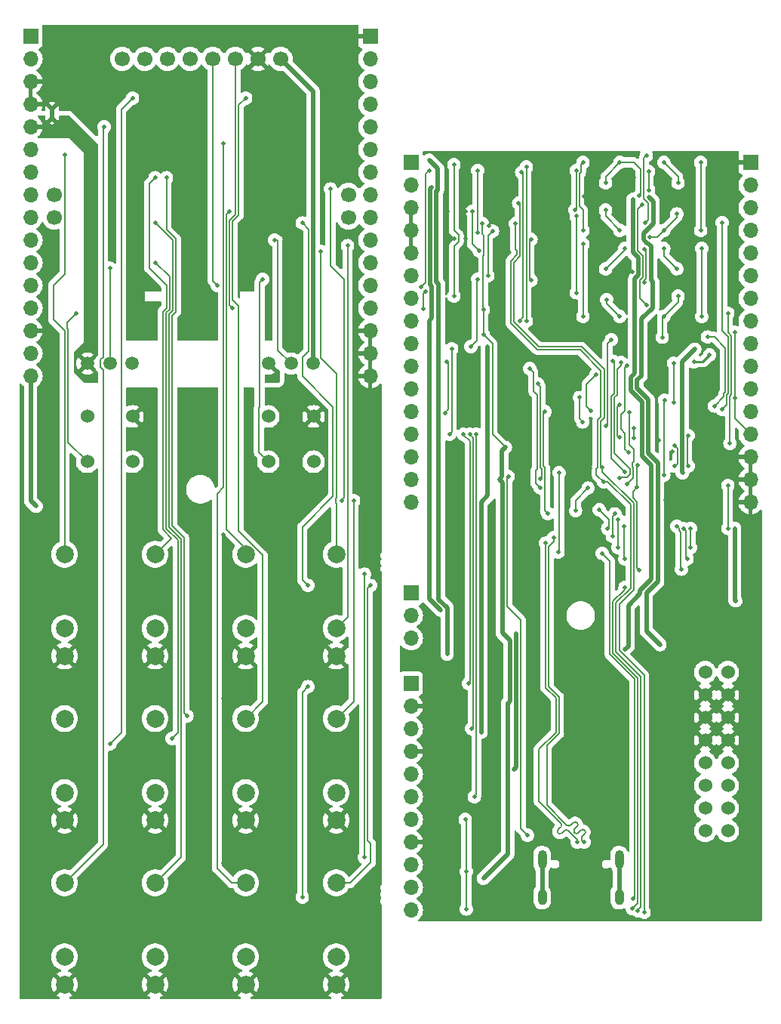
<source format=gbr>
%TF.GenerationSoftware,KiCad,Pcbnew,7.0.9*%
%TF.CreationDate,2023-11-25T16:41:52+01:00*%
%TF.ProjectId,EuroPi-X,4575726f-5069-42d5-982e-6b696361645f,rev?*%
%TF.SameCoordinates,Original*%
%TF.FileFunction,Copper,L2,Bot*%
%TF.FilePolarity,Positive*%
%FSLAX46Y46*%
G04 Gerber Fmt 4.6, Leading zero omitted, Abs format (unit mm)*
G04 Created by KiCad (PCBNEW 7.0.9) date 2023-11-25 16:41:52*
%MOMM*%
%LPD*%
G01*
G04 APERTURE LIST*
%TA.AperFunction,ComponentPad*%
%ADD10C,2.000000*%
%TD*%
%TA.AperFunction,ComponentPad*%
%ADD11O,1.000000X2.100000*%
%TD*%
%TA.AperFunction,ComponentPad*%
%ADD12O,1.000000X1.800000*%
%TD*%
%TA.AperFunction,ComponentPad*%
%ADD13C,1.524000*%
%TD*%
%TA.AperFunction,ComponentPad*%
%ADD14R,1.700000X1.700000*%
%TD*%
%TA.AperFunction,ComponentPad*%
%ADD15O,1.700000X1.700000*%
%TD*%
%TA.AperFunction,ComponentPad*%
%ADD16C,1.500000*%
%TD*%
%TA.AperFunction,ComponentPad*%
%ADD17C,1.700000*%
%TD*%
%TA.AperFunction,SMDPad,CuDef*%
%ADD18C,0.500000*%
%TD*%
%TA.AperFunction,ViaPad*%
%ADD19C,0.500000*%
%TD*%
%TA.AperFunction,Conductor*%
%ADD20C,0.500000*%
%TD*%
%TA.AperFunction,Conductor*%
%ADD21C,0.150000*%
%TD*%
%TA.AperFunction,Conductor*%
%ADD22C,0.250000*%
%TD*%
G04 APERTURE END LIST*
%TA.AperFunction,EtchedComponent*%
%TO.C,NT1*%
G36*
X3933000Y-10406000D02*
G01*
X3433000Y-10406000D01*
X3433000Y-9406000D01*
X3933000Y-9406000D01*
X3933000Y-10406000D01*
G37*
%TD.AperFunction*%
%TD*%
D10*
%TO.P,J17,1,E*%
%TO.N,/GND_FRONT*%
X35560000Y-107600000D03*
%TO.P,J17,2,TN*%
%TO.N,unconnected-(J17-TN-Pad2)*%
X35560000Y-104500000D03*
%TO.P,J17,3,T*%
%TO.N,/CV_OUTPUT_8_FRONT*%
X35560000Y-96200000D03*
%TD*%
%TO.P,J16,1,E*%
%TO.N,/GND_FRONT*%
X25400000Y-107600000D03*
%TO.P,J16,2,TN*%
%TO.N,unconnected-(J16-TN-Pad2)*%
X25400000Y-104500000D03*
%TO.P,J16,3,T*%
%TO.N,/CV_OUTPUT_4_FRONT*%
X25400000Y-96200000D03*
%TD*%
D11*
%TO.P,P1,S1,SHIELD*%
%TO.N,unconnected-(P1-SHIELD-PadS1)*%
X58672000Y-93587000D03*
D12*
X58672000Y-97787000D03*
D11*
X67312000Y-93587000D03*
D12*
X67312000Y-97787000D03*
%TD*%
D10*
%TO.P,J12,1,E*%
%TO.N,/GND_FRONT*%
X25400000Y-89185000D03*
%TO.P,J12,2,TN*%
%TO.N,unconnected-(J12-TN-Pad2)*%
X25400000Y-86085000D03*
%TO.P,J12,3,T*%
%TO.N,/CV_OUTPUT_2_FRONT*%
X25400000Y-77785000D03*
%TD*%
%TO.P,J4,1,E*%
%TO.N,/GND_FRONT*%
X25400000Y-70770000D03*
%TO.P,J4,2,TN*%
%TO.N,/INPUT_DETECT_FRONT*%
X25400000Y-67670000D03*
%TO.P,J4,3,T*%
%TO.N,/CV_INPUT_3_FRONT*%
X25400000Y-59370000D03*
%TD*%
%TO.P,J3,1,E*%
%TO.N,/GND_FRONT*%
X5080000Y-70770000D03*
%TO.P,J3,2,TN*%
%TO.N,/INPUT_DETECT_FRONT*%
X5080000Y-67670000D03*
%TO.P,J3,3,T*%
%TO.N,/CV_INPUT_1_FRONT*%
X5080000Y-59370000D03*
%TD*%
%TO.P,J15,1,E*%
%TO.N,/GND_FRONT*%
X15240000Y-107600000D03*
%TO.P,J15,2,TN*%
%TO.N,unconnected-(J15-TN-Pad2)*%
X15240000Y-104500000D03*
%TO.P,J15,3,T*%
%TO.N,/CV_OUTPUT_7_FRONT*%
X15240000Y-96200000D03*
%TD*%
D13*
%TO.P,SW1,1,1*%
%TO.N,/BUTTON_1_FRONT*%
X7620000Y-48990752D03*
%TO.P,SW1,2,2*%
%TO.N,/GND_FRONT*%
X12700000Y-43910752D03*
%TO.P,SW1,3*%
%TO.N,N/C*%
X12700000Y-48990752D03*
%TO.P,SW1,4*%
X7620000Y-43910752D03*
%TD*%
D10*
%TO.P,J13,1,E*%
%TO.N,/GND_FRONT*%
X35560000Y-89185000D03*
%TO.P,J13,2,TN*%
%TO.N,unconnected-(J13-TN-Pad2)*%
X35560000Y-86085000D03*
%TO.P,J13,3,T*%
%TO.N,/CV_OUTPUT_6_FRONT*%
X35560000Y-77785000D03*
%TD*%
%TO.P,J7,1,E*%
%TO.N,/GND_FRONT*%
X15240000Y-89185000D03*
%TO.P,J7,2,TN*%
%TO.N,unconnected-(J7-TN-Pad2)*%
X15240000Y-86085000D03*
%TO.P,J7,3,T*%
%TO.N,/CV_OUTPUT_5_FRONT*%
X15240000Y-77785000D03*
%TD*%
D14*
%TO.P,J8,1,Pin_1*%
%TO.N,Earth*%
X82042000Y-15432000D03*
D15*
%TO.P,J8,2,Pin_2*%
%TO.N,/CV_OUTPUT_1*%
X82042000Y-17972000D03*
%TO.P,J8,3,Pin_3*%
%TO.N,/CV_OUTPUT_2*%
X82042000Y-20512000D03*
%TO.P,J8,4,Pin_4*%
%TO.N,/CV_OUTPUT_3*%
X82042000Y-23052000D03*
%TO.P,J8,5,Pin_5*%
%TO.N,/CV_OUTPUT_4*%
X82042000Y-25592000D03*
%TO.P,J8,6,Pin_6*%
%TO.N,/CV_OUTPUT_5*%
X82042000Y-28132000D03*
%TO.P,J8,7,Pin_7*%
%TO.N,/CV_OUTPUT_6*%
X82042000Y-30672000D03*
%TO.P,J8,8,Pin_8*%
%TO.N,/CV_OUTPUT_7*%
X82042000Y-33212000D03*
%TO.P,J8,9,Pin_9*%
%TO.N,/CV_OUTPUT_8*%
X82042000Y-35752000D03*
%TO.P,J8,10,Pin_10*%
%TO.N,/INPUT_DETECT*%
X82042000Y-38292000D03*
%TO.P,J8,11,Pin_11*%
%TO.N,/NEOPIXEL_DATA_5V*%
X82042000Y-40832000D03*
%TO.P,J8,12,Pin_12*%
%TO.N,/I2C0_SDA*%
X82042000Y-43372000D03*
%TO.P,J8,13,Pin_13*%
%TO.N,/I2C0_SCL*%
X82042000Y-45912000D03*
%TO.P,J8,14,Pin_14*%
%TO.N,Earth*%
X82042000Y-48452000D03*
%TO.P,J8,15,Pin_15*%
X82042000Y-50992000D03*
%TO.P,J8,16,Pin_16*%
X82042000Y-53532000D03*
%TD*%
D16*
%TO.P,P3,1,1*%
%TO.N,/AGND_FRONT*%
X27980000Y-37980000D03*
%TO.P,P3,2,2*%
%TO.N,/KNOB_2_FRONT*%
X30480000Y-37980000D03*
%TO.P,P3,3,3*%
%TO.N,/+3.3V_FRONT*%
X32980000Y-37980000D03*
%TD*%
%TO.P,P2,1,1*%
%TO.N,/AGND_FRONT*%
X7660000Y-37980000D03*
%TO.P,P2,2,2*%
%TO.N,/KNOB_1_FRONT*%
X10160000Y-37980000D03*
%TO.P,P2,3,3*%
%TO.N,/+3.3V_FRONT*%
X12660000Y-37980000D03*
%TD*%
D17*
%TO.P,OLED1,1,N.C.*%
%TO.N,unconnected-(OLED1-N.C.-Pad1)*%
X11536000Y-3810000D03*
%TO.P,OLED1,2,CS*%
%TO.N,unconnected-(OLED1-CS-Pad2)*%
X14076000Y-3810000D03*
%TO.P,OLED1,3,DC*%
%TO.N,unconnected-(OLED1-DC-Pad3)*%
X16616000Y-3810000D03*
%TO.P,OLED1,4,RST*%
%TO.N,unconnected-(OLED1-RST-Pad4)*%
X19156000Y-3810000D03*
%TO.P,OLED1,5,SDA*%
%TO.N,/I2C0_SDA_FRONT*%
X21696000Y-3810000D03*
%TO.P,OLED1,6,SCK*%
%TO.N,/I2C0_SCL_FRONT*%
X24236000Y-3810000D03*
%TO.P,OLED1,7,GND*%
%TO.N,/GND_FRONT*%
X26776000Y-3810000D03*
%TO.P,OLED1,8,3V3*%
%TO.N,/+3.3V_FRONT*%
X29316000Y-3810000D03*
%TO.P,OLED1,9*%
%TO.N,N/C*%
X3916000Y-19050000D03*
X3916000Y-21590000D03*
X36936000Y-19050000D03*
X36936000Y-21590000D03*
%TD*%
D10*
%TO.P,J6,1,E*%
%TO.N,/GND_FRONT*%
X5080000Y-89185000D03*
%TO.P,J6,2,TN*%
%TO.N,unconnected-(J6-TN-Pad2)*%
X5080000Y-86085000D03*
%TO.P,J6,3,T*%
%TO.N,/CV_OUTPUT_1_FRONT*%
X5080000Y-77785000D03*
%TD*%
%TO.P,J9,1,E*%
%TO.N,/GND_FRONT*%
X35560000Y-70770000D03*
%TO.P,J9,2,TN*%
%TO.N,/INPUT_DETECT_FRONT*%
X35560000Y-67670000D03*
%TO.P,J9,3,T*%
%TO.N,/CV_INPUT_4_FRONT*%
X35560000Y-59370000D03*
%TD*%
%TO.P,J14,1,E*%
%TO.N,/GND_FRONT*%
X5080000Y-107600000D03*
%TO.P,J14,2,TN*%
%TO.N,unconnected-(J14-TN-Pad2)*%
X5080000Y-104500000D03*
%TO.P,J14,3,T*%
%TO.N,/CV_OUTPUT_3_FRONT*%
X5080000Y-96200000D03*
%TD*%
D13*
%TO.P,SW2,1,1*%
%TO.N,/BUTTON_2_FRONT*%
X27940000Y-48990752D03*
%TO.P,SW2,2,2*%
%TO.N,/GND_FRONT*%
X33020000Y-43910752D03*
%TO.P,SW2,3*%
%TO.N,N/C*%
X33020000Y-48990752D03*
%TO.P,SW2,4*%
X27940000Y-43910752D03*
%TD*%
D10*
%TO.P,J10,1,E*%
%TO.N,/GND_FRONT*%
X15240000Y-70770000D03*
%TO.P,J10,2,TN*%
%TO.N,/INPUT_DETECT_FRONT*%
X15240000Y-67670000D03*
%TO.P,J10,3,T*%
%TO.N,/CV_INPUT_2_FRONT*%
X15240000Y-59370000D03*
%TD*%
D14*
%TO.P,J5,1,Pin_1*%
%TO.N,+12V*%
X43942000Y-15432000D03*
D15*
%TO.P,J5,2,Pin_2*%
%TO.N,-12V*%
X43942000Y-17972000D03*
%TO.P,J5,3,Pin_3*%
%TO.N,Earth*%
X43942000Y-20512000D03*
%TO.P,J5,4,Pin_4*%
X43942000Y-23052000D03*
%TO.P,J5,5,Pin_5*%
X43942000Y-25592000D03*
%TO.P,J5,6,Pin_6*%
%TO.N,/CV_INPUT_1*%
X43942000Y-28132000D03*
%TO.P,J5,7,Pin_7*%
%TO.N,/CV_INPUT_2*%
X43942000Y-30672000D03*
%TO.P,J5,8,Pin_8*%
%TO.N,/CV_INPUT_3*%
X43942000Y-33212000D03*
%TO.P,J5,9,Pin_9*%
%TO.N,/CV_INPUT_4*%
X43942000Y-35752000D03*
%TO.P,J5,10,Pin_10*%
%TO.N,/KNOB_2*%
X43942000Y-38292000D03*
%TO.P,J5,11,Pin_11*%
%TO.N,/KNOB_1*%
X43942000Y-40832000D03*
%TO.P,J5,12,Pin_12*%
%TO.N,/BUTTON_2*%
X43942000Y-43372000D03*
%TO.P,J5,13,Pin_13*%
%TO.N,/BUTTON_1*%
X43942000Y-45912000D03*
%TO.P,J5,14,Pin_14*%
%TO.N,Earth*%
X43942000Y-48452000D03*
%TO.P,J5,15,Pin_15*%
%TO.N,+3.3V*%
X43942000Y-50992000D03*
%TO.P,J5,16,Pin_16*%
%TO.N,+5V*%
X43942000Y-53532000D03*
%TD*%
D14*
%TO.P,J18,1,Pin_1*%
%TO.N,unconnected-(J18-Pin_1-Pad1)*%
X43942000Y-63692000D03*
D15*
%TO.P,J18,2,Pin_2*%
%TO.N,/5VREG_INPUT*%
X43942000Y-66232000D03*
%TO.P,J18,3,Pin_3*%
%TO.N,+12V*%
X43942000Y-68772000D03*
%TD*%
D18*
%TO.P,NT1,1,1*%
%TO.N,/AGND_FRONT*%
X3683000Y-10406000D03*
%TO.P,NT1,2,2*%
%TO.N,/GND_FRONT*%
X3683000Y-9406000D03*
%TD*%
D15*
%TO.P,J2,16,Pin_16*%
%TO.N,/GND_FRONT*%
X39370000Y-39370000D03*
%TO.P,J2,15,Pin_15*%
X39370000Y-36830000D03*
%TO.P,J2,14,Pin_14*%
X39370000Y-34290000D03*
%TO.P,J2,13,Pin_13*%
%TO.N,/I2C0_SCL_FRONT*%
X39370000Y-31750000D03*
%TO.P,J2,12,Pin_12*%
%TO.N,/I2C0_SDA_FRONT*%
X39370000Y-29210000D03*
%TO.P,J2,11,Pin_11*%
%TO.N,/NEOPIXEL_DATA_FRONT*%
X39370000Y-26670000D03*
%TO.P,J2,10,Pin_10*%
%TO.N,/INPUT_DETECT_FRONT*%
X39370000Y-24130000D03*
%TO.P,J2,9,Pin_9*%
%TO.N,/CV_OUTPUT_8_FRONT*%
X39370000Y-21590000D03*
%TO.P,J2,8,Pin_8*%
%TO.N,/CV_OUTPUT_7_FRONT*%
X39370000Y-19050000D03*
%TO.P,J2,7,Pin_7*%
%TO.N,/CV_OUTPUT_6_FRONT*%
X39370000Y-16510000D03*
%TO.P,J2,6,Pin_6*%
%TO.N,/CV_OUTPUT_5_FRONT*%
X39370000Y-13970000D03*
%TO.P,J2,5,Pin_5*%
%TO.N,/CV_OUTPUT_4_FRONT*%
X39370000Y-11430000D03*
%TO.P,J2,4,Pin_4*%
%TO.N,/CV_OUTPUT_3_FRONT*%
X39370000Y-8890000D03*
%TO.P,J2,3,Pin_3*%
%TO.N,/CV_OUTPUT_2_FRONT*%
X39370000Y-6350000D03*
%TO.P,J2,2,Pin_2*%
%TO.N,/CV_OUTPUT_1_FRONT*%
X39370000Y-3810000D03*
D14*
%TO.P,J2,1,Pin_1*%
%TO.N,/GND_FRONT*%
X39370000Y-1270000D03*
%TD*%
D13*
%TO.P,J11,1,Pin_1*%
%TO.N,Net-(D2-K)*%
X79502000Y-72582000D03*
%TO.P,J11,2,Pin_2*%
X76962000Y-72582000D03*
%TO.P,J11,3,Pin_3*%
%TO.N,Earth*%
X79502000Y-75122000D03*
%TO.P,J11,4,Pin_4*%
X76962000Y-75122000D03*
%TO.P,J11,5,Pin_5*%
X79502000Y-77662000D03*
%TO.P,J11,6,Pin_6*%
X76962000Y-77662000D03*
%TO.P,J11,7,Pin_7*%
X79502000Y-80202000D03*
%TO.P,J11,8,Pin_8*%
X76962000Y-80202000D03*
%TO.P,J11,9,Pin_9*%
%TO.N,Net-(D1-A)*%
X79502000Y-82742000D03*
%TO.P,J11,10,Pin_10*%
X76962000Y-82742000D03*
%TO.P,J11,11,Pin_11*%
%TO.N,/+5V_EURO*%
X79502000Y-85282000D03*
%TO.P,J11,12,Pin_12*%
X76962000Y-85282000D03*
%TO.P,J11,13,Pin_13*%
%TO.N,unconnected-(J11-Pin_13-Pad13)*%
X79502000Y-87822000D03*
%TO.P,J11,14,Pin_14*%
%TO.N,unconnected-(J11-Pin_14-Pad14)*%
X76962000Y-87822000D03*
%TO.P,J11,15,Pin_15*%
%TO.N,unconnected-(J11-Pin_15-Pad15)*%
X79502000Y-90362000D03*
%TO.P,J11,16,Pin_16*%
%TO.N,unconnected-(J11-Pin_16-Pad16)*%
X76962000Y-90362000D03*
%TD*%
D14*
%TO.P,J22,1,Pin_1*%
%TO.N,/SWCLK*%
X43942000Y-73852000D03*
D15*
%TO.P,J22,2,Pin_2*%
%TO.N,Earth*%
X43942000Y-76392000D03*
%TO.P,J22,3,Pin_3*%
%TO.N,/SWDIO*%
X43942000Y-78932000D03*
%TO.P,J22,4,Pin_4*%
%TO.N,Earth*%
X43942000Y-81472000D03*
%TO.P,J22,5,Pin_5*%
%TO.N,+3.3V*%
X43942000Y-84012000D03*
%TO.P,J22,6,Pin_6*%
%TO.N,/RUN*%
X43942000Y-86552000D03*
%TO.P,J22,7,Pin_7*%
%TO.N,/BOOTSEL*%
X43942000Y-89092000D03*
%TO.P,J22,8,Pin_8*%
%TO.N,Earth*%
X43942000Y-91632000D03*
%TO.P,J22,9,Pin_9*%
%TO.N,+3.3V*%
X43942000Y-94172000D03*
%TO.P,J22,10,Pin_10*%
%TO.N,/I2C1_SDA*%
X43942000Y-96712000D03*
%TO.P,J22,11,Pin_11*%
%TO.N,/I2C1_SCL*%
X43942000Y-99252000D03*
%TD*%
D14*
%TO.P,J1,1,Pin_1*%
%TO.N,unconnected-(J1-Pin_1-Pad1)*%
X1270000Y-1270000D03*
D15*
%TO.P,J1,2,Pin_2*%
%TO.N,unconnected-(J1-Pin_2-Pad2)*%
X1270000Y-3810000D03*
%TO.P,J1,3,Pin_3*%
%TO.N,/GND_FRONT*%
X1270000Y-6350000D03*
%TO.P,J1,4,Pin_4*%
X1270000Y-8890000D03*
%TO.P,J1,5,Pin_5*%
%TO.N,/AGND_FRONT*%
X1270000Y-11430000D03*
%TO.P,J1,6,Pin_6*%
%TO.N,/CV_INPUT_1_FRONT*%
X1270000Y-13970000D03*
%TO.P,J1,7,Pin_7*%
%TO.N,/CV_INPUT_2_FRONT*%
X1270000Y-16510000D03*
%TO.P,J1,8,Pin_8*%
%TO.N,/CV_INPUT_3_FRONT*%
X1270000Y-19050000D03*
%TO.P,J1,9,Pin_9*%
%TO.N,/CV_INPUT_4_FRONT*%
X1270000Y-21590000D03*
%TO.P,J1,10,Pin_10*%
%TO.N,/KNOB_2_FRONT*%
X1270000Y-24130000D03*
%TO.P,J1,11,Pin_11*%
%TO.N,/KNOB_1_FRONT*%
X1270000Y-26670000D03*
%TO.P,J1,12,Pin_12*%
%TO.N,/BUTTON_2_FRONT*%
X1270000Y-29210000D03*
%TO.P,J1,13,Pin_13*%
%TO.N,/BUTTON_1_FRONT*%
X1270000Y-31750000D03*
%TO.P,J1,14,Pin_14*%
%TO.N,/GND_FRONT*%
X1270000Y-34290000D03*
%TO.P,J1,15,Pin_15*%
%TO.N,/+3.3V_FRONT*%
X1270000Y-36830000D03*
%TO.P,J1,16,Pin_16*%
%TO.N,/+5V_FRONT*%
X1270000Y-39370000D03*
%TD*%
D19*
%TO.N,Earth*%
X73914000Y-28259000D03*
X68961000Y-17083000D03*
X53173622Y-19456622D03*
X70866000Y-72201000D03*
X48006000Y-20893000D03*
X66802000Y-86546000D03*
X62992000Y-84006000D03*
X50546000Y-41848000D03*
X61722000Y-82736000D03*
X64262000Y-87816000D03*
X61722000Y-86546000D03*
X62992000Y-49722000D03*
X64262000Y-86546000D03*
X77597000Y-29148000D03*
X48133000Y-48452000D03*
X66802000Y-85276000D03*
X62992000Y-85276000D03*
X48260000Y-32958000D03*
X64262000Y-84006000D03*
X70866000Y-72963000D03*
X49911000Y-41848000D03*
X66802000Y-84006000D03*
X64008000Y-50738000D03*
X52705000Y-16956000D03*
X61722000Y-85276000D03*
X48260000Y-49849000D03*
X77343000Y-19242000D03*
X73997446Y-20174101D03*
X49530000Y-52135000D03*
X57785000Y-19496000D03*
X66802000Y-87816000D03*
X48260000Y-52135000D03*
X71755000Y-46547000D03*
X65532000Y-85276000D03*
X72517000Y-53278000D03*
X47879000Y-22163000D03*
X61976000Y-49722000D03*
X61976000Y-50738000D03*
X49530000Y-49849000D03*
X62992000Y-86546000D03*
X61722000Y-84006000D03*
X73249197Y-47821343D03*
X65532000Y-86546000D03*
X50038000Y-20893000D03*
X64262000Y-82736000D03*
X61722000Y-87816000D03*
X64262000Y-85276000D03*
X62992000Y-50738000D03*
X51181000Y-41848000D03*
X48895000Y-52135000D03*
X66929000Y-53278000D03*
X50038000Y-23941000D03*
X52705000Y-22544000D03*
X62992000Y-87816000D03*
X62992000Y-82736000D03*
X63358500Y-19242000D03*
X65532000Y-87816000D03*
X64008000Y-49722000D03*
X48768000Y-23941000D03*
X58420000Y-34802500D03*
X57785000Y-15432000D03*
X48006000Y-23941000D03*
X65532000Y-82736000D03*
X71628000Y-40070000D03*
X68766500Y-27674500D03*
X66802000Y-82736000D03*
X48895000Y-49849000D03*
X65532000Y-84006000D03*
%TO.N,+5V*%
X74357000Y-44515000D03*
X51816000Y-53532000D03*
X74357000Y-48706000D03*
X74422000Y-50230000D03*
X75787975Y-36364487D03*
X51816000Y-79313000D03*
X52561500Y-36070500D03*
%TO.N,/XTAL_IN*%
X64727000Y-39220000D03*
X64135000Y-43245000D03*
%TO.N,/XTAL_OUT*%
X62865000Y-41792500D03*
X63229859Y-44519267D03*
%TO.N,+3.3V*%
X62416500Y-54488094D03*
X51959500Y-22256500D03*
X52070000Y-31942000D03*
X63817500Y-51944500D03*
X69296731Y-51854812D03*
X68221483Y-38187483D03*
X53848000Y-50992000D03*
X73406000Y-42356000D03*
X54799497Y-83504000D03*
X73406000Y-37911000D03*
X68326000Y-47944000D03*
X54546500Y-47372500D03*
X52070000Y-34736000D03*
X69341888Y-49359695D03*
X52070000Y-95696000D03*
X54864000Y-76011000D03*
X69552000Y-61152000D03*
%TO.N,Net-(U7D--)*%
X70611500Y-18545164D03*
X70612000Y-16448000D03*
%TO.N,Net-(U7B--)*%
X62484000Y-16321000D03*
X62359016Y-20766000D03*
%TO.N,Net-(U8B--)*%
X62484000Y-30037000D03*
X62484000Y-21465503D03*
%TO.N,Net-(U7C--)*%
X70212128Y-22208628D03*
X70358000Y-14670000D03*
%TO.N,Net-(U8C--)*%
X70358000Y-31434000D03*
X69865568Y-20206125D03*
%TO.N,/USB_DP*%
X59038500Y-58121856D03*
X62611000Y-91632000D03*
%TO.N,Net-(C19-Pad2)*%
X67375000Y-15432000D03*
X69562500Y-19161488D03*
X65786000Y-17718000D03*
%TO.N,Net-(C20-Pad2)*%
X70166500Y-25136978D03*
X65786000Y-27370000D03*
X70120500Y-28908660D03*
X67945000Y-25084000D03*
%TO.N,-12V*%
X70612000Y-19302500D03*
X70866000Y-28640000D03*
X46228000Y-18226000D03*
X71882000Y-69502000D03*
X45974000Y-33212000D03*
X47244000Y-65597000D03*
%TO.N,+12V*%
X67945000Y-70042000D03*
X48006000Y-70550000D03*
X70928000Y-55437000D03*
X80264000Y-56453000D03*
X69071000Y-28723500D03*
X45974000Y-15178000D03*
X68897500Y-19559500D03*
X80391000Y-64581000D03*
X69658000Y-63454500D03*
%TO.N,/USB_DN*%
X59944000Y-57469000D03*
X63373000Y-91632000D03*
%TO.N,Net-(C11-Pad2)*%
X72325000Y-15432000D03*
X73914000Y-17718000D03*
%TO.N,/NEOPIXEL_DATA_3V3*%
X67348347Y-42610000D03*
X67312500Y-46284500D03*
%TO.N,/QSPI_CS*%
X74295000Y-61025000D03*
X73779750Y-56213500D03*
%TO.N,/SWCLK*%
X49846497Y-45912000D03*
X50417000Y-73852000D03*
%TO.N,/SWDIO*%
X50767000Y-78893300D03*
X50546000Y-45912000D03*
%TO.N,/-10VREF*%
X48768000Y-30418000D03*
X48768000Y-15686000D03*
%TO.N,/INPUT_DETECT*%
X75692000Y-37784000D03*
X65785500Y-44959500D03*
X77453500Y-37022000D03*
X66448418Y-35290775D03*
%TO.N,/I2C0_SCL*%
X72327500Y-50484000D03*
X80264000Y-41848000D03*
X56896000Y-15940000D03*
X72390000Y-42102000D03*
X80264000Y-34482000D03*
X56896000Y-33212000D03*
%TO.N,/I2C0_SDA*%
X68183306Y-51528416D03*
X56134000Y-33212000D03*
X77978000Y-42737000D03*
X56371500Y-16565654D03*
X68453000Y-43475500D03*
X77216000Y-35006500D03*
%TO.N,/I2C1_SCL*%
X56021500Y-20004000D03*
X70104000Y-99506000D03*
X65431036Y-49668830D03*
%TO.N,/I2C1_SDA*%
X69418469Y-99366890D03*
X65532000Y-51229500D03*
X55671500Y-22290000D03*
%TO.N,/CV_INPUT_1_FRONT*%
X5080000Y-14605000D03*
%TO.N,/CV_INPUT_2_FRONT*%
X15240000Y-17145000D03*
%TO.N,/CV_INPUT_3_FRONT*%
X23561500Y-20955000D03*
%TO.N,/CV_INPUT_4_FRONT*%
X33829500Y-25400000D03*
%TO.N,/CV_INPUT_1*%
X51435000Y-16321000D03*
X51435000Y-23306000D03*
%TO.N,/CV_INPUT_2*%
X45085000Y-29402000D03*
X45974000Y-16321000D03*
%TO.N,/CV_INPUT_3*%
X45339000Y-31815000D03*
X45592713Y-29883177D03*
%TO.N,/CV_INPUT_4*%
X50673000Y-36070500D03*
X51435000Y-28513000D03*
%TO.N,Net-(LED8-DOUT)*%
X38735000Y-93345000D03*
X38735000Y-61595000D03*
%TO.N,/I2C0_SDA_FRONT*%
X22225000Y-29210000D03*
%TO.N,/I2C0_SCL_FRONT*%
X23924500Y-31750000D03*
%TO.N,/+5V_FRONT*%
X1905000Y-53975000D03*
%TO.N,/CV_OUTPUT_1_FRONT*%
X10160000Y-80645000D03*
X12700000Y-8215500D03*
%TO.N,/CV_OUTPUT_5_FRONT*%
X16510000Y-17145000D03*
X18804500Y-77470000D03*
%TO.N,/CV_OUTPUT_2_FRONT*%
X25400000Y-8215500D03*
%TO.N,/CV_OUTPUT_6_FRONT*%
X37509500Y-53340000D03*
X36160500Y-53340000D03*
X34925000Y-18415000D03*
%TO.N,/CV_OUTPUT_3_FRONT*%
X9525000Y-11430000D03*
%TO.N,/CV_OUTPUT_7_FRONT*%
X15279500Y-22225000D03*
%TO.N,/CV_OUTPUT_4_FRONT*%
X22860000Y-13295500D03*
%TO.N,/CV_OUTPUT_8_FRONT*%
X39409500Y-62865000D03*
X32385000Y-62865000D03*
X31750000Y-22225000D03*
%TO.N,/BUTTON_1_FRONT*%
X6350000Y-32385000D03*
%TO.N,/BUTTON_2_FRONT*%
X27305000Y-28535500D03*
%TO.N,/KNOB_1_FRONT*%
X10160000Y-27305000D03*
%TO.N,/KNOB_2_FRONT*%
X28641500Y-24130000D03*
%TO.N,/NEOPIXEL_DATA_FRONT*%
X15279500Y-26670000D03*
X17145000Y-80010000D03*
%TO.N,/GND_FRONT*%
X22860000Y-93980000D03*
X2540000Y-93980000D03*
X33020000Y-75565000D03*
X18796000Y-32258000D03*
X2540000Y-75565000D03*
X33020000Y-93980000D03*
X20066000Y-32258000D03*
X12700000Y-57150000D03*
X21336000Y-32258000D03*
X22860000Y-75565000D03*
X19431000Y-32258000D03*
X20701000Y-32258000D03*
X12700000Y-93980000D03*
X2540000Y-57150000D03*
X12700000Y-75565000D03*
X33020000Y-57150000D03*
X22860000Y-57150000D03*
%TO.N,/INPUT_DETECT_FRONT*%
X36830000Y-24765000D03*
%TO.N,/BUTTON_1*%
X67490731Y-37857269D03*
X67313635Y-50825429D03*
X48260000Y-45912000D03*
X48514000Y-36321500D03*
%TO.N,/BUTTON_2*%
X67945000Y-50103000D03*
X47752000Y-43499000D03*
X66611853Y-37720146D03*
X47989500Y-37767500D03*
%TO.N,/KNOB_1*%
X58471380Y-50865000D03*
X58182000Y-40268500D03*
%TO.N,/KNOB_2*%
X57277000Y-38546000D03*
X58420000Y-51881000D03*
%TO.N,+1V1*%
X58995380Y-43372000D03*
X59309000Y-54802000D03*
%TO.N,/QSPI_SD3*%
X67818000Y-56242500D03*
X67945000Y-59882000D03*
%TO.N,Net-(C12-Pad2)*%
X73800248Y-27374559D03*
X72325000Y-25084000D03*
%TO.N,/QSPI_SCLK*%
X67183000Y-58612000D03*
X67183000Y-55437000D03*
%TO.N,/QSPI_SD0*%
X66548000Y-57342000D03*
X66832407Y-54831700D03*
%TO.N,Net-(C29-Pad2)*%
X65786000Y-20766000D03*
X67375000Y-23052000D03*
%TO.N,/QSPI_SD2*%
X75311000Y-56453000D03*
X75311000Y-58612000D03*
X65070265Y-54386561D03*
X66023500Y-56453000D03*
%TO.N,Net-(C32-Pad2)*%
X70726621Y-23771418D03*
X73787000Y-21211500D03*
X72325000Y-23052000D03*
%TO.N,Net-(LED2-DIN)*%
X32385000Y-74215500D03*
X31750000Y-97790000D03*
%TO.N,/QSPI_SD1*%
X74534733Y-56473476D03*
X74930000Y-59882000D03*
%TO.N,/GPIO_25_LED*%
X65405000Y-59247000D03*
X60452000Y-59120000D03*
X60562500Y-50230000D03*
X68879500Y-97982000D03*
%TO.N,/BOOTSEL*%
X50165000Y-99139500D03*
X68766566Y-99113264D03*
X50038000Y-89092000D03*
X67961634Y-63073634D03*
X50165000Y-94934000D03*
%TO.N,/RUN*%
X51291500Y-45912000D03*
X51054000Y-86552000D03*
%TO.N,/ADC_INPUT_1*%
X50800000Y-20893500D03*
X51562500Y-25338000D03*
%TO.N,/ADC_INPUT_3*%
X57420500Y-24068000D03*
X57420500Y-28640000D03*
%TO.N,/ADC_INPUT_2*%
X53093014Y-23126021D03*
X52578000Y-28132000D03*
%TO.N,Net-(C30-Pad2)*%
X65913000Y-30799000D03*
X67375000Y-32704000D03*
%TO.N,Net-(C33-Pad2)*%
X72325000Y-32704000D03*
X72136000Y-35028000D03*
X73914000Y-30418000D03*
%TO.N,/VBUS*%
X54863500Y-50611000D03*
X57023000Y-90870000D03*
%TO.N,/5VREG_INPUT*%
X55499000Y-83504000D03*
X55753000Y-68264000D03*
%TO.N,/DAC_2_OUTPUT_MODE*%
X75057000Y-49468000D03*
X75057000Y-46039000D03*
%TO.N,/DAC_1_OFFSET*%
X76454000Y-15432000D03*
X63246000Y-23052000D03*
X78867000Y-22163000D03*
X78867000Y-43118000D03*
X76454000Y-23052000D03*
X63246000Y-15432000D03*
%TO.N,/DAC_2_OFFSET*%
X63246000Y-32704000D03*
X79739000Y-46928000D03*
X76581000Y-32704000D03*
X63246000Y-24576000D03*
X79502000Y-32323000D03*
X76581000Y-25084000D03*
%TO.N,/+4.096VREF*%
X79502000Y-56453000D03*
X79502000Y-51627000D03*
%TO.N,Net-(U1A--)*%
X68960500Y-45243500D03*
X68961000Y-46293000D03*
%TO.N,/DAC_1_OFFSET_INVERTED*%
X73533000Y-47182000D03*
X73533000Y-49468000D03*
%TD*%
D20*
%TO.N,Earth*%
X63358500Y-19242000D02*
X64135000Y-19242000D01*
%TO.N,+5V*%
X52561500Y-36070500D02*
X52561500Y-52786500D01*
X74357000Y-44515000D02*
X74357000Y-48706000D01*
X51816000Y-53532000D02*
X51816000Y-79313000D01*
X74357000Y-37795462D02*
X75787975Y-36364487D01*
X74357000Y-44515000D02*
X74357000Y-37795462D01*
X74357000Y-50165000D02*
X74422000Y-50230000D01*
X74357000Y-48706000D02*
X74357000Y-50165000D01*
X52561500Y-52786500D02*
X51816000Y-53532000D01*
D21*
%TO.N,/XTAL_IN*%
X63666500Y-42776500D02*
X63666500Y-40280500D01*
X64135000Y-43245000D02*
X63666500Y-42776500D01*
X63666500Y-40280500D02*
X64727000Y-39220000D01*
%TO.N,/XTAL_OUT*%
X62865000Y-41792500D02*
X62865000Y-44154408D01*
X62865000Y-44154408D02*
X63229859Y-44519267D01*
D20*
%TO.N,+3.3V*%
X54799497Y-76075503D02*
X54864000Y-76011000D01*
D21*
X68834000Y-52317543D02*
X68834000Y-53037026D01*
X51959500Y-23449500D02*
X51959500Y-22256500D01*
X68834000Y-53037026D02*
X69280000Y-53483026D01*
X67945000Y-38463966D02*
X67945000Y-43245000D01*
D20*
X54546500Y-47372500D02*
X54164000Y-47755000D01*
D21*
X54546500Y-47372500D02*
X53086000Y-45912000D01*
X68221483Y-38187483D02*
X67945000Y-38463966D01*
X52087000Y-25809463D02*
X52087000Y-23577000D01*
D20*
X54799497Y-92966503D02*
X52070000Y-95696000D01*
X54164000Y-47755000D02*
X54164000Y-50676000D01*
D21*
X67488000Y-43702000D02*
X67488000Y-45345037D01*
X69280000Y-53483026D02*
X69280000Y-60880000D01*
X62416500Y-53345500D02*
X62416500Y-54488094D01*
X73406000Y-42356000D02*
X73406000Y-37911000D01*
X63817500Y-51944500D02*
X62416500Y-53345500D01*
X69296731Y-49404852D02*
X69341888Y-49359695D01*
D20*
X53848000Y-50992000D02*
X54195500Y-51339500D01*
D21*
X67945000Y-43245000D02*
X67488000Y-43702000D01*
D20*
X54799497Y-83504000D02*
X54799497Y-76075503D01*
D21*
X53086000Y-35752000D02*
X52070000Y-34736000D01*
X67945000Y-45802037D02*
X67945000Y-47563000D01*
D20*
X54195500Y-68168500D02*
X55053000Y-69026000D01*
D21*
X67488000Y-45345037D02*
X67945000Y-45802037D01*
X67945000Y-47563000D02*
X68326000Y-47944000D01*
X52053000Y-31925000D02*
X52053000Y-25843463D01*
X69280000Y-60880000D02*
X69552000Y-61152000D01*
D20*
X54799497Y-83504000D02*
X54799497Y-92966503D01*
D21*
X52070000Y-34736000D02*
X52070000Y-31942000D01*
D20*
X55053000Y-75822000D02*
X54864000Y-76011000D01*
D21*
X52070000Y-31942000D02*
X52053000Y-31925000D01*
X53086000Y-45912000D02*
X53086000Y-35752000D01*
X69296731Y-51854812D02*
X69296731Y-49404852D01*
X52053000Y-25843463D02*
X52087000Y-25809463D01*
X69296731Y-51854812D02*
X68834000Y-52317543D01*
X52087000Y-23577000D02*
X51959500Y-23449500D01*
D20*
X54164000Y-50676000D02*
X53848000Y-50992000D01*
X55053000Y-69026000D02*
X55053000Y-75822000D01*
X54195500Y-51339500D02*
X54195500Y-68168500D01*
D21*
%TO.N,Net-(U7D--)*%
X70612000Y-16448000D02*
X70612000Y-18544664D01*
X70612000Y-18544664D02*
X70611500Y-18545164D01*
%TO.N,Net-(U7B--)*%
X62484000Y-20641016D02*
X62484000Y-16321000D01*
X62359016Y-20766000D02*
X62484000Y-20641016D01*
%TO.N,Net-(U8B--)*%
X62484000Y-30037000D02*
X62484000Y-21465503D01*
%TO.N,Net-(U7C--)*%
X70595000Y-20027962D02*
X70087000Y-19519962D01*
X70212128Y-22208628D02*
X70595000Y-21825756D01*
X70087000Y-14941000D02*
X70358000Y-14670000D01*
X70595000Y-21825756D02*
X70595000Y-20027962D01*
X70087000Y-19519962D02*
X70087000Y-14941000D01*
%TO.N,Net-(U8C--)*%
X69865568Y-20206125D02*
X69387500Y-20684193D01*
X69387500Y-25301463D02*
X69991000Y-25904963D01*
X69991000Y-25904963D02*
X69991000Y-28277564D01*
X69596000Y-30672000D02*
X70358000Y-31434000D01*
X69387500Y-20684193D02*
X69387500Y-25301463D01*
X69991000Y-28277564D02*
X69596000Y-28672564D01*
X69596000Y-28672564D02*
X69596000Y-30672000D01*
%TO.N,/USB_DP*%
X60746470Y-89937734D02*
X60463627Y-90220576D01*
X60198000Y-79313000D02*
X58293000Y-81218000D01*
X60198000Y-75489975D02*
X60198000Y-79313000D01*
X60887892Y-90644842D02*
X61170734Y-90361999D01*
X58293000Y-87060000D02*
X60746470Y-89513470D01*
X61595000Y-90362000D02*
X62611000Y-91378000D01*
X58293000Y-81218000D02*
X58293000Y-87060000D01*
X60463627Y-90220576D02*
X60463627Y-90220577D01*
X61170734Y-90361999D02*
X61170735Y-90361999D01*
X62611000Y-91378000D02*
X62611000Y-91632000D01*
X59055000Y-74346975D02*
X60198000Y-75489975D01*
X59055000Y-58138356D02*
X59055000Y-74346975D01*
X59038500Y-58121856D02*
X59055000Y-58138356D01*
X60463618Y-90220568D02*
G75*
G03*
X60463628Y-90644842I212182J-212132D01*
G01*
X60746468Y-89937732D02*
G75*
G03*
X60746470Y-89513470I-212168J212132D01*
G01*
X60463629Y-90644841D02*
G75*
G03*
X60887891Y-90644841I212131J212131D01*
G01*
X61595033Y-90361967D02*
G75*
G03*
X61170735Y-90361999I-212133J-212133D01*
G01*
%TO.N,Net-(C19-Pad2)*%
X65786000Y-17718000D02*
X65786000Y-17021000D01*
X69737000Y-18986988D02*
X69737000Y-16208000D01*
X69562500Y-19161488D02*
X69737000Y-18986988D01*
X68961000Y-15432000D02*
X67375000Y-15432000D01*
X65786000Y-17021000D02*
X67375000Y-15432000D01*
X69737000Y-16208000D02*
X68961000Y-15432000D01*
%TO.N,Net-(C20-Pad2)*%
X70087000Y-28875160D02*
X70120500Y-28908660D01*
X70341000Y-28422538D02*
X70087000Y-28676538D01*
X65786000Y-27370000D02*
X67945000Y-25211000D01*
X70166500Y-25136978D02*
X70341000Y-25311478D01*
X67945000Y-25211000D02*
X67945000Y-25084000D01*
X70087000Y-28676538D02*
X70087000Y-28875160D01*
X70341000Y-25311478D02*
X70341000Y-28422538D01*
D20*
%TO.N,-12V*%
X69771500Y-32958000D02*
X69771500Y-39353500D01*
X71058000Y-31723950D02*
X69823950Y-32958000D01*
X70866000Y-28640000D02*
X70866000Y-24830000D01*
X45974000Y-33212000D02*
X46292713Y-32893287D01*
X70027121Y-24061868D02*
X70027121Y-23383585D01*
X70358000Y-63692000D02*
X70358000Y-67978000D01*
X45974000Y-33212000D02*
X45974000Y-64327000D01*
X70550000Y-42012320D02*
X70550000Y-48035050D01*
X71058000Y-28832000D02*
X71058000Y-31723950D01*
X69280000Y-39845000D02*
X69280000Y-40742319D01*
X46101500Y-18352500D02*
X46228000Y-18226000D01*
X71120000Y-22290706D02*
X71120000Y-19810500D01*
X45974000Y-64327000D02*
X47244000Y-65597000D01*
X70866000Y-24830000D02*
X70507418Y-24471418D01*
X46292713Y-32893287D02*
X46292713Y-29319175D01*
X69771500Y-39353500D02*
X69280000Y-39845000D01*
X70358000Y-67978000D02*
X71882000Y-69502000D01*
X71120000Y-19810500D02*
X70612000Y-19302500D01*
X70866000Y-28640000D02*
X71058000Y-28832000D01*
X70550000Y-48035050D02*
X71628000Y-49113050D01*
X70507418Y-24471418D02*
X70436671Y-24471418D01*
X70027121Y-23383585D02*
X71120000Y-22290706D01*
X69280000Y-40742319D02*
X70550000Y-42012320D01*
X70436671Y-24471418D02*
X70027121Y-24061868D01*
X69823950Y-32958000D02*
X69771500Y-32958000D01*
X71628000Y-49113050D02*
X71628000Y-62422000D01*
X46101500Y-29127962D02*
X46101500Y-18352500D01*
X71628000Y-62422000D02*
X70358000Y-63692000D01*
X46292713Y-29319175D02*
X46101500Y-29127962D01*
%TO.N,+12V*%
X69071000Y-28723500D02*
X69071000Y-28455102D01*
X69658000Y-63402050D02*
X69658000Y-63770025D01*
X47052000Y-64415050D02*
X48006000Y-65369050D01*
X45974000Y-15178000D02*
X46928000Y-16132000D01*
X69466000Y-26122425D02*
X68862500Y-25518925D01*
X68862500Y-25518925D02*
X68862500Y-19594500D01*
X69658000Y-63770025D02*
X68326000Y-65102025D01*
X48006000Y-65369050D02*
X48006000Y-70550000D01*
X68580000Y-41032269D02*
X69850000Y-42302269D01*
X68580000Y-39555050D02*
X68580000Y-41032269D01*
X46928000Y-18515950D02*
X46801500Y-18642450D01*
X69071500Y-39063550D02*
X68580000Y-39555050D01*
X69071500Y-28724000D02*
X69071500Y-39063550D01*
X69850000Y-48325000D02*
X70928000Y-49403000D01*
X80264000Y-64454000D02*
X80391000Y-64581000D01*
X70928000Y-49403000D02*
X70928000Y-55437000D01*
X70928000Y-62132050D02*
X69658000Y-63402050D01*
X46928000Y-16132000D02*
X46928000Y-18515950D01*
X46801500Y-18642450D02*
X46801500Y-28838012D01*
X46801500Y-28838012D02*
X47052000Y-29088512D01*
X69850000Y-42302269D02*
X69850000Y-48325000D01*
X68326000Y-69661000D02*
X67945000Y-70042000D01*
X68326000Y-65102025D02*
X68326000Y-69661000D01*
X47052000Y-29088512D02*
X47052000Y-64415050D01*
X69071000Y-28455102D02*
X69466000Y-28060102D01*
X70928000Y-55437000D02*
X70928000Y-62132050D01*
X69071000Y-28723500D02*
X69071500Y-28724000D01*
X80264000Y-56453000D02*
X80264000Y-64454000D01*
X68862500Y-19594500D02*
X68897500Y-19559500D01*
X69466000Y-28060102D02*
X69466000Y-26122425D01*
D21*
%TO.N,/USB_DN*%
X62734280Y-90582040D02*
X63017122Y-90299199D01*
X63441385Y-90723464D02*
X63441386Y-90723463D01*
X62310014Y-90582040D02*
X62310015Y-90582041D01*
X60548000Y-79457974D02*
X59182000Y-80823974D01*
X59405000Y-58497819D02*
X59405000Y-74202000D01*
X59944000Y-57958819D02*
X59405000Y-58497819D01*
X63158542Y-91430568D02*
X63359974Y-91632000D01*
X59182000Y-87454026D02*
X61461487Y-89733513D01*
X63441386Y-90723463D02*
X63158542Y-91006304D01*
X63359974Y-91632000D02*
X63373000Y-91632000D01*
X59182000Y-80823974D02*
X59182000Y-87454026D01*
X59405000Y-74202000D02*
X60548000Y-75345000D01*
X61885752Y-89733512D02*
X62168594Y-89450671D01*
X59944000Y-57469000D02*
X59944000Y-57958819D01*
X60548000Y-75345000D02*
X60548000Y-79457974D01*
X62592857Y-89874936D02*
X62310014Y-90157776D01*
X63441385Y-90299200D02*
G75*
G03*
X63017123Y-90299200I-212131J-212131D01*
G01*
X62592854Y-89874933D02*
G75*
G03*
X62592858Y-89450671I-212154J212133D01*
G01*
X61461469Y-89733531D02*
G75*
G03*
X61885751Y-89733511I212131J212131D01*
G01*
X62592857Y-89450672D02*
G75*
G03*
X62168595Y-89450672I-212131J-212131D01*
G01*
X62310006Y-90157768D02*
G75*
G03*
X62310014Y-90582040I212094J-212132D01*
G01*
X63441354Y-90723433D02*
G75*
G03*
X63441386Y-90299199I-212054J212133D01*
G01*
X62309968Y-90582088D02*
G75*
G03*
X62734280Y-90582040I212132J212188D01*
G01*
X63158507Y-91006269D02*
G75*
G03*
X63158543Y-91430567I212193J-212131D01*
G01*
%TO.N,Net-(C11-Pad2)*%
X73914000Y-17021000D02*
X72325000Y-15432000D01*
X73914000Y-17718000D02*
X73914000Y-17021000D01*
%TO.N,/NEOPIXEL_DATA_3V3*%
X67312500Y-46284500D02*
X67138000Y-46110000D01*
X67138000Y-46110000D02*
X67138000Y-42820347D01*
X67138000Y-42820347D02*
X67348347Y-42610000D01*
%TO.N,/QSPI_CS*%
X73779750Y-56213500D02*
X74009733Y-56443483D01*
X74202628Y-60932628D02*
X74295000Y-61025000D01*
X74009733Y-56443483D02*
X74009733Y-56690939D01*
X74202628Y-56883834D02*
X74202628Y-60932628D01*
X74009733Y-56690939D02*
X74202628Y-56883834D01*
%TO.N,/SWCLK*%
X49846497Y-45912000D02*
X49846497Y-45954960D01*
X50591500Y-73677500D02*
X50417000Y-73852000D01*
X49846497Y-45954960D02*
X50591500Y-46699963D01*
X50591500Y-47690000D02*
X50591500Y-73090000D01*
X50591500Y-73090000D02*
X50591500Y-73677500D01*
X50591500Y-46699963D02*
X50591500Y-47690000D01*
%TO.N,/SWDIO*%
X50941500Y-77916000D02*
X50941500Y-78678000D01*
X50941500Y-46307500D02*
X50941500Y-47182000D01*
X50941500Y-78718800D02*
X50767000Y-78893300D01*
X50941500Y-78678000D02*
X50941500Y-78718800D01*
X50546000Y-45912000D02*
X50941500Y-46307500D01*
X50941500Y-47182000D02*
X50941500Y-77916000D01*
%TO.N,/-10VREF*%
X48768000Y-23052000D02*
X49276000Y-23560000D01*
X48768000Y-15686000D02*
X48768000Y-23052000D01*
X48768000Y-24830000D02*
X48768000Y-30418000D01*
X49276000Y-23560000D02*
X49293000Y-23577000D01*
X49293000Y-24305000D02*
X48768000Y-24830000D01*
X49293000Y-23577000D02*
X49293000Y-24305000D01*
%TO.N,/INPUT_DETECT*%
X65971294Y-44773706D02*
X65971294Y-35767899D01*
X65971294Y-35767899D02*
X66448418Y-35290775D01*
D22*
X76691500Y-37784000D02*
X75692000Y-37784000D01*
X77453500Y-37022000D02*
X76691500Y-37784000D01*
D21*
X65785500Y-44959500D02*
X65971294Y-44773706D01*
%TO.N,/I2C0_SCL*%
X80264000Y-34482000D02*
X80264000Y-41848000D01*
X80264000Y-41848000D02*
X80264000Y-44134000D01*
X80264000Y-44134000D02*
X82042000Y-45912000D01*
X72327500Y-42164500D02*
X72327500Y-50484000D01*
X72390000Y-42102000D02*
X72327500Y-42164500D01*
X56896000Y-15940000D02*
X56896000Y-33212000D01*
%TO.N,/I2C0_SDA*%
X56546000Y-32196000D02*
X56546000Y-32800000D01*
X56546000Y-32800000D02*
X56134000Y-33212000D01*
X68816888Y-49142232D02*
X68978000Y-48981120D01*
X68893202Y-50818520D02*
X68893202Y-49653472D01*
X68893202Y-49653472D02*
X68816888Y-49577158D01*
X68816888Y-49577158D02*
X68816888Y-49142232D01*
X68978000Y-47599537D02*
X68436000Y-47057537D01*
X77978000Y-42737000D02*
X79039000Y-41676000D01*
X79214000Y-36226000D02*
X77994500Y-35006500D01*
X56546000Y-31846000D02*
X56546000Y-32196000D01*
X56546000Y-23560000D02*
X56546000Y-31846000D01*
X77994500Y-35006500D02*
X77216000Y-35006500D01*
X79214000Y-41165589D02*
X79214000Y-36226000D01*
X68978000Y-48981120D02*
X68978000Y-47599537D01*
X79039000Y-41340589D02*
X79214000Y-41165589D01*
X56393154Y-16544000D02*
X56546000Y-16544000D01*
X56546000Y-16544000D02*
X56546000Y-23560000D01*
X79039000Y-41676000D02*
X79039000Y-41340589D01*
X56371500Y-16565654D02*
X56393154Y-16544000D01*
X68436000Y-47057537D02*
X68436000Y-43492500D01*
X68183306Y-51528416D02*
X68893202Y-50818520D01*
X68436000Y-43492500D02*
X68453000Y-43475500D01*
%TO.N,/I2C1_SCL*%
X56196000Y-20178500D02*
X56021500Y-20004000D01*
X55482000Y-26644537D02*
X56196000Y-25930537D01*
X70104000Y-72943462D02*
X70104000Y-99506000D01*
X67310000Y-70149462D02*
X70104000Y-72943462D01*
X67310000Y-64962000D02*
X67310000Y-70149462D01*
X68930000Y-53628000D02*
X68930000Y-63341999D01*
X56196000Y-25930537D02*
X56196000Y-20178500D01*
X68930000Y-63341999D02*
X67310000Y-64962000D01*
X65621294Y-44064243D02*
X65621294Y-38635294D01*
X65261000Y-49498794D02*
X65261000Y-44424537D01*
X65431036Y-50129036D02*
X68930000Y-53628000D01*
X65621294Y-38635294D02*
X63098963Y-36112963D01*
X65431036Y-49668830D02*
X65261000Y-49498794D01*
X65261000Y-44424537D02*
X65621294Y-44064243D01*
X58292500Y-36112963D02*
X55482000Y-33302463D01*
X55482000Y-33302463D02*
X55482000Y-26644537D01*
X65431036Y-49668830D02*
X65431036Y-50129036D01*
X63098963Y-36112963D02*
X58292500Y-36112963D01*
%TO.N,/I2C1_SDA*%
X58147525Y-36462963D02*
X55132000Y-33447437D01*
X64753000Y-49758537D02*
X64911000Y-49600537D01*
X66036526Y-51229500D02*
X68580000Y-53772974D01*
X68580000Y-53772974D02*
X68580000Y-63197025D01*
X64911000Y-44279562D02*
X65271294Y-43919269D01*
X65271294Y-43919269D02*
X65271294Y-38780268D01*
X55132000Y-33447437D02*
X55132000Y-26499562D01*
X65532000Y-51229500D02*
X66036526Y-51229500D01*
X64753000Y-50450500D02*
X64753000Y-49758537D01*
X66960000Y-70294436D02*
X69754000Y-73088436D01*
X62953989Y-36462963D02*
X58147525Y-36462963D01*
X68580000Y-63197025D02*
X66960000Y-64817025D01*
X66960000Y-64817025D02*
X66960000Y-70294436D01*
X64911000Y-49600537D02*
X64911000Y-44279562D01*
X55846000Y-25785563D02*
X55846000Y-25304000D01*
X55132000Y-26499562D02*
X55846000Y-25785563D01*
X55671500Y-25129500D02*
X55671500Y-22290000D01*
X55846000Y-25304000D02*
X55671500Y-25129500D01*
X65271294Y-38780268D02*
X62953989Y-36462963D01*
X69754000Y-73088436D02*
X69754000Y-98930938D01*
X69418469Y-99266469D02*
X69418469Y-99366890D01*
X69754000Y-98930938D02*
X69418469Y-99266469D01*
X65532000Y-51229500D02*
X64753000Y-50450500D01*
%TO.N,/CV_INPUT_1_FRONT*%
X5080000Y-34290000D02*
X5080000Y-59370000D01*
X3810000Y-29210000D02*
X3810000Y-33020000D01*
X5080000Y-27940000D02*
X3810000Y-29210000D01*
X3810000Y-33020000D02*
X5080000Y-34290000D01*
X5080000Y-14605000D02*
X5080000Y-27940000D01*
%TO.N,/CV_INPUT_2_FRONT*%
X16510000Y-31750001D02*
X16095000Y-32165001D01*
X14605000Y-17780000D02*
X14605000Y-27305000D01*
X17055013Y-57554987D02*
X15240000Y-59370000D01*
X15240000Y-17145000D02*
X14605000Y-17780000D01*
X16510000Y-29210000D02*
X16510000Y-31750001D01*
X16095000Y-56594974D02*
X17055013Y-57554987D01*
X16095000Y-32165001D02*
X16095000Y-56594974D01*
X14605000Y-27305000D02*
X16510000Y-29210000D01*
%TO.N,/CV_INPUT_3_FRONT*%
X23250000Y-56585405D02*
X25400000Y-58735405D01*
X23250000Y-28785430D02*
X23250000Y-56585405D01*
X23561500Y-20955000D02*
X23210000Y-21306500D01*
X25400000Y-58735405D02*
X25400000Y-59370000D01*
X23210000Y-28745430D02*
X23250000Y-28785430D01*
X23210000Y-21306500D02*
X23210000Y-28745430D01*
%TO.N,/CV_INPUT_4_FRONT*%
X33829500Y-37379931D02*
X35560000Y-39110431D01*
X35485500Y-53619595D02*
X35560000Y-53694095D01*
X35560000Y-53694095D02*
X35560000Y-59370000D01*
X35560000Y-39110431D02*
X35560000Y-52985905D01*
X35485500Y-53060405D02*
X35485500Y-53619595D01*
X33829500Y-25400000D02*
X33829500Y-37379931D01*
X35560000Y-52985905D02*
X35485500Y-53060405D01*
%TO.N,/CV_INPUT_1*%
X51435000Y-23306000D02*
X51435000Y-16321000D01*
%TO.N,/CV_INPUT_2*%
X45085000Y-29402000D02*
X45576500Y-28910500D01*
X45576500Y-28910500D02*
X45576500Y-16718500D01*
X45576500Y-16718500D02*
X45974000Y-16321000D01*
%TO.N,/CV_INPUT_3*%
X45339000Y-30136890D02*
X45339000Y-31815000D01*
X45592713Y-29883177D02*
X45339000Y-30136890D01*
%TO.N,/CV_INPUT_4*%
X51308000Y-28640000D02*
X51435000Y-28513000D01*
X50673000Y-36070500D02*
X51308000Y-35435500D01*
X51308000Y-35435500D02*
X51308000Y-28640000D01*
%TO.N,Net-(LED8-DOUT)*%
X38735000Y-93345000D02*
X38735000Y-61595000D01*
%TO.N,/I2C0_SDA_FRONT*%
X21696000Y-3810000D02*
X21696000Y-28681000D01*
X21696000Y-28681000D02*
X22225000Y-29210000D01*
%TO.N,/I2C0_SCL_FRONT*%
X23600000Y-31425500D02*
X23600000Y-28640455D01*
X23560000Y-28600455D02*
X23560000Y-21911095D01*
X23600000Y-28640455D02*
X23560000Y-28600455D01*
X24236000Y-21235095D02*
X24236000Y-3810000D01*
X23560000Y-21911095D02*
X24236000Y-21235095D01*
X23924500Y-31750000D02*
X23600000Y-31425500D01*
D20*
%TO.N,/+5V_FRONT*%
X1270000Y-39370000D02*
X1270000Y-53340000D01*
X1270000Y-53340000D02*
X1905000Y-53975000D01*
%TO.N,/+3.3V_FRONT*%
X29316000Y-3810000D02*
X32980000Y-7474000D01*
X32980000Y-7474000D02*
X32980000Y-37980000D01*
D21*
%TO.N,/CV_OUTPUT_1_FRONT*%
X11430000Y-9485500D02*
X11430000Y-79375000D01*
X11430000Y-79375000D02*
X10160000Y-80645000D01*
X12700000Y-8215500D02*
X11430000Y-9485500D01*
%TO.N,/CV_OUTPUT_5_FRONT*%
X18480000Y-77145500D02*
X18804500Y-77470000D01*
X17145000Y-56160052D02*
X18480000Y-57495052D01*
X18480000Y-57495052D02*
X18480000Y-77145500D01*
X16510000Y-22960526D02*
X17560000Y-24010526D01*
X17560000Y-32184923D02*
X17145000Y-32599923D01*
X16510000Y-17145000D02*
X16510000Y-22960526D01*
X17560000Y-24010526D02*
X17560000Y-32184923D01*
X17145000Y-32599923D02*
X17145000Y-56160052D01*
%TO.N,/CV_OUTPUT_2_FRONT*%
X23950000Y-30820905D02*
X24599500Y-31470405D01*
X23910000Y-22056069D02*
X23910000Y-28455480D01*
X27305000Y-59471877D02*
X27305000Y-75880000D01*
X27305000Y-75880000D02*
X25400000Y-77785000D01*
X24586000Y-21380069D02*
X23910000Y-22056069D01*
X25400000Y-8215500D02*
X24586000Y-9029500D01*
X23910000Y-28455480D02*
X23950000Y-28495480D01*
X24586000Y-9029500D02*
X24586000Y-21380069D01*
X24599500Y-56766377D02*
X27305000Y-59471877D01*
X24599500Y-31470405D02*
X24599500Y-56766377D01*
X23950000Y-28495480D02*
X23950000Y-30820905D01*
%TO.N,/CV_OUTPUT_6_FRONT*%
X37509500Y-53340000D02*
X37509500Y-75835500D01*
X34925000Y-27015000D02*
X36485000Y-28575000D01*
X37509500Y-75835500D02*
X35560000Y-77785000D01*
X34925000Y-18415000D02*
X34925000Y-27015000D01*
X36485000Y-28575000D02*
X36485000Y-33020000D01*
X36485000Y-53015500D02*
X36160500Y-53340000D01*
X36485000Y-44450000D02*
X36485000Y-53015500D01*
X36485000Y-33020000D02*
X36485000Y-44450000D01*
%TO.N,/CV_OUTPUT_3_FRONT*%
X9135000Y-37555431D02*
X9135000Y-38404569D01*
X9135000Y-38404569D02*
X9398000Y-38667569D01*
X9398000Y-91882000D02*
X5080000Y-96200000D01*
X9398000Y-38667569D02*
X9398000Y-91882000D01*
X9525000Y-11430000D02*
X9398000Y-11557000D01*
X9398000Y-11557000D02*
X9398000Y-37292431D01*
X9398000Y-37292431D02*
X9135000Y-37555431D01*
%TO.N,/CV_OUTPUT_7_FRONT*%
X16795000Y-32454949D02*
X16795000Y-56305026D01*
X17210000Y-24155500D02*
X17210000Y-32039949D01*
X18130000Y-57640026D02*
X18130000Y-93310000D01*
X15279500Y-22225000D02*
X17210000Y-24155500D01*
X18130000Y-93310000D02*
X15240000Y-96200000D01*
X17210000Y-32039949D02*
X16795000Y-32454949D01*
X16795000Y-56305026D02*
X18130000Y-57640026D01*
%TO.N,/CV_OUTPUT_4_FRONT*%
X22860000Y-13295500D02*
X22860000Y-28890405D01*
X22185000Y-94575000D02*
X23810000Y-96200000D01*
X22860000Y-28890405D02*
X22900000Y-28930405D01*
X22900000Y-51862393D02*
X22185000Y-52577393D01*
X23810000Y-96200000D02*
X25400000Y-96200000D01*
X22900000Y-28930405D02*
X22900000Y-51862393D01*
X22185000Y-52577393D02*
X22185000Y-94575000D01*
%TO.N,/CV_OUTPUT_8_FRONT*%
X39410000Y-93940000D02*
X37150000Y-96200000D01*
X39085000Y-63189500D02*
X39085000Y-91440000D01*
X35210000Y-52840930D02*
X31750000Y-56300930D01*
X39409500Y-62865000D02*
X39085000Y-63189500D01*
X39085000Y-91440000D02*
X39410000Y-91765000D01*
X31750000Y-62230000D02*
X32385000Y-62865000D01*
X32455000Y-22930000D02*
X32455000Y-36590215D01*
X35210000Y-42830000D02*
X35210000Y-52840930D01*
X31750000Y-22225000D02*
X32455000Y-22930000D01*
X32455000Y-36590215D02*
X31750000Y-37295215D01*
X37150000Y-96200000D02*
X35560000Y-96200000D01*
X31750000Y-56300930D02*
X31750000Y-62230000D01*
X31750000Y-37295215D02*
X31750000Y-39370000D01*
X39410000Y-91765000D02*
X39410000Y-93940000D01*
X31750000Y-39370000D02*
X35210000Y-42830000D01*
%TO.N,/BUTTON_1_FRONT*%
X5334000Y-33401000D02*
X5334000Y-34049025D01*
X5430000Y-34145025D02*
X5430000Y-46800752D01*
X6350000Y-32385000D02*
X5334000Y-33401000D01*
X5430000Y-46800752D02*
X7620000Y-48990752D01*
X5334000Y-34049025D02*
X5430000Y-34145025D01*
%TO.N,/BUTTON_2_FRONT*%
X26955000Y-42830000D02*
X26903000Y-42882000D01*
X26903000Y-42882000D02*
X26903000Y-47953752D01*
X26955000Y-28885500D02*
X26955000Y-42830000D01*
X26903000Y-47953752D02*
X27940000Y-48990752D01*
X27305000Y-28535500D02*
X26955000Y-28885500D01*
%TO.N,/KNOB_1_FRONT*%
X10160000Y-27305000D02*
X10160000Y-37980000D01*
%TO.N,/KNOB_2_FRONT*%
X28966000Y-34290000D02*
X28966000Y-24374000D01*
X28966000Y-24130000D02*
X28641500Y-24130000D01*
X28966000Y-24374000D02*
X28966000Y-24130000D01*
X28966000Y-36466000D02*
X28966000Y-34290000D01*
X30480000Y-37980000D02*
X28966000Y-36466000D01*
%TO.N,/NEOPIXEL_DATA_FRONT*%
X17780000Y-79375000D02*
X17145000Y-80010000D01*
X16860000Y-31894975D02*
X16445000Y-32309975D01*
X16445000Y-56450000D02*
X17780000Y-57785000D01*
X15279500Y-26670000D02*
X16860000Y-28250500D01*
X17780000Y-57785000D02*
X17780000Y-79375000D01*
X16445000Y-32309975D02*
X16445000Y-56450000D01*
X16860000Y-28250500D02*
X16860000Y-31894975D01*
%TO.N,/INPUT_DETECT_FRONT*%
X36835000Y-24770000D02*
X36835000Y-66395000D01*
X36830000Y-24765000D02*
X36835000Y-24770000D01*
X36835000Y-66395000D02*
X35560000Y-67670000D01*
%TO.N,/BUTTON_1*%
X67490731Y-37857269D02*
X67490731Y-38218732D01*
X67104000Y-41166562D02*
X67115463Y-41178025D01*
X48260000Y-45912000D02*
X48514000Y-45658000D01*
X67115463Y-41467975D02*
X66788000Y-41795437D01*
X67104000Y-38605463D02*
X67104000Y-41166562D01*
X67115463Y-41178025D02*
X67115463Y-41467975D01*
X66788000Y-48046768D02*
X68543202Y-49801970D01*
X67490731Y-38218732D02*
X67104000Y-38605463D01*
X67401064Y-50738000D02*
X67313635Y-50825429D01*
X68199000Y-50738000D02*
X67401064Y-50738000D01*
X48514000Y-45658000D02*
X48514000Y-36321500D01*
X66788000Y-41795437D02*
X66788000Y-48046768D01*
X68543202Y-50393798D02*
X68199000Y-50738000D01*
X68543202Y-49801970D02*
X68543202Y-50393798D01*
%TO.N,/BUTTON_2*%
X66611853Y-37720146D02*
X66754000Y-37862293D01*
X48164000Y-37942000D02*
X47989500Y-37767500D01*
X66765463Y-41323000D02*
X66438000Y-41650463D01*
X66754000Y-41323000D02*
X66765463Y-41323000D01*
X66754000Y-37862293D02*
X66754000Y-41323000D01*
X66438000Y-48596000D02*
X67945000Y-50103000D01*
X48164000Y-43087000D02*
X48164000Y-37942000D01*
X47752000Y-43499000D02*
X48164000Y-43087000D01*
X66438000Y-41650463D02*
X66438000Y-48596000D01*
%TO.N,/KNOB_1*%
X58645880Y-49807855D02*
X58470880Y-49632855D01*
X58470880Y-49632855D02*
X58470880Y-40557380D01*
X58470880Y-40557380D02*
X58182000Y-40268500D01*
X58645880Y-50690500D02*
X58645880Y-49807855D01*
X58471380Y-50865000D02*
X58645880Y-50690500D01*
%TO.N,/KNOB_2*%
X57912000Y-49986710D02*
X58120880Y-49777830D01*
X57912000Y-51373000D02*
X57912000Y-49986710D01*
X58120880Y-49777830D02*
X58120880Y-41512843D01*
X57657500Y-41049463D02*
X57657500Y-38926500D01*
X58420000Y-51881000D02*
X57912000Y-51373000D01*
X58120880Y-41512843D02*
X57657500Y-41049463D01*
X57657500Y-38926500D02*
X57277000Y-38546000D01*
%TO.N,+1V1*%
X59309000Y-54802000D02*
X58995880Y-54488880D01*
X58820880Y-43546500D02*
X58995380Y-43372000D01*
X58820880Y-49487880D02*
X58820880Y-43546500D01*
X58995880Y-54488880D02*
X58995880Y-49662880D01*
X58995880Y-49662880D02*
X58820880Y-49487880D01*
%TO.N,/QSPI_SD3*%
X67818000Y-56242500D02*
X67818000Y-59755000D01*
X67818000Y-59755000D02*
X67945000Y-59882000D01*
%TO.N,Net-(C12-Pad2)*%
X73800248Y-27374559D02*
X72325000Y-25899311D01*
X72325000Y-25899311D02*
X72325000Y-25084000D01*
%TO.N,/QSPI_SCLK*%
X67183000Y-55437000D02*
X67183000Y-58612000D01*
%TO.N,/QSPI_SD0*%
X66832407Y-54831700D02*
X66548000Y-55116107D01*
X66548000Y-55116107D02*
X66548000Y-57342000D01*
%TO.N,Net-(C29-Pad2)*%
X65786000Y-21463000D02*
X67375000Y-23052000D01*
X65786000Y-20766000D02*
X65786000Y-21463000D01*
%TO.N,/QSPI_SD2*%
X66198000Y-55514296D02*
X66198000Y-56278500D01*
X65070265Y-54386561D02*
X66198000Y-55514296D01*
X66198000Y-56278500D02*
X66023500Y-56453000D01*
X75311000Y-56453000D02*
X75311000Y-58612000D01*
%TO.N,Net-(C32-Pad2)*%
X73787000Y-21211500D02*
X73787000Y-21590000D01*
X71605582Y-23771418D02*
X72325000Y-23052000D01*
X73787000Y-21590000D02*
X72325000Y-23052000D01*
X70726621Y-23771418D02*
X71605582Y-23771418D01*
%TO.N,Net-(LED2-DIN)*%
X32385000Y-74215500D02*
X31750000Y-74850500D01*
X31750000Y-74850500D02*
X31750000Y-97790000D01*
%TO.N,/QSPI_SD1*%
X74786000Y-59738000D02*
X74930000Y-59882000D01*
X74786000Y-56724743D02*
X74786000Y-59738000D01*
X74534733Y-56473476D02*
X74786000Y-56724743D01*
%TO.N,/GPIO_25_LED*%
X60562500Y-59009500D02*
X60452000Y-59120000D01*
X60562500Y-50230000D02*
X60562500Y-59009500D01*
X69054000Y-97807500D02*
X68879500Y-97982000D01*
X65405000Y-59247000D02*
X66260000Y-60102000D01*
X66260000Y-70584385D02*
X69054000Y-73378385D01*
X66260000Y-60102000D02*
X66260000Y-70584385D01*
X69054000Y-73378385D02*
X69054000Y-97807500D01*
%TO.N,/BOOTSEL*%
X69404000Y-98475830D02*
X69404000Y-95950000D01*
X50165000Y-94934000D02*
X50165000Y-89219000D01*
X67818000Y-63438000D02*
X67961634Y-63294366D01*
X66610000Y-70439410D02*
X66610000Y-68772000D01*
X67961634Y-63294366D02*
X67961634Y-63073634D01*
X50165000Y-89219000D02*
X50038000Y-89092000D01*
X50165000Y-99139500D02*
X50165000Y-94934000D01*
X66610000Y-68772000D02*
X66610000Y-64646000D01*
X69404000Y-95950000D02*
X69404000Y-73233410D01*
X68766566Y-99113264D02*
X69404000Y-98475830D01*
X66610000Y-64646000D02*
X67818000Y-63438000D01*
X69404000Y-73233410D02*
X66610000Y-70439410D01*
%TO.N,/RUN*%
X51291500Y-45912000D02*
X51291500Y-86314500D01*
X51291500Y-86314500D02*
X51054000Y-86552000D01*
%TO.N,/ADC_INPUT_1*%
X50800000Y-24575500D02*
X50800000Y-20893500D01*
X51562500Y-25338000D02*
X50800000Y-24575500D01*
%TO.N,/ADC_INPUT_3*%
X57246000Y-28465500D02*
X57246000Y-24226000D01*
X57404000Y-24068000D02*
X57420500Y-24068000D01*
X57420500Y-28640000D02*
X57246000Y-28465500D01*
X57246000Y-24226000D02*
X57404000Y-24068000D01*
%TO.N,/ADC_INPUT_2*%
X53093014Y-23126021D02*
X52578000Y-23641035D01*
X52578000Y-23641035D02*
X52578000Y-28132000D01*
%TO.N,Net-(C30-Pad2)*%
X65913000Y-30799000D02*
X65913000Y-31242000D01*
X65913000Y-31242000D02*
X67375000Y-32704000D01*
%TO.N,Net-(C33-Pad2)*%
X72136000Y-32893000D02*
X72325000Y-32704000D01*
X72136000Y-35028000D02*
X72136000Y-32893000D01*
X73914000Y-30418000D02*
X73914000Y-31115000D01*
X73914000Y-31115000D02*
X72325000Y-32704000D01*
%TO.N,/VBUS*%
X54720000Y-50754500D02*
X54720000Y-65199000D01*
X56278000Y-90125000D02*
X57023000Y-90870000D01*
X56278000Y-66757000D02*
X56278000Y-90125000D01*
X54863500Y-50611000D02*
X54720000Y-50754500D01*
X54720000Y-65199000D02*
X56278000Y-66757000D01*
D20*
%TO.N,unconnected-(P1-SHIELD-PadS1)*%
X67312000Y-93587000D02*
X67312000Y-97787000D01*
X58672000Y-97787000D02*
X58672000Y-93587000D01*
%TO.N,/5VREG_INPUT*%
X55753000Y-68264000D02*
X55753000Y-83250000D01*
X55753000Y-83250000D02*
X55499000Y-83504000D01*
D21*
%TO.N,/DAC_2_OUTPUT_MODE*%
X74930000Y-46166000D02*
X74930000Y-49341000D01*
X74930000Y-49341000D02*
X75057000Y-49468000D01*
X75057000Y-46039000D02*
X74930000Y-46166000D01*
%TO.N,/DAC_1_OFFSET*%
X78867000Y-34322437D02*
X78867000Y-22163000D01*
X62992000Y-15940000D02*
X63009000Y-15957000D01*
X63246000Y-15432000D02*
X62992000Y-15686000D01*
X62834000Y-20373537D02*
X63246000Y-20785537D01*
X79564000Y-41310563D02*
X79564000Y-35019437D01*
X79564000Y-35019437D02*
X78867000Y-34322437D01*
X62834000Y-16713463D02*
X62834000Y-20373537D01*
X76454000Y-23052000D02*
X76454000Y-15432000D01*
X79389000Y-41485563D02*
X79564000Y-41310563D01*
X63009000Y-15957000D02*
X63009000Y-16538463D01*
X63009000Y-16538463D02*
X62834000Y-16713463D01*
X79389000Y-42596000D02*
X79389000Y-41485563D01*
X63246000Y-20785537D02*
X63246000Y-23052000D01*
X62992000Y-15686000D02*
X62992000Y-15940000D01*
X78867000Y-43118000D02*
X79389000Y-42596000D01*
%TO.N,/DAC_2_OFFSET*%
X79914000Y-34874463D02*
X79502000Y-34462463D01*
X79502000Y-34462463D02*
X79502000Y-32323000D01*
X79914000Y-41455537D02*
X79914000Y-34874463D01*
X79739000Y-41630537D02*
X79914000Y-41455537D01*
X63246000Y-24576000D02*
X63246000Y-32704000D01*
X76581000Y-32704000D02*
X76581000Y-25084000D01*
X79739000Y-46928000D02*
X79739000Y-41630537D01*
%TO.N,/+4.096VREF*%
X79502000Y-51627000D02*
X79502000Y-56453000D01*
%TO.N,Net-(U1A--)*%
X68961000Y-45244000D02*
X68961000Y-46293000D01*
X68960500Y-45243500D02*
X68961000Y-45244000D01*
%TO.N,/DAC_1_OFFSET_INVERTED*%
X73533000Y-49468000D02*
X73832000Y-49169000D01*
X73832000Y-49169000D02*
X73832000Y-47481000D01*
X73832000Y-47481000D02*
X73533000Y-47182000D01*
%TD*%
%TA.AperFunction,Conductor*%
%TO.N,/GND_FRONT*%
G36*
X2660865Y-22138002D02*
G01*
X2705381Y-22189376D01*
X2716882Y-22214039D01*
X2741965Y-22267830D01*
X2741967Y-22267834D01*
X2850281Y-22422521D01*
X2877505Y-22461401D01*
X3044599Y-22628495D01*
X3104994Y-22670784D01*
X3238165Y-22764032D01*
X3238167Y-22764033D01*
X3238170Y-22764035D01*
X3452337Y-22863903D01*
X3680592Y-22925063D01*
X3868918Y-22941539D01*
X3915999Y-22945659D01*
X3916000Y-22945659D01*
X3916001Y-22945659D01*
X3955234Y-22942226D01*
X4151408Y-22925063D01*
X4348407Y-22872278D01*
X4418257Y-22873941D01*
X4476119Y-22913104D01*
X4503623Y-22977332D01*
X4504500Y-22992053D01*
X4504500Y-27650257D01*
X4484815Y-27717296D01*
X4468181Y-27737938D01*
X3432608Y-28773510D01*
X3426507Y-28778861D01*
X3399550Y-28799548D01*
X3375549Y-28830824D01*
X3375534Y-28830844D01*
X3355008Y-28857595D01*
X3349525Y-28864742D01*
X3348613Y-28865930D01*
X3307300Y-28919769D01*
X3249313Y-29059763D01*
X3249313Y-29059764D01*
X3233957Y-29176406D01*
X3233955Y-29176419D01*
X3229535Y-29210000D01*
X3233969Y-29243678D01*
X3234500Y-29251780D01*
X3234500Y-32978219D01*
X3233969Y-32986316D01*
X3229535Y-33020000D01*
X3229775Y-33021824D01*
X3234021Y-33054083D01*
X3234023Y-33054098D01*
X3249313Y-33170235D01*
X3249313Y-33170236D01*
X3307301Y-33310232D01*
X3377680Y-33401952D01*
X3377689Y-33401963D01*
X3399546Y-33430448D01*
X3399547Y-33430449D01*
X3399549Y-33430451D01*
X3420493Y-33446522D01*
X3426506Y-33451136D01*
X3432609Y-33456489D01*
X4468181Y-34492061D01*
X4501666Y-34553384D01*
X4504500Y-34579742D01*
X4504500Y-57901422D01*
X4484815Y-57968461D01*
X4439517Y-58010477D01*
X4256496Y-58109522D01*
X4256494Y-58109523D01*
X4060257Y-58262261D01*
X3891833Y-58445217D01*
X3755826Y-58653393D01*
X3655936Y-58881118D01*
X3594892Y-59122175D01*
X3594890Y-59122187D01*
X3574357Y-59369994D01*
X3574357Y-59370005D01*
X3594890Y-59617812D01*
X3594892Y-59617824D01*
X3655936Y-59858881D01*
X3755826Y-60086606D01*
X3891833Y-60294782D01*
X3891836Y-60294785D01*
X4060256Y-60477738D01*
X4256491Y-60630474D01*
X4475190Y-60748828D01*
X4710386Y-60829571D01*
X4955665Y-60870500D01*
X5204335Y-60870500D01*
X5449614Y-60829571D01*
X5684810Y-60748828D01*
X5903509Y-60630474D01*
X6099744Y-60477738D01*
X6268164Y-60294785D01*
X6404173Y-60086607D01*
X6504063Y-59858881D01*
X6565108Y-59617821D01*
X6574410Y-59505562D01*
X6585643Y-59370005D01*
X6585643Y-59369994D01*
X6565109Y-59122187D01*
X6565107Y-59122175D01*
X6504063Y-58881118D01*
X6404173Y-58653393D01*
X6268166Y-58445217D01*
X6155793Y-58323148D01*
X6099744Y-58262262D01*
X5903509Y-58109526D01*
X5903508Y-58109525D01*
X5903505Y-58109523D01*
X5903503Y-58109522D01*
X5720483Y-58010477D01*
X5670892Y-57961257D01*
X5655500Y-57901422D01*
X5655500Y-48139494D01*
X5675185Y-48072455D01*
X5727989Y-48026700D01*
X5797147Y-48016756D01*
X5860703Y-48045781D01*
X5867181Y-48051813D01*
X6366556Y-48551188D01*
X6400041Y-48612511D01*
X6398650Y-48670962D01*
X6371930Y-48770681D01*
X6371930Y-48770685D01*
X6352677Y-48990749D01*
X6352677Y-48990754D01*
X6371929Y-49210814D01*
X6371930Y-49210822D01*
X6429104Y-49424197D01*
X6429105Y-49424199D01*
X6429106Y-49424202D01*
X6522466Y-49624414D01*
X6522468Y-49624418D01*
X6649170Y-49805367D01*
X6649175Y-49805373D01*
X6805378Y-49961576D01*
X6805384Y-49961581D01*
X6986333Y-50088283D01*
X6986335Y-50088284D01*
X6986338Y-50088286D01*
X7186550Y-50181646D01*
X7399932Y-50238822D01*
X7557123Y-50252574D01*
X7619998Y-50258075D01*
X7620000Y-50258075D01*
X7620002Y-50258075D01*
X7675017Y-50253261D01*
X7840068Y-50238822D01*
X8053450Y-50181646D01*
X8253662Y-50088286D01*
X8434620Y-49961578D01*
X8590826Y-49805372D01*
X8596924Y-49796662D01*
X8651501Y-49753037D01*
X8720999Y-49745843D01*
X8783354Y-49777365D01*
X8818769Y-49837594D01*
X8822500Y-49867785D01*
X8822500Y-91592257D01*
X8802815Y-91659296D01*
X8786181Y-91679938D01*
X5709868Y-94756250D01*
X5648545Y-94789735D01*
X5581925Y-94785850D01*
X5449618Y-94740429D01*
X5204335Y-94699500D01*
X4955665Y-94699500D01*
X4710383Y-94740429D01*
X4475197Y-94821169D01*
X4475188Y-94821172D01*
X4256493Y-94939524D01*
X4060257Y-95092261D01*
X3891833Y-95275217D01*
X3755826Y-95483393D01*
X3655936Y-95711118D01*
X3594892Y-95952175D01*
X3594890Y-95952187D01*
X3574357Y-96199994D01*
X3574357Y-96200005D01*
X3594890Y-96447812D01*
X3594892Y-96447824D01*
X3655936Y-96688881D01*
X3755826Y-96916606D01*
X3891833Y-97124782D01*
X3891836Y-97124785D01*
X4060256Y-97307738D01*
X4256491Y-97460474D01*
X4475190Y-97578828D01*
X4710386Y-97659571D01*
X4955665Y-97700500D01*
X5204335Y-97700500D01*
X5449614Y-97659571D01*
X5684810Y-97578828D01*
X5903509Y-97460474D01*
X6099744Y-97307738D01*
X6268164Y-97124785D01*
X6404173Y-96916607D01*
X6504063Y-96688881D01*
X6565108Y-96447821D01*
X6567231Y-96422198D01*
X6585643Y-96200005D01*
X6585643Y-96199994D01*
X6565109Y-95952187D01*
X6565107Y-95952175D01*
X6504063Y-95711120D01*
X6504063Y-95711119D01*
X6501109Y-95704384D01*
X6492206Y-95635084D01*
X6522184Y-95571972D01*
X6526966Y-95566912D01*
X9775398Y-92318480D01*
X9781489Y-92313138D01*
X9808451Y-92292451D01*
X9825394Y-92270370D01*
X9825405Y-92270358D01*
X9900698Y-92172233D01*
X9958687Y-92032236D01*
X9973500Y-91919720D01*
X9973500Y-91919714D01*
X9978465Y-91882000D01*
X9974030Y-91848316D01*
X9973500Y-91840219D01*
X9973500Y-86085005D01*
X13734357Y-86085005D01*
X13754890Y-86332812D01*
X13754892Y-86332824D01*
X13815936Y-86573881D01*
X13915826Y-86801606D01*
X14051833Y-87009782D01*
X14051836Y-87009785D01*
X14220256Y-87192738D01*
X14416491Y-87345474D01*
X14635190Y-87463828D01*
X14792938Y-87517983D01*
X14849953Y-87558368D01*
X14876084Y-87623168D01*
X14863033Y-87691808D01*
X14814944Y-87742495D01*
X14792939Y-87752545D01*
X14635392Y-87806632D01*
X14635390Y-87806632D01*
X14416761Y-87924949D01*
X14369942Y-87961388D01*
X14369942Y-87961390D01*
X15107466Y-88698913D01*
X15097685Y-88700320D01*
X14966900Y-88760048D01*
X14858239Y-88854202D01*
X14780507Y-88975156D01*
X14756923Y-89055475D01*
X14016564Y-88315116D01*
X13916267Y-88468632D01*
X13816412Y-88696282D01*
X13755387Y-88937261D01*
X13755385Y-88937270D01*
X13734859Y-89184994D01*
X13734859Y-89185005D01*
X13755385Y-89432729D01*
X13755387Y-89432738D01*
X13816412Y-89673717D01*
X13916266Y-89901364D01*
X14016564Y-90054882D01*
X14756923Y-89314523D01*
X14780507Y-89394844D01*
X14858239Y-89515798D01*
X14966900Y-89609952D01*
X15097685Y-89669680D01*
X15107466Y-89671086D01*
X14369942Y-90408609D01*
X14416768Y-90445055D01*
X14416770Y-90445056D01*
X14635385Y-90563364D01*
X14635396Y-90563369D01*
X14870506Y-90644083D01*
X15115707Y-90685000D01*
X15364293Y-90685000D01*
X15609493Y-90644083D01*
X15844603Y-90563369D01*
X15844614Y-90563364D01*
X16063228Y-90445057D01*
X16063231Y-90445055D01*
X16110056Y-90408609D01*
X15372533Y-89671086D01*
X15382315Y-89669680D01*
X15513100Y-89609952D01*
X15621761Y-89515798D01*
X15699493Y-89394844D01*
X15723076Y-89314524D01*
X16463434Y-90054882D01*
X16563731Y-89901369D01*
X16663587Y-89673717D01*
X16724612Y-89432738D01*
X16724614Y-89432729D01*
X16745141Y-89185005D01*
X16745141Y-89184994D01*
X16724614Y-88937270D01*
X16724612Y-88937261D01*
X16663587Y-88696282D01*
X16563731Y-88468630D01*
X16463434Y-88315116D01*
X15723076Y-89055475D01*
X15699493Y-88975156D01*
X15621761Y-88854202D01*
X15513100Y-88760048D01*
X15382315Y-88700320D01*
X15372534Y-88698913D01*
X16110057Y-87961390D01*
X16110056Y-87961389D01*
X16063229Y-87924943D01*
X15844614Y-87806635D01*
X15844603Y-87806630D01*
X15687061Y-87752545D01*
X15630045Y-87712159D01*
X15603915Y-87647359D01*
X15616967Y-87578720D01*
X15665056Y-87528032D01*
X15687062Y-87517983D01*
X15844799Y-87463832D01*
X15844802Y-87463830D01*
X15844810Y-87463828D01*
X16063509Y-87345474D01*
X16259744Y-87192738D01*
X16428164Y-87009785D01*
X16564173Y-86801607D01*
X16664063Y-86573881D01*
X16725108Y-86332821D01*
X16745643Y-86085000D01*
X16725108Y-85837179D01*
X16664063Y-85596119D01*
X16564173Y-85368393D01*
X16428166Y-85160217D01*
X16406557Y-85136744D01*
X16259744Y-84977262D01*
X16063509Y-84824526D01*
X16063507Y-84824525D01*
X16063506Y-84824524D01*
X15844811Y-84706172D01*
X15844802Y-84706169D01*
X15609616Y-84625429D01*
X15364335Y-84584500D01*
X15115665Y-84584500D01*
X14870383Y-84625429D01*
X14635197Y-84706169D01*
X14635188Y-84706172D01*
X14416493Y-84824524D01*
X14220257Y-84977261D01*
X14051833Y-85160217D01*
X13915826Y-85368393D01*
X13815936Y-85596118D01*
X13754892Y-85837175D01*
X13754890Y-85837187D01*
X13734357Y-86084994D01*
X13734357Y-86085005D01*
X9973500Y-86085005D01*
X9973500Y-81517991D01*
X9993185Y-81450952D01*
X10045989Y-81405197D01*
X10111383Y-81394771D01*
X10147301Y-81398818D01*
X10159999Y-81400249D01*
X10160000Y-81400249D01*
X10160003Y-81400249D01*
X10328056Y-81381314D01*
X10328059Y-81381313D01*
X10487690Y-81325456D01*
X10487692Y-81325454D01*
X10487694Y-81325454D01*
X10487697Y-81325452D01*
X10630884Y-81235481D01*
X10630885Y-81235480D01*
X10630890Y-81235477D01*
X10750477Y-81115890D01*
X10840456Y-80972690D01*
X10896313Y-80813059D01*
X10902945Y-80754190D01*
X10930010Y-80689779D01*
X10938474Y-80680404D01*
X11807398Y-79811480D01*
X11813489Y-79806138D01*
X11840451Y-79785451D01*
X11857394Y-79763370D01*
X11857405Y-79763358D01*
X11919598Y-79682305D01*
X11932698Y-79665233D01*
X11990687Y-79525236D01*
X11990687Y-79525235D01*
X11990687Y-79525228D01*
X11991084Y-79523236D01*
X11991218Y-79521200D01*
X12004604Y-79419523D01*
X12005500Y-79412720D01*
X12005500Y-79412714D01*
X12010465Y-79375000D01*
X12006030Y-79341316D01*
X12005500Y-79333219D01*
X12005500Y-77785005D01*
X13734357Y-77785005D01*
X13754890Y-78032812D01*
X13754892Y-78032824D01*
X13815936Y-78273881D01*
X13915826Y-78501606D01*
X14051833Y-78709782D01*
X14051836Y-78709785D01*
X14220256Y-78892738D01*
X14416491Y-79045474D01*
X14635190Y-79163828D01*
X14870386Y-79244571D01*
X15115665Y-79285500D01*
X15364335Y-79285500D01*
X15609614Y-79244571D01*
X15844810Y-79163828D01*
X16063509Y-79045474D01*
X16259744Y-78892738D01*
X16428164Y-78709785D01*
X16564173Y-78501607D01*
X16664063Y-78273881D01*
X16725108Y-78032821D01*
X16744591Y-77797697D01*
X16745643Y-77785005D01*
X16745643Y-77784994D01*
X16725109Y-77537187D01*
X16725107Y-77537175D01*
X16664063Y-77296118D01*
X16564173Y-77068393D01*
X16428166Y-76860217D01*
X16406557Y-76836744D01*
X16259744Y-76677262D01*
X16063509Y-76524526D01*
X16063507Y-76524525D01*
X16063506Y-76524524D01*
X15844811Y-76406172D01*
X15844802Y-76406169D01*
X15609616Y-76325429D01*
X15364335Y-76284500D01*
X15115665Y-76284500D01*
X14870383Y-76325429D01*
X14635197Y-76406169D01*
X14635188Y-76406172D01*
X14416493Y-76524524D01*
X14220257Y-76677261D01*
X14051833Y-76860217D01*
X13915826Y-77068393D01*
X13815936Y-77296118D01*
X13754892Y-77537175D01*
X13754890Y-77537187D01*
X13734357Y-77784994D01*
X13734357Y-77785005D01*
X12005500Y-77785005D01*
X12005500Y-67670005D01*
X13734357Y-67670005D01*
X13754890Y-67917812D01*
X13754892Y-67917824D01*
X13815936Y-68158881D01*
X13915826Y-68386606D01*
X14051833Y-68594782D01*
X14051836Y-68594785D01*
X14220256Y-68777738D01*
X14416491Y-68930474D01*
X14635190Y-69048828D01*
X14792938Y-69102983D01*
X14849953Y-69143368D01*
X14876084Y-69208168D01*
X14863033Y-69276808D01*
X14814944Y-69327495D01*
X14792939Y-69337545D01*
X14635392Y-69391632D01*
X14635390Y-69391632D01*
X14416761Y-69509949D01*
X14369942Y-69546388D01*
X14369942Y-69546390D01*
X15107466Y-70283913D01*
X15097685Y-70285320D01*
X14966900Y-70345048D01*
X14858239Y-70439202D01*
X14780507Y-70560156D01*
X14756923Y-70640475D01*
X14016564Y-69900116D01*
X13916267Y-70053632D01*
X13816412Y-70281282D01*
X13755387Y-70522261D01*
X13755385Y-70522270D01*
X13734859Y-70769994D01*
X13734859Y-70770005D01*
X13755385Y-71017729D01*
X13755387Y-71017738D01*
X13816412Y-71258717D01*
X13916266Y-71486364D01*
X14016564Y-71639882D01*
X14756923Y-70899523D01*
X14780507Y-70979844D01*
X14858239Y-71100798D01*
X14966900Y-71194952D01*
X15097685Y-71254680D01*
X15107466Y-71256086D01*
X14369942Y-71993609D01*
X14416768Y-72030055D01*
X14416770Y-72030056D01*
X14635385Y-72148364D01*
X14635396Y-72148369D01*
X14870506Y-72229083D01*
X15115707Y-72270000D01*
X15364293Y-72270000D01*
X15609493Y-72229083D01*
X15844603Y-72148369D01*
X15844614Y-72148364D01*
X16063228Y-72030057D01*
X16063231Y-72030055D01*
X16110056Y-71993609D01*
X15372533Y-71256086D01*
X15382315Y-71254680D01*
X15513100Y-71194952D01*
X15621761Y-71100798D01*
X15699493Y-70979844D01*
X15723076Y-70899524D01*
X16463434Y-71639882D01*
X16563731Y-71486369D01*
X16663587Y-71258717D01*
X16724612Y-71017738D01*
X16724614Y-71017729D01*
X16745141Y-70770005D01*
X16745141Y-70769994D01*
X16724614Y-70522270D01*
X16724612Y-70522261D01*
X16663587Y-70281282D01*
X16563731Y-70053630D01*
X16463434Y-69900116D01*
X15723076Y-70640475D01*
X15699493Y-70560156D01*
X15621761Y-70439202D01*
X15513100Y-70345048D01*
X15382315Y-70285320D01*
X15372534Y-70283913D01*
X16110057Y-69546390D01*
X16110056Y-69546389D01*
X16063229Y-69509943D01*
X15844614Y-69391635D01*
X15844603Y-69391630D01*
X15687061Y-69337545D01*
X15630045Y-69297159D01*
X15603915Y-69232359D01*
X15616967Y-69163720D01*
X15665056Y-69113032D01*
X15687062Y-69102983D01*
X15844799Y-69048832D01*
X15844802Y-69048830D01*
X15844810Y-69048828D01*
X16063509Y-68930474D01*
X16259744Y-68777738D01*
X16428164Y-68594785D01*
X16564173Y-68386607D01*
X16664063Y-68158881D01*
X16725108Y-67917821D01*
X16745643Y-67670000D01*
X16725108Y-67422179D01*
X16664063Y-67181119D01*
X16564173Y-66953393D01*
X16428166Y-66745217D01*
X16389947Y-66703700D01*
X16259744Y-66562262D01*
X16063509Y-66409526D01*
X16063507Y-66409525D01*
X16063506Y-66409524D01*
X15844811Y-66291172D01*
X15844802Y-66291169D01*
X15609616Y-66210429D01*
X15364335Y-66169500D01*
X15115665Y-66169500D01*
X14870383Y-66210429D01*
X14635197Y-66291169D01*
X14635188Y-66291172D01*
X14416493Y-66409524D01*
X14220257Y-66562261D01*
X14051833Y-66745217D01*
X13915826Y-66953393D01*
X13815936Y-67181118D01*
X13754892Y-67422175D01*
X13754890Y-67422187D01*
X13734357Y-67669994D01*
X13734357Y-67670005D01*
X12005500Y-67670005D01*
X12005500Y-50254557D01*
X12025185Y-50187518D01*
X12077989Y-50141763D01*
X12147147Y-50131819D01*
X12181901Y-50142174D01*
X12266550Y-50181646D01*
X12479932Y-50238822D01*
X12637123Y-50252574D01*
X12699998Y-50258075D01*
X12700000Y-50258075D01*
X12700002Y-50258075D01*
X12755017Y-50253261D01*
X12920068Y-50238822D01*
X13133450Y-50181646D01*
X13333662Y-50088286D01*
X13514620Y-49961578D01*
X13670826Y-49805372D01*
X13797534Y-49624414D01*
X13890894Y-49424202D01*
X13948070Y-49210820D01*
X13967323Y-48990752D01*
X13948070Y-48770684D01*
X13890894Y-48557302D01*
X13797534Y-48357091D01*
X13676926Y-48184844D01*
X13670827Y-48176133D01*
X13598681Y-48103987D01*
X13514620Y-48019926D01*
X13514616Y-48019923D01*
X13514615Y-48019922D01*
X13333666Y-47893220D01*
X13333662Y-47893218D01*
X13218096Y-47839329D01*
X13133450Y-47799858D01*
X13133447Y-47799857D01*
X13133445Y-47799856D01*
X12920070Y-47742682D01*
X12920062Y-47742681D01*
X12700002Y-47723429D01*
X12699998Y-47723429D01*
X12479937Y-47742681D01*
X12479929Y-47742682D01*
X12266554Y-47799856D01*
X12266552Y-47799857D01*
X12181904Y-47839329D01*
X12112826Y-47849820D01*
X12049043Y-47821300D01*
X12010804Y-47762823D01*
X12005500Y-47726946D01*
X12005500Y-45174005D01*
X12025185Y-45106966D01*
X12077989Y-45061211D01*
X12147147Y-45051267D01*
X12181905Y-45061623D01*
X12266720Y-45101172D01*
X12266729Y-45101176D01*
X12480013Y-45158325D01*
X12480023Y-45158327D01*
X12699999Y-45177573D01*
X12700001Y-45177573D01*
X12919976Y-45158327D01*
X12919986Y-45158325D01*
X13133270Y-45101176D01*
X13133284Y-45101171D01*
X13333408Y-45007852D01*
X13333420Y-45007845D01*
X13398186Y-44962494D01*
X13398187Y-44962493D01*
X12727446Y-44291752D01*
X12731569Y-44291752D01*
X12825421Y-44276091D01*
X12937251Y-44215572D01*
X13023371Y-44122021D01*
X13074448Y-44005575D01*
X13080105Y-43937304D01*
X13751740Y-44608939D01*
X13751742Y-44608938D01*
X13797093Y-44544172D01*
X13797100Y-44544160D01*
X13890419Y-44344036D01*
X13890424Y-44344022D01*
X13947573Y-44130738D01*
X13947575Y-44130728D01*
X13966821Y-43910752D01*
X13966821Y-43910751D01*
X13947575Y-43690775D01*
X13947573Y-43690765D01*
X13890424Y-43477481D01*
X13890420Y-43477472D01*
X13797098Y-43277342D01*
X13751740Y-43212563D01*
X13084903Y-43879400D01*
X13084949Y-43878854D01*
X13053734Y-43755590D01*
X12984187Y-43649140D01*
X12883843Y-43571039D01*
X12763578Y-43529752D01*
X12727447Y-43529752D01*
X13398187Y-42859010D01*
X13333409Y-42813652D01*
X13333407Y-42813651D01*
X13133284Y-42720332D01*
X13133270Y-42720327D01*
X12919986Y-42663178D01*
X12919976Y-42663176D01*
X12700001Y-42643931D01*
X12699999Y-42643931D01*
X12480023Y-42663176D01*
X12480013Y-42663178D01*
X12266729Y-42720327D01*
X12266720Y-42720331D01*
X12181905Y-42759881D01*
X12112827Y-42770373D01*
X12049043Y-42741853D01*
X12010804Y-42683377D01*
X12005500Y-42647499D01*
X12005500Y-40761500D01*
X12025185Y-40694461D01*
X12077989Y-40648706D01*
X12129500Y-40637500D01*
X15395500Y-40637500D01*
X15462539Y-40657185D01*
X15508294Y-40709989D01*
X15519500Y-40761500D01*
X15519500Y-56553193D01*
X15518969Y-56561295D01*
X15514535Y-56594972D01*
X15519021Y-56629057D01*
X15519023Y-56629072D01*
X15534313Y-56745209D01*
X15534313Y-56745210D01*
X15582048Y-56860451D01*
X15592302Y-56885208D01*
X15662680Y-56976926D01*
X15662689Y-56976937D01*
X15684546Y-57005422D01*
X15684547Y-57005423D01*
X15684549Y-57005425D01*
X15708053Y-57023460D01*
X15711506Y-57026110D01*
X15717609Y-57031463D01*
X16153451Y-57467305D01*
X16186936Y-57528628D01*
X16181952Y-57598320D01*
X16153451Y-57642667D01*
X15869868Y-57926250D01*
X15808545Y-57959735D01*
X15741925Y-57955850D01*
X15609618Y-57910429D01*
X15364335Y-57869500D01*
X15115665Y-57869500D01*
X14870383Y-57910429D01*
X14635197Y-57991169D01*
X14635188Y-57991172D01*
X14416493Y-58109524D01*
X14220257Y-58262261D01*
X14051833Y-58445217D01*
X13915826Y-58653393D01*
X13815936Y-58881118D01*
X13754892Y-59122175D01*
X13754890Y-59122187D01*
X13734357Y-59369994D01*
X13734357Y-59370005D01*
X13754890Y-59617812D01*
X13754892Y-59617824D01*
X13815936Y-59858881D01*
X13915826Y-60086606D01*
X14051833Y-60294782D01*
X14051836Y-60294785D01*
X14220256Y-60477738D01*
X14416491Y-60630474D01*
X14635190Y-60748828D01*
X14870386Y-60829571D01*
X15115665Y-60870500D01*
X15364335Y-60870500D01*
X15609614Y-60829571D01*
X15844810Y-60748828D01*
X16063509Y-60630474D01*
X16259744Y-60477738D01*
X16428164Y-60294785D01*
X16564173Y-60086607D01*
X16664063Y-59858881D01*
X16725108Y-59617821D01*
X16734410Y-59505562D01*
X16745643Y-59370005D01*
X16745643Y-59369994D01*
X16725109Y-59122187D01*
X16725107Y-59122175D01*
X16664063Y-58881120D01*
X16664063Y-58881119D01*
X16661109Y-58874384D01*
X16652206Y-58805084D01*
X16682184Y-58741972D01*
X16686964Y-58736914D01*
X16992820Y-58431059D01*
X17054142Y-58397575D01*
X17123834Y-58402559D01*
X17179767Y-58444431D01*
X17204184Y-58509895D01*
X17204500Y-58518741D01*
X17204500Y-79085256D01*
X17184815Y-79152295D01*
X17168180Y-79172938D01*
X17109602Y-79231515D01*
X17048279Y-79264999D01*
X17035807Y-79267053D01*
X16976946Y-79273685D01*
X16817307Y-79329544D01*
X16817302Y-79329547D01*
X16674115Y-79419518D01*
X16674109Y-79419523D01*
X16554523Y-79539109D01*
X16554518Y-79539115D01*
X16464547Y-79682302D01*
X16464545Y-79682305D01*
X16408685Y-79841943D01*
X16389751Y-80009997D01*
X16389751Y-80010002D01*
X16408685Y-80178056D01*
X16464545Y-80337694D01*
X16464547Y-80337697D01*
X16554518Y-80480884D01*
X16554523Y-80480890D01*
X16674109Y-80600476D01*
X16674115Y-80600481D01*
X16817302Y-80690452D01*
X16817305Y-80690454D01*
X16817309Y-80690455D01*
X16817310Y-80690456D01*
X16876239Y-80711076D01*
X16976943Y-80746314D01*
X17144997Y-80765249D01*
X17145000Y-80765249D01*
X17145003Y-80765249D01*
X17313059Y-80746313D01*
X17313061Y-80746313D01*
X17389545Y-80719550D01*
X17459324Y-80715988D01*
X17519951Y-80750716D01*
X17552179Y-80812709D01*
X17554500Y-80836591D01*
X17554500Y-93020257D01*
X17534815Y-93087296D01*
X17518181Y-93107938D01*
X15869868Y-94756250D01*
X15808545Y-94789735D01*
X15741925Y-94785850D01*
X15609618Y-94740429D01*
X15364335Y-94699500D01*
X15115665Y-94699500D01*
X14870383Y-94740429D01*
X14635197Y-94821169D01*
X14635188Y-94821172D01*
X14416493Y-94939524D01*
X14220257Y-95092261D01*
X14051833Y-95275217D01*
X13915826Y-95483393D01*
X13815936Y-95711118D01*
X13754892Y-95952175D01*
X13754890Y-95952187D01*
X13734357Y-96199994D01*
X13734357Y-96200005D01*
X13754890Y-96447812D01*
X13754892Y-96447824D01*
X13815936Y-96688881D01*
X13915826Y-96916606D01*
X14051833Y-97124782D01*
X14051836Y-97124785D01*
X14220256Y-97307738D01*
X14416491Y-97460474D01*
X14635190Y-97578828D01*
X14870386Y-97659571D01*
X15115665Y-97700500D01*
X15364335Y-97700500D01*
X15609614Y-97659571D01*
X15844810Y-97578828D01*
X16063509Y-97460474D01*
X16259744Y-97307738D01*
X16428164Y-97124785D01*
X16564173Y-96916607D01*
X16664063Y-96688881D01*
X16725108Y-96447821D01*
X16727231Y-96422198D01*
X16745643Y-96200005D01*
X16745643Y-96199994D01*
X16725109Y-95952187D01*
X16725107Y-95952175D01*
X16664063Y-95711120D01*
X16664063Y-95711119D01*
X16661109Y-95704384D01*
X16652206Y-95635084D01*
X16682184Y-95571972D01*
X16686966Y-95566912D01*
X18507398Y-93746480D01*
X18513489Y-93741138D01*
X18540451Y-93720451D01*
X18557394Y-93698370D01*
X18557405Y-93698358D01*
X18632698Y-93600233D01*
X18690687Y-93460236D01*
X18700892Y-93382720D01*
X18705500Y-93347720D01*
X18705500Y-93347714D01*
X18710465Y-93310000D01*
X18706030Y-93276316D01*
X18705500Y-93268219D01*
X18705500Y-78347216D01*
X18725185Y-78280177D01*
X18777989Y-78234422D01*
X18815614Y-78223996D01*
X18881282Y-78216597D01*
X18972555Y-78206314D01*
X18972557Y-78206313D01*
X18972559Y-78206313D01*
X19132190Y-78150456D01*
X19132192Y-78150454D01*
X19132194Y-78150454D01*
X19132197Y-78150452D01*
X19275384Y-78060481D01*
X19275385Y-78060480D01*
X19275390Y-78060477D01*
X19394977Y-77940890D01*
X19484952Y-77797697D01*
X19484954Y-77797694D01*
X19484954Y-77797692D01*
X19484956Y-77797690D01*
X19540813Y-77638059D01*
X19540813Y-77638058D01*
X19540814Y-77638056D01*
X19559749Y-77470002D01*
X19559749Y-77469997D01*
X19540814Y-77301943D01*
X19490086Y-77156972D01*
X19484956Y-77142310D01*
X19484955Y-77142309D01*
X19484954Y-77142305D01*
X19484952Y-77142302D01*
X19394981Y-76999115D01*
X19394976Y-76999109D01*
X19275390Y-76879523D01*
X19275384Y-76879518D01*
X19132191Y-76789543D01*
X19125915Y-76786521D01*
X19127252Y-76783743D01*
X19081546Y-76750758D01*
X19055989Y-76685730D01*
X19055500Y-76674725D01*
X19055500Y-57536832D01*
X19056031Y-57528730D01*
X19056045Y-57528628D01*
X19060465Y-57495052D01*
X19055766Y-57459365D01*
X19055765Y-57459346D01*
X19055500Y-57457332D01*
X19040687Y-57344816D01*
X18982698Y-57204819D01*
X18982697Y-57204818D01*
X18982697Y-57204817D01*
X18960155Y-57175440D01*
X18912660Y-57113543D01*
X18912656Y-57113538D01*
X18890449Y-57084599D01*
X18878342Y-57075309D01*
X18863490Y-57063913D01*
X18857400Y-57058572D01*
X17756819Y-55957991D01*
X17723334Y-55896668D01*
X17720500Y-55870310D01*
X17720500Y-40761500D01*
X17740185Y-40694461D01*
X17792989Y-40648706D01*
X17844500Y-40637500D01*
X22200500Y-40637500D01*
X22267539Y-40657185D01*
X22313294Y-40709989D01*
X22324500Y-40761500D01*
X22324500Y-51572650D01*
X22304815Y-51639689D01*
X22288181Y-51660331D01*
X22105610Y-51842901D01*
X22044287Y-51876386D01*
X21974595Y-51871402D01*
X21918662Y-51829530D01*
X21897356Y-51784171D01*
X21882696Y-51723107D01*
X21881753Y-51718357D01*
X21878198Y-51695913D01*
X21878198Y-51695911D01*
X21878195Y-51695903D01*
X21871172Y-51674289D01*
X21869857Y-51669627D01*
X21846873Y-51573889D01*
X21809194Y-51482923D01*
X21807517Y-51478380D01*
X21800493Y-51456760D01*
X21790178Y-51436515D01*
X21788139Y-51432093D01*
X21750468Y-51341145D01*
X21750466Y-51341141D01*
X21699014Y-51257179D01*
X21696649Y-51252955D01*
X21686337Y-51232716D01*
X21686334Y-51232710D01*
X21678039Y-51221293D01*
X21672977Y-51214325D01*
X21670272Y-51210277D01*
X21618839Y-51126345D01*
X21618838Y-51126344D01*
X21618837Y-51126343D01*
X21618836Y-51126341D01*
X21554891Y-51051471D01*
X21551891Y-51047665D01*
X21538531Y-51029276D01*
X21522453Y-51013198D01*
X21519163Y-51009639D01*
X21455224Y-50934776D01*
X21380355Y-50870832D01*
X21376799Y-50867544D01*
X21360724Y-50851469D01*
X21342332Y-50838107D01*
X21338511Y-50835094D01*
X21263667Y-50771171D01*
X21263659Y-50771164D01*
X21263654Y-50771161D01*
X21263653Y-50771160D01*
X21179714Y-50719722D01*
X21175667Y-50717017D01*
X21157292Y-50703667D01*
X21157290Y-50703666D01*
X21151104Y-50700514D01*
X21137048Y-50693351D01*
X21132803Y-50690973D01*
X21048857Y-50639532D01*
X20957904Y-50601858D01*
X20953484Y-50599821D01*
X20933244Y-50589509D01*
X20933243Y-50589508D01*
X20933240Y-50589507D01*
X20929126Y-50588170D01*
X20911623Y-50582482D01*
X20907057Y-50580797D01*
X20816114Y-50543127D01*
X20720390Y-50520146D01*
X20715705Y-50518824D01*
X20694090Y-50511801D01*
X20671642Y-50508246D01*
X20666867Y-50507296D01*
X20571152Y-50484318D01*
X20571153Y-50484318D01*
X20571151Y-50484317D01*
X20571148Y-50484317D01*
X20523959Y-50480603D01*
X20473002Y-50476592D01*
X20468167Y-50476019D01*
X20445734Y-50472466D01*
X20445729Y-50472466D01*
X20423008Y-50472466D01*
X20418142Y-50472275D01*
X20320000Y-50464551D01*
X20221858Y-50472275D01*
X20216992Y-50472466D01*
X20194271Y-50472466D01*
X20171833Y-50476019D01*
X20166998Y-50476592D01*
X20068851Y-50484317D01*
X20068844Y-50484318D01*
X19973132Y-50507296D01*
X19968357Y-50508246D01*
X19945913Y-50511801D01*
X19945903Y-50511803D01*
X19924299Y-50518823D01*
X19919612Y-50520145D01*
X19823891Y-50543125D01*
X19732938Y-50580799D01*
X19728373Y-50582483D01*
X19706757Y-50589507D01*
X19686515Y-50599820D01*
X19682098Y-50601856D01*
X19591141Y-50639534D01*
X19507201Y-50690970D01*
X19502958Y-50693347D01*
X19482716Y-50703662D01*
X19482708Y-50703667D01*
X19464330Y-50717018D01*
X19460286Y-50719720D01*
X19376339Y-50771165D01*
X19301482Y-50835098D01*
X19297660Y-50838111D01*
X19279276Y-50851469D01*
X19263198Y-50867544D01*
X19259626Y-50870846D01*
X19184775Y-50934775D01*
X19120846Y-51009626D01*
X19117544Y-51013198D01*
X19101469Y-51029276D01*
X19088111Y-51047660D01*
X19085098Y-51051482D01*
X19021165Y-51126339D01*
X18969720Y-51210286D01*
X18967018Y-51214330D01*
X18953667Y-51232708D01*
X18953662Y-51232716D01*
X18943347Y-51252958D01*
X18940970Y-51257201D01*
X18889534Y-51341141D01*
X18851856Y-51432098D01*
X18849820Y-51436515D01*
X18839507Y-51456757D01*
X18832483Y-51478373D01*
X18830799Y-51482938D01*
X18793125Y-51573891D01*
X18770145Y-51669612D01*
X18768823Y-51674299D01*
X18761803Y-51695903D01*
X18761801Y-51695913D01*
X18758246Y-51718357D01*
X18757296Y-51723132D01*
X18734318Y-51818844D01*
X18734317Y-51818851D01*
X18726592Y-51916998D01*
X18726019Y-51921833D01*
X18722466Y-51944270D01*
X18722466Y-51966990D01*
X18722275Y-51971856D01*
X18714551Y-52069999D01*
X18722275Y-52168142D01*
X18722466Y-52173008D01*
X18722466Y-52195734D01*
X18726019Y-52218167D01*
X18726592Y-52223002D01*
X18730603Y-52273959D01*
X18734317Y-52321148D01*
X18734317Y-52321151D01*
X18734318Y-52321153D01*
X18757296Y-52416867D01*
X18758246Y-52421642D01*
X18761801Y-52444090D01*
X18768824Y-52465705D01*
X18770146Y-52470390D01*
X18793127Y-52566114D01*
X18830797Y-52657057D01*
X18832482Y-52661623D01*
X18838170Y-52679126D01*
X18839507Y-52683240D01*
X18839508Y-52683243D01*
X18839509Y-52683244D01*
X18849821Y-52703484D01*
X18851858Y-52707904D01*
X18889532Y-52798857D01*
X18940973Y-52882803D01*
X18943351Y-52887048D01*
X18950514Y-52901104D01*
X18953666Y-52907290D01*
X18953667Y-52907292D01*
X18967017Y-52925667D01*
X18969722Y-52929714D01*
X19019021Y-53010163D01*
X19021164Y-53013659D01*
X19022700Y-53015458D01*
X19085094Y-53088511D01*
X19088107Y-53092332D01*
X19101469Y-53110724D01*
X19117547Y-53126802D01*
X19120832Y-53130355D01*
X19184776Y-53205224D01*
X19259639Y-53269163D01*
X19263202Y-53272457D01*
X19279276Y-53288531D01*
X19297654Y-53301883D01*
X19297665Y-53301891D01*
X19301471Y-53304891D01*
X19376341Y-53368836D01*
X19376343Y-53368837D01*
X19376344Y-53368838D01*
X19376345Y-53368839D01*
X19460277Y-53420272D01*
X19464325Y-53422977D01*
X19464335Y-53422984D01*
X19482710Y-53436334D01*
X19502961Y-53446652D01*
X19507179Y-53449014D01*
X19591141Y-53500466D01*
X19591143Y-53500466D01*
X19591145Y-53500468D01*
X19624431Y-53514255D01*
X19682101Y-53538142D01*
X19686515Y-53540178D01*
X19694608Y-53544301D01*
X19706760Y-53550493D01*
X19728380Y-53557517D01*
X19732923Y-53559194D01*
X19823889Y-53596873D01*
X19919627Y-53619857D01*
X19924289Y-53621172D01*
X19945910Y-53628198D01*
X19945911Y-53628198D01*
X19945914Y-53628199D01*
X19954646Y-53629581D01*
X19968367Y-53631754D01*
X19973107Y-53632696D01*
X20068852Y-53655683D01*
X20167024Y-53663409D01*
X20171795Y-53663974D01*
X20194271Y-53667534D01*
X20194275Y-53667534D01*
X20216992Y-53667534D01*
X20221858Y-53667725D01*
X20320000Y-53675449D01*
X20418142Y-53667725D01*
X20423008Y-53667534D01*
X20445725Y-53667534D01*
X20445729Y-53667534D01*
X20468204Y-53663974D01*
X20472975Y-53663409D01*
X20571148Y-53655683D01*
X20666897Y-53632695D01*
X20671627Y-53631755D01*
X20694090Y-53628198D01*
X20715737Y-53621164D01*
X20720351Y-53619862D01*
X20816111Y-53596873D01*
X20907090Y-53559188D01*
X20911599Y-53557524D01*
X20933240Y-53550493D01*
X20953508Y-53540165D01*
X20957863Y-53538157D01*
X21048859Y-53500466D01*
X21132833Y-53449006D01*
X21137018Y-53446662D01*
X21157290Y-53436334D01*
X21175684Y-53422969D01*
X21179707Y-53420281D01*
X21263659Y-53368836D01*
X21338547Y-53304875D01*
X21342314Y-53301906D01*
X21360724Y-53288531D01*
X21376819Y-53272435D01*
X21380346Y-53269175D01*
X21404973Y-53248141D01*
X21468734Y-53219575D01*
X21537819Y-53230014D01*
X21590293Y-53276146D01*
X21609500Y-53342436D01*
X21609500Y-94533219D01*
X21608969Y-94541321D01*
X21604535Y-94574998D01*
X21609021Y-94609083D01*
X21609023Y-94609098D01*
X21624313Y-94725235D01*
X21624314Y-94725239D01*
X21664051Y-94821172D01*
X21682300Y-94865230D01*
X21682302Y-94865233D01*
X21752680Y-94956953D01*
X21752689Y-94956963D01*
X21774546Y-94985448D01*
X21774547Y-94985449D01*
X21774549Y-94985451D01*
X21798053Y-95003486D01*
X21801506Y-95006136D01*
X21807609Y-95011489D01*
X23373520Y-96577400D01*
X23378861Y-96583490D01*
X23399549Y-96610451D01*
X23410271Y-96618678D01*
X23428486Y-96632656D01*
X23428491Y-96632660D01*
X23429732Y-96633612D01*
X23501760Y-96688881D01*
X23519767Y-96702698D01*
X23659764Y-96760687D01*
X23772280Y-96775500D01*
X23772281Y-96775500D01*
X23774294Y-96775765D01*
X23774317Y-96775767D01*
X23810000Y-96780465D01*
X23810001Y-96780465D01*
X23823265Y-96778718D01*
X23843682Y-96776030D01*
X23851781Y-96775500D01*
X23932918Y-96775500D01*
X23999957Y-96795185D01*
X24045712Y-96847989D01*
X24046474Y-96849690D01*
X24075826Y-96916606D01*
X24211833Y-97124782D01*
X24211836Y-97124785D01*
X24380256Y-97307738D01*
X24576491Y-97460474D01*
X24795190Y-97578828D01*
X25030386Y-97659571D01*
X25275665Y-97700500D01*
X25524335Y-97700500D01*
X25769614Y-97659571D01*
X26004810Y-97578828D01*
X26223509Y-97460474D01*
X26419744Y-97307738D01*
X26588164Y-97124785D01*
X26724173Y-96916607D01*
X26824063Y-96688881D01*
X26885108Y-96447821D01*
X26887231Y-96422198D01*
X26905643Y-96200005D01*
X26905643Y-96199994D01*
X26885109Y-95952187D01*
X26885107Y-95952175D01*
X26824063Y-95711118D01*
X26724173Y-95483393D01*
X26588166Y-95275217D01*
X26566557Y-95251744D01*
X26419744Y-95092262D01*
X26223509Y-94939526D01*
X26223507Y-94939525D01*
X26223506Y-94939524D01*
X26004811Y-94821172D01*
X26004802Y-94821169D01*
X25769616Y-94740429D01*
X25524335Y-94699500D01*
X25275665Y-94699500D01*
X25030383Y-94740429D01*
X24795197Y-94821169D01*
X24795188Y-94821172D01*
X24576493Y-94939524D01*
X24380257Y-95092261D01*
X24211833Y-95275217D01*
X24092738Y-95457508D01*
X24039591Y-95502865D01*
X23970360Y-95512289D01*
X23907024Y-95482787D01*
X23901248Y-95477368D01*
X22796819Y-94372939D01*
X22763334Y-94311616D01*
X22760500Y-94285258D01*
X22760500Y-86085005D01*
X23894357Y-86085005D01*
X23914890Y-86332812D01*
X23914892Y-86332824D01*
X23975936Y-86573881D01*
X24075826Y-86801606D01*
X24211833Y-87009782D01*
X24211836Y-87009785D01*
X24380256Y-87192738D01*
X24576491Y-87345474D01*
X24795190Y-87463828D01*
X24952938Y-87517983D01*
X25009953Y-87558368D01*
X25036084Y-87623168D01*
X25023033Y-87691808D01*
X24974944Y-87742495D01*
X24952939Y-87752545D01*
X24795392Y-87806632D01*
X24795390Y-87806632D01*
X24576761Y-87924949D01*
X24529942Y-87961388D01*
X24529942Y-87961390D01*
X25267466Y-88698913D01*
X25257685Y-88700320D01*
X25126900Y-88760048D01*
X25018239Y-88854202D01*
X24940507Y-88975156D01*
X24916923Y-89055475D01*
X24176564Y-88315116D01*
X24076267Y-88468632D01*
X23976412Y-88696282D01*
X23915387Y-88937261D01*
X23915385Y-88937270D01*
X23894859Y-89184994D01*
X23894859Y-89185005D01*
X23915385Y-89432729D01*
X23915387Y-89432738D01*
X23976412Y-89673717D01*
X24076266Y-89901364D01*
X24176564Y-90054882D01*
X24916923Y-89314523D01*
X24940507Y-89394844D01*
X25018239Y-89515798D01*
X25126900Y-89609952D01*
X25257685Y-89669680D01*
X25267466Y-89671086D01*
X24529942Y-90408609D01*
X24576768Y-90445055D01*
X24576770Y-90445056D01*
X24795385Y-90563364D01*
X24795396Y-90563369D01*
X25030506Y-90644083D01*
X25275707Y-90685000D01*
X25524293Y-90685000D01*
X25769493Y-90644083D01*
X26004603Y-90563369D01*
X26004614Y-90563364D01*
X26223228Y-90445057D01*
X26223231Y-90445055D01*
X26270056Y-90408609D01*
X25532533Y-89671086D01*
X25542315Y-89669680D01*
X25673100Y-89609952D01*
X25781761Y-89515798D01*
X25859493Y-89394844D01*
X25883076Y-89314524D01*
X26623434Y-90054882D01*
X26723731Y-89901369D01*
X26823587Y-89673717D01*
X26884612Y-89432738D01*
X26884614Y-89432729D01*
X26905141Y-89185005D01*
X26905141Y-89184994D01*
X26884614Y-88937270D01*
X26884612Y-88937261D01*
X26823587Y-88696282D01*
X26723731Y-88468630D01*
X26623434Y-88315116D01*
X25883076Y-89055475D01*
X25859493Y-88975156D01*
X25781761Y-88854202D01*
X25673100Y-88760048D01*
X25542315Y-88700320D01*
X25532534Y-88698913D01*
X26270057Y-87961390D01*
X26270056Y-87961389D01*
X26223229Y-87924943D01*
X26004614Y-87806635D01*
X26004603Y-87806630D01*
X25847061Y-87752545D01*
X25790045Y-87712159D01*
X25763915Y-87647359D01*
X25776967Y-87578720D01*
X25825056Y-87528032D01*
X25847062Y-87517983D01*
X26004799Y-87463832D01*
X26004802Y-87463830D01*
X26004810Y-87463828D01*
X26223509Y-87345474D01*
X26419744Y-87192738D01*
X26588164Y-87009785D01*
X26724173Y-86801607D01*
X26824063Y-86573881D01*
X26885108Y-86332821D01*
X26905643Y-86085000D01*
X26885108Y-85837179D01*
X26824063Y-85596119D01*
X26724173Y-85368393D01*
X26588166Y-85160217D01*
X26566557Y-85136744D01*
X26419744Y-84977262D01*
X26223509Y-84824526D01*
X26223507Y-84824525D01*
X26223506Y-84824524D01*
X26004811Y-84706172D01*
X26004802Y-84706169D01*
X25769616Y-84625429D01*
X25524335Y-84584500D01*
X25275665Y-84584500D01*
X25030383Y-84625429D01*
X24795197Y-84706169D01*
X24795188Y-84706172D01*
X24576493Y-84824524D01*
X24380257Y-84977261D01*
X24211833Y-85160217D01*
X24075826Y-85368393D01*
X23975936Y-85596118D01*
X23914892Y-85837175D01*
X23914890Y-85837187D01*
X23894357Y-86084994D01*
X23894357Y-86085005D01*
X22760500Y-86085005D01*
X22760500Y-57209147D01*
X22780185Y-57142108D01*
X22832989Y-57096353D01*
X22902147Y-57086409D01*
X22965703Y-57115434D01*
X22972181Y-57121466D01*
X24173863Y-58323148D01*
X24207348Y-58384471D01*
X24202364Y-58454163D01*
X24189991Y-58478650D01*
X24075826Y-58653393D01*
X23975936Y-58881118D01*
X23914892Y-59122175D01*
X23914890Y-59122187D01*
X23894357Y-59369994D01*
X23894357Y-59370005D01*
X23914890Y-59617812D01*
X23914892Y-59617824D01*
X23975936Y-59858881D01*
X24075826Y-60086606D01*
X24211833Y-60294782D01*
X24211836Y-60294785D01*
X24380256Y-60477738D01*
X24576491Y-60630474D01*
X24795190Y-60748828D01*
X25030386Y-60829571D01*
X25275665Y-60870500D01*
X25524335Y-60870500D01*
X25769614Y-60829571D01*
X26004810Y-60748828D01*
X26223509Y-60630474D01*
X26419744Y-60477738D01*
X26514272Y-60375052D01*
X26574157Y-60339064D01*
X26643995Y-60341164D01*
X26701611Y-60380688D01*
X26728713Y-60445087D01*
X26729500Y-60459037D01*
X26729500Y-66580962D01*
X26709815Y-66648001D01*
X26657011Y-66693756D01*
X26587853Y-66703700D01*
X26524297Y-66674675D01*
X26514270Y-66664945D01*
X26498672Y-66648001D01*
X26419744Y-66562262D01*
X26223509Y-66409526D01*
X26223507Y-66409525D01*
X26223506Y-66409524D01*
X26004811Y-66291172D01*
X26004802Y-66291169D01*
X25769616Y-66210429D01*
X25524335Y-66169500D01*
X25275665Y-66169500D01*
X25030383Y-66210429D01*
X24795197Y-66291169D01*
X24795188Y-66291172D01*
X24576493Y-66409524D01*
X24380257Y-66562261D01*
X24211833Y-66745217D01*
X24075826Y-66953393D01*
X23975936Y-67181118D01*
X23914892Y-67422175D01*
X23914890Y-67422187D01*
X23894357Y-67669994D01*
X23894357Y-67670005D01*
X23914890Y-67917812D01*
X23914892Y-67917824D01*
X23975936Y-68158881D01*
X24075826Y-68386606D01*
X24211833Y-68594782D01*
X24211836Y-68594785D01*
X24380256Y-68777738D01*
X24576491Y-68930474D01*
X24795190Y-69048828D01*
X24952938Y-69102983D01*
X25009953Y-69143368D01*
X25036084Y-69208168D01*
X25023033Y-69276808D01*
X24974944Y-69327495D01*
X24952939Y-69337545D01*
X24795392Y-69391632D01*
X24795390Y-69391632D01*
X24576761Y-69509949D01*
X24529942Y-69546388D01*
X24529942Y-69546390D01*
X25267466Y-70283913D01*
X25257685Y-70285320D01*
X25126900Y-70345048D01*
X25018239Y-70439202D01*
X24940507Y-70560156D01*
X24916923Y-70640475D01*
X24176564Y-69900116D01*
X24076267Y-70053632D01*
X23976412Y-70281282D01*
X23915387Y-70522261D01*
X23915385Y-70522270D01*
X23894859Y-70769994D01*
X23894859Y-70770005D01*
X23915385Y-71017729D01*
X23915387Y-71017738D01*
X23976412Y-71258717D01*
X24076266Y-71486364D01*
X24176564Y-71639882D01*
X24916923Y-70899523D01*
X24940507Y-70979844D01*
X25018239Y-71100798D01*
X25126900Y-71194952D01*
X25257685Y-71254680D01*
X25267466Y-71256086D01*
X24529942Y-71993609D01*
X24576768Y-72030055D01*
X24576770Y-72030056D01*
X24795385Y-72148364D01*
X24795396Y-72148369D01*
X25030506Y-72229083D01*
X25275707Y-72270000D01*
X25524293Y-72270000D01*
X25769493Y-72229083D01*
X26004603Y-72148369D01*
X26004614Y-72148364D01*
X26223228Y-72030057D01*
X26223231Y-72030055D01*
X26270056Y-71993609D01*
X25532533Y-71256086D01*
X25542315Y-71254680D01*
X25673100Y-71194952D01*
X25781761Y-71100798D01*
X25859493Y-70979844D01*
X25883076Y-70899524D01*
X26634282Y-71650730D01*
X26661420Y-71655732D01*
X26712378Y-71703534D01*
X26729500Y-71766407D01*
X26729500Y-75590257D01*
X26709815Y-75657296D01*
X26693181Y-75677938D01*
X26029868Y-76341250D01*
X25968545Y-76374735D01*
X25901925Y-76370850D01*
X25769618Y-76325429D01*
X25524335Y-76284500D01*
X25275665Y-76284500D01*
X25030383Y-76325429D01*
X24795197Y-76406169D01*
X24795188Y-76406172D01*
X24576493Y-76524524D01*
X24380257Y-76677261D01*
X24211833Y-76860217D01*
X24075826Y-77068393D01*
X23975936Y-77296118D01*
X23914892Y-77537175D01*
X23914890Y-77537187D01*
X23894357Y-77784994D01*
X23894357Y-77785005D01*
X23914890Y-78032812D01*
X23914892Y-78032824D01*
X23975936Y-78273881D01*
X24075826Y-78501606D01*
X24211833Y-78709782D01*
X24211836Y-78709785D01*
X24380256Y-78892738D01*
X24576491Y-79045474D01*
X24795190Y-79163828D01*
X25030386Y-79244571D01*
X25275665Y-79285500D01*
X25524335Y-79285500D01*
X25769614Y-79244571D01*
X26004810Y-79163828D01*
X26223509Y-79045474D01*
X26419744Y-78892738D01*
X26588164Y-78709785D01*
X26724173Y-78501607D01*
X26824063Y-78273881D01*
X26885108Y-78032821D01*
X26904591Y-77797697D01*
X26905643Y-77785005D01*
X26905643Y-77784994D01*
X26885109Y-77537187D01*
X26885107Y-77537175D01*
X26824063Y-77296120D01*
X26824063Y-77296119D01*
X26821109Y-77289384D01*
X26812206Y-77220084D01*
X26842184Y-77156972D01*
X26846966Y-77151912D01*
X27682398Y-76316480D01*
X27688489Y-76311138D01*
X27715451Y-76290451D01*
X27733727Y-76266633D01*
X27738610Y-76260269D01*
X27738612Y-76260268D01*
X27807699Y-76170233D01*
X27865687Y-76030235D01*
X27880500Y-75917720D01*
X27880500Y-75917714D01*
X27885465Y-75880000D01*
X27881030Y-75846316D01*
X27880500Y-75838219D01*
X27880500Y-59513663D01*
X27881031Y-59505562D01*
X27885466Y-59471876D01*
X27878476Y-59418785D01*
X27872054Y-59370005D01*
X27865687Y-59321641D01*
X27848702Y-59280637D01*
X27807699Y-59181644D01*
X27797332Y-59168134D01*
X27736141Y-59088389D01*
X27715449Y-59061424D01*
X27703342Y-59052134D01*
X27688490Y-59040738D01*
X27682400Y-59035397D01*
X25211319Y-56564316D01*
X25177834Y-56502993D01*
X25175000Y-56476635D01*
X25175000Y-40761500D01*
X25194685Y-40694461D01*
X25247489Y-40648706D01*
X25299000Y-40637500D01*
X26255500Y-40637500D01*
X26322539Y-40657185D01*
X26368294Y-40709989D01*
X26379500Y-40761500D01*
X26379500Y-42617321D01*
X26370061Y-42664773D01*
X26342314Y-42731760D01*
X26342313Y-42731764D01*
X26331533Y-42813651D01*
X26326957Y-42848406D01*
X26326955Y-42848419D01*
X26322535Y-42882000D01*
X26326969Y-42915678D01*
X26327500Y-42923780D01*
X26327500Y-47911971D01*
X26326969Y-47920073D01*
X26322535Y-47953750D01*
X26327021Y-47987835D01*
X26327023Y-47987850D01*
X26331246Y-48019926D01*
X26342313Y-48103988D01*
X26361567Y-48150470D01*
X26400302Y-48243986D01*
X26470680Y-48335704D01*
X26470689Y-48335715D01*
X26492546Y-48364200D01*
X26492547Y-48364201D01*
X26492549Y-48364203D01*
X26516053Y-48382238D01*
X26519506Y-48384888D01*
X26525609Y-48390241D01*
X26686556Y-48551188D01*
X26720041Y-48612511D01*
X26718650Y-48670962D01*
X26691930Y-48770681D01*
X26691930Y-48770685D01*
X26672677Y-48990749D01*
X26672677Y-48990754D01*
X26691929Y-49210814D01*
X26691930Y-49210822D01*
X26749104Y-49424197D01*
X26749105Y-49424199D01*
X26749106Y-49424202D01*
X26842466Y-49624414D01*
X26842468Y-49624418D01*
X26969170Y-49805367D01*
X26969175Y-49805373D01*
X27125378Y-49961576D01*
X27125384Y-49961581D01*
X27306333Y-50088283D01*
X27306335Y-50088284D01*
X27306338Y-50088286D01*
X27506550Y-50181646D01*
X27719932Y-50238822D01*
X27877123Y-50252574D01*
X27939998Y-50258075D01*
X27940000Y-50258075D01*
X27940002Y-50258075D01*
X27995017Y-50253261D01*
X28160068Y-50238822D01*
X28373450Y-50181646D01*
X28573662Y-50088286D01*
X28754620Y-49961578D01*
X28910826Y-49805372D01*
X29037534Y-49624414D01*
X29130894Y-49424202D01*
X29188070Y-49210820D01*
X29207323Y-48990754D01*
X31752677Y-48990754D01*
X31771929Y-49210814D01*
X31771930Y-49210822D01*
X31829104Y-49424197D01*
X31829105Y-49424199D01*
X31829106Y-49424202D01*
X31922466Y-49624414D01*
X31922468Y-49624418D01*
X32049170Y-49805367D01*
X32049175Y-49805373D01*
X32205378Y-49961576D01*
X32205384Y-49961581D01*
X32386333Y-50088283D01*
X32386335Y-50088284D01*
X32386338Y-50088286D01*
X32586550Y-50181646D01*
X32799932Y-50238822D01*
X32957123Y-50252574D01*
X33019998Y-50258075D01*
X33020000Y-50258075D01*
X33020002Y-50258075D01*
X33075017Y-50253261D01*
X33240068Y-50238822D01*
X33453450Y-50181646D01*
X33653662Y-50088286D01*
X33834620Y-49961578D01*
X33990826Y-49805372D01*
X34117534Y-49624414D01*
X34210894Y-49424202D01*
X34268070Y-49210820D01*
X34287323Y-48990752D01*
X34268070Y-48770684D01*
X34210894Y-48557302D01*
X34117534Y-48357091D01*
X33996926Y-48184844D01*
X33990827Y-48176133D01*
X33918681Y-48103987D01*
X33834620Y-48019926D01*
X33834616Y-48019923D01*
X33834615Y-48019922D01*
X33653666Y-47893220D01*
X33653662Y-47893218D01*
X33538096Y-47839329D01*
X33453450Y-47799858D01*
X33453447Y-47799857D01*
X33453445Y-47799856D01*
X33240070Y-47742682D01*
X33240062Y-47742681D01*
X33020002Y-47723429D01*
X33019998Y-47723429D01*
X32799937Y-47742681D01*
X32799929Y-47742682D01*
X32586554Y-47799856D01*
X32586548Y-47799859D01*
X32386340Y-47893217D01*
X32386338Y-47893218D01*
X32205377Y-48019927D01*
X32049175Y-48176129D01*
X31922466Y-48357090D01*
X31922465Y-48357092D01*
X31829107Y-48557300D01*
X31829104Y-48557306D01*
X31771930Y-48770681D01*
X31771929Y-48770689D01*
X31752677Y-48990749D01*
X31752677Y-48990754D01*
X29207323Y-48990754D01*
X29207323Y-48990752D01*
X29188070Y-48770684D01*
X29130894Y-48557302D01*
X29037534Y-48357091D01*
X28916926Y-48184844D01*
X28910827Y-48176133D01*
X28838681Y-48103987D01*
X28754620Y-48019926D01*
X28754616Y-48019923D01*
X28754615Y-48019922D01*
X28573666Y-47893220D01*
X28573662Y-47893218D01*
X28458096Y-47839329D01*
X28373450Y-47799858D01*
X28373447Y-47799857D01*
X28373445Y-47799856D01*
X28160070Y-47742682D01*
X28160062Y-47742681D01*
X27940002Y-47723429D01*
X27939998Y-47723429D01*
X27793288Y-47736264D01*
X27719932Y-47742682D01*
X27719929Y-47742682D01*
X27634593Y-47765548D01*
X27564743Y-47763885D01*
X27506881Y-47724722D01*
X27479377Y-47660493D01*
X27478500Y-47645773D01*
X27478500Y-45255729D01*
X27498185Y-45188690D01*
X27550989Y-45142935D01*
X27620147Y-45132991D01*
X27634581Y-45135952D01*
X27719932Y-45158822D01*
X27877123Y-45172574D01*
X27939998Y-45178075D01*
X27940000Y-45178075D01*
X27940002Y-45178075D01*
X27995017Y-45173261D01*
X28160068Y-45158822D01*
X28373450Y-45101646D01*
X28573662Y-45008286D01*
X28754620Y-44881578D01*
X28910826Y-44725372D01*
X29037534Y-44544414D01*
X29130894Y-44344202D01*
X29188070Y-44130820D01*
X29207323Y-43910752D01*
X31753179Y-43910752D01*
X31772424Y-44130728D01*
X31772426Y-44130738D01*
X31829575Y-44344022D01*
X31829580Y-44344036D01*
X31922899Y-44544159D01*
X31922900Y-44544161D01*
X31968258Y-44608939D01*
X32635096Y-43942101D01*
X32635051Y-43942650D01*
X32666266Y-44065914D01*
X32735813Y-44172364D01*
X32836157Y-44250465D01*
X32956422Y-44291752D01*
X32992553Y-44291752D01*
X32321811Y-44962493D01*
X32386582Y-45007846D01*
X32386592Y-45007852D01*
X32586715Y-45101171D01*
X32586729Y-45101176D01*
X32800013Y-45158325D01*
X32800023Y-45158327D01*
X33019999Y-45177573D01*
X33020001Y-45177573D01*
X33239976Y-45158327D01*
X33239986Y-45158325D01*
X33453270Y-45101176D01*
X33453284Y-45101171D01*
X33653408Y-45007852D01*
X33653420Y-45007845D01*
X33718186Y-44962494D01*
X33718187Y-44962492D01*
X33047448Y-44291752D01*
X33051569Y-44291752D01*
X33145421Y-44276091D01*
X33257251Y-44215572D01*
X33343371Y-44122021D01*
X33394448Y-44005575D01*
X33400105Y-43937304D01*
X34071740Y-44608939D01*
X34071742Y-44608938D01*
X34117093Y-44544172D01*
X34117100Y-44544160D01*
X34210419Y-44344036D01*
X34210424Y-44344022D01*
X34267573Y-44130738D01*
X34267575Y-44130728D01*
X34286821Y-43910752D01*
X34286821Y-43910751D01*
X34267575Y-43690775D01*
X34267573Y-43690765D01*
X34210424Y-43477481D01*
X34210420Y-43477472D01*
X34117098Y-43277342D01*
X34071740Y-43212563D01*
X33404903Y-43879400D01*
X33404949Y-43878854D01*
X33373734Y-43755590D01*
X33304187Y-43649140D01*
X33203843Y-43571039D01*
X33083578Y-43529752D01*
X33047447Y-43529752D01*
X33718187Y-42859010D01*
X33653409Y-42813652D01*
X33653407Y-42813651D01*
X33453284Y-42720332D01*
X33453270Y-42720327D01*
X33239986Y-42663178D01*
X33239976Y-42663176D01*
X33020001Y-42643931D01*
X33019999Y-42643931D01*
X32800023Y-42663176D01*
X32800013Y-42663178D01*
X32586729Y-42720327D01*
X32586720Y-42720331D01*
X32386586Y-42813655D01*
X32321812Y-42859009D01*
X32321811Y-42859010D01*
X32992554Y-43529752D01*
X32988431Y-43529752D01*
X32894579Y-43545413D01*
X32782749Y-43605932D01*
X32696629Y-43699483D01*
X32645552Y-43815929D01*
X32639894Y-43884199D01*
X31968258Y-43212563D01*
X31968257Y-43212564D01*
X31922903Y-43277338D01*
X31829579Y-43477472D01*
X31829575Y-43477481D01*
X31772426Y-43690765D01*
X31772424Y-43690775D01*
X31753179Y-43910751D01*
X31753179Y-43910752D01*
X29207323Y-43910752D01*
X29204532Y-43878854D01*
X29193748Y-43755590D01*
X29188070Y-43690684D01*
X29130894Y-43477302D01*
X29037534Y-43277091D01*
X28916926Y-43104844D01*
X28910827Y-43096133D01*
X28846755Y-43032061D01*
X28754620Y-42939926D01*
X28754616Y-42939923D01*
X28754615Y-42939922D01*
X28573666Y-42813220D01*
X28573662Y-42813218D01*
X28481780Y-42770373D01*
X28373450Y-42719858D01*
X28373447Y-42719857D01*
X28373445Y-42719856D01*
X28160070Y-42662682D01*
X28160062Y-42662681D01*
X27940002Y-42643429D01*
X27939998Y-42643429D01*
X27793288Y-42656264D01*
X27719932Y-42662682D01*
X27719929Y-42662682D01*
X27686593Y-42671615D01*
X27616743Y-42669952D01*
X27558881Y-42630789D01*
X27531377Y-42566560D01*
X27530500Y-42551840D01*
X27530500Y-40761500D01*
X27550185Y-40694461D01*
X27602989Y-40648706D01*
X27654500Y-40637500D01*
X29085990Y-40637500D01*
X29086000Y-40637500D01*
X29193456Y-40625947D01*
X29244967Y-40614741D01*
X29279197Y-40603347D01*
X29347497Y-40580616D01*
X29347501Y-40580613D01*
X29347504Y-40580613D01*
X29468543Y-40502825D01*
X29521347Y-40457070D01*
X29615567Y-40348336D01*
X29675338Y-40217459D01*
X29695023Y-40150420D01*
X29695024Y-40150416D01*
X29715500Y-40008000D01*
X29715500Y-39197923D01*
X29735185Y-39130884D01*
X29787989Y-39085129D01*
X29857147Y-39075185D01*
X29891901Y-39085539D01*
X30050670Y-39159575D01*
X30262023Y-39216207D01*
X30444926Y-39232208D01*
X30479998Y-39235277D01*
X30480000Y-39235277D01*
X30480002Y-39235277D01*
X30508254Y-39232805D01*
X30697977Y-39216207D01*
X30909330Y-39159575D01*
X30998099Y-39118181D01*
X31067172Y-39107690D01*
X31130956Y-39136209D01*
X31169196Y-39194685D01*
X31174500Y-39230564D01*
X31174500Y-39328219D01*
X31173969Y-39336316D01*
X31171734Y-39353296D01*
X31169535Y-39369998D01*
X31174021Y-39404083D01*
X31174023Y-39404098D01*
X31189313Y-39520236D01*
X31224593Y-39605408D01*
X31247301Y-39660233D01*
X31317680Y-39751952D01*
X31317689Y-39751963D01*
X31339546Y-39780448D01*
X31339547Y-39780449D01*
X31339549Y-39780451D01*
X31352004Y-39790008D01*
X31366506Y-39801136D01*
X31372609Y-39806489D01*
X34598181Y-43032061D01*
X34631666Y-43093384D01*
X34634500Y-43119742D01*
X34634500Y-52551187D01*
X34614815Y-52618226D01*
X34598181Y-52638868D01*
X31372608Y-55864440D01*
X31366507Y-55869791D01*
X31339550Y-55890478D01*
X31314774Y-55922764D01*
X31314758Y-55922785D01*
X31247979Y-56009813D01*
X31247303Y-56010694D01*
X31247302Y-56010696D01*
X31189313Y-56150693D01*
X31189313Y-56150694D01*
X31173957Y-56267336D01*
X31173955Y-56267349D01*
X31169535Y-56300930D01*
X31173969Y-56334608D01*
X31174500Y-56342710D01*
X31174500Y-62188219D01*
X31173969Y-62196321D01*
X31169535Y-62229999D01*
X31169535Y-62230001D01*
X31174210Y-62265513D01*
X31174212Y-62265534D01*
X31185365Y-62350249D01*
X31189313Y-62380235D01*
X31218307Y-62450234D01*
X31247302Y-62520234D01*
X31317680Y-62611952D01*
X31317689Y-62611963D01*
X31339546Y-62640448D01*
X31339547Y-62640449D01*
X31339549Y-62640451D01*
X31363053Y-62658486D01*
X31366506Y-62661136D01*
X31372609Y-62666489D01*
X31606514Y-62900394D01*
X31639999Y-62961717D01*
X31642053Y-62974191D01*
X31648685Y-63033055D01*
X31704545Y-63192694D01*
X31704547Y-63192697D01*
X31794518Y-63335884D01*
X31794523Y-63335890D01*
X31914109Y-63455476D01*
X31914115Y-63455481D01*
X32057302Y-63545452D01*
X32057305Y-63545454D01*
X32057309Y-63545455D01*
X32057310Y-63545456D01*
X32065944Y-63548477D01*
X32216943Y-63601314D01*
X32384997Y-63620249D01*
X32385000Y-63620249D01*
X32385003Y-63620249D01*
X32553056Y-63601314D01*
X32553059Y-63601313D01*
X32712690Y-63545456D01*
X32712692Y-63545454D01*
X32712694Y-63545454D01*
X32712697Y-63545452D01*
X32855884Y-63455481D01*
X32855885Y-63455480D01*
X32855890Y-63455477D01*
X32975477Y-63335890D01*
X33065452Y-63192697D01*
X33065454Y-63192694D01*
X33065454Y-63192692D01*
X33065456Y-63192690D01*
X33121313Y-63033059D01*
X33121313Y-63033058D01*
X33121314Y-63033056D01*
X33140249Y-62865002D01*
X33140249Y-62864997D01*
X33121314Y-62696943D01*
X33065454Y-62537305D01*
X33065452Y-62537302D01*
X32975481Y-62394115D01*
X32975476Y-62394109D01*
X32855890Y-62274523D01*
X32855884Y-62274518D01*
X32712697Y-62184547D01*
X32712694Y-62184545D01*
X32553055Y-62128685D01*
X32494191Y-62122053D01*
X32429777Y-62094986D01*
X32420394Y-62086514D01*
X32361819Y-62027939D01*
X32328334Y-61966616D01*
X32325500Y-61940258D01*
X32325500Y-56590671D01*
X32345185Y-56523632D01*
X32361817Y-56502993D01*
X34772819Y-54091989D01*
X34834142Y-54058505D01*
X34903834Y-54063489D01*
X34959767Y-54105361D01*
X34984184Y-54170825D01*
X34984500Y-54179671D01*
X34984500Y-57901422D01*
X34964815Y-57968461D01*
X34919517Y-58010477D01*
X34736496Y-58109522D01*
X34736494Y-58109523D01*
X34540257Y-58262261D01*
X34371833Y-58445217D01*
X34235826Y-58653393D01*
X34135936Y-58881118D01*
X34074892Y-59122175D01*
X34074890Y-59122187D01*
X34054357Y-59369994D01*
X34054357Y-59370005D01*
X34074890Y-59617812D01*
X34074892Y-59617824D01*
X34135936Y-59858881D01*
X34235826Y-60086606D01*
X34371833Y-60294782D01*
X34371836Y-60294785D01*
X34540256Y-60477738D01*
X34736491Y-60630474D01*
X34955190Y-60748828D01*
X35190386Y-60829571D01*
X35435665Y-60870500D01*
X35684335Y-60870500D01*
X35929614Y-60829571D01*
X36095238Y-60772711D01*
X36165035Y-60769562D01*
X36225457Y-60804648D01*
X36257317Y-60866830D01*
X36259500Y-60889993D01*
X36259500Y-66105256D01*
X36239815Y-66172295D01*
X36223180Y-66192939D01*
X36189866Y-66226252D01*
X36128542Y-66259736D01*
X36061923Y-66255850D01*
X35929616Y-66210429D01*
X35684335Y-66169500D01*
X35435665Y-66169500D01*
X35190383Y-66210429D01*
X34955197Y-66291169D01*
X34955188Y-66291172D01*
X34736493Y-66409524D01*
X34540257Y-66562261D01*
X34371833Y-66745217D01*
X34235826Y-66953393D01*
X34135936Y-67181118D01*
X34074892Y-67422175D01*
X34074890Y-67422187D01*
X34054357Y-67669994D01*
X34054357Y-67670005D01*
X34074890Y-67917812D01*
X34074892Y-67917824D01*
X34135936Y-68158881D01*
X34235826Y-68386606D01*
X34371833Y-68594782D01*
X34371836Y-68594785D01*
X34540256Y-68777738D01*
X34736491Y-68930474D01*
X34955190Y-69048828D01*
X35112938Y-69102983D01*
X35169953Y-69143368D01*
X35196084Y-69208168D01*
X35183033Y-69276808D01*
X35134944Y-69327495D01*
X35112939Y-69337545D01*
X34955392Y-69391632D01*
X34955390Y-69391632D01*
X34736761Y-69509949D01*
X34689942Y-69546388D01*
X34689942Y-69546390D01*
X35427466Y-70283913D01*
X35417685Y-70285320D01*
X35286900Y-70345048D01*
X35178239Y-70439202D01*
X35100507Y-70560156D01*
X35076923Y-70640475D01*
X34336564Y-69900116D01*
X34236267Y-70053632D01*
X34136412Y-70281282D01*
X34075387Y-70522261D01*
X34075385Y-70522270D01*
X34054859Y-70769994D01*
X34054859Y-70770005D01*
X34075385Y-71017729D01*
X34075387Y-71017738D01*
X34136412Y-71258717D01*
X34236266Y-71486364D01*
X34336564Y-71639882D01*
X35076923Y-70899523D01*
X35100507Y-70979844D01*
X35178239Y-71100798D01*
X35286900Y-71194952D01*
X35417685Y-71254680D01*
X35427466Y-71256086D01*
X34689942Y-71993609D01*
X34736768Y-72030055D01*
X34736770Y-72030056D01*
X34955385Y-72148364D01*
X34955396Y-72148369D01*
X35190506Y-72229083D01*
X35435707Y-72270000D01*
X35684293Y-72270000D01*
X35929493Y-72229083D01*
X36164603Y-72148369D01*
X36164614Y-72148364D01*
X36383228Y-72030057D01*
X36383231Y-72030055D01*
X36430056Y-71993609D01*
X35692533Y-71256086D01*
X35702315Y-71254680D01*
X35833100Y-71194952D01*
X35941761Y-71100798D01*
X36019493Y-70979844D01*
X36043076Y-70899524D01*
X36783433Y-71639881D01*
X36797207Y-71638453D01*
X36865919Y-71651116D01*
X36916878Y-71698917D01*
X36934000Y-71761791D01*
X36934000Y-75545757D01*
X36914315Y-75612796D01*
X36897681Y-75633438D01*
X36189868Y-76341250D01*
X36128545Y-76374735D01*
X36061925Y-76370850D01*
X35929618Y-76325429D01*
X35684335Y-76284500D01*
X35435665Y-76284500D01*
X35190383Y-76325429D01*
X34955197Y-76406169D01*
X34955188Y-76406172D01*
X34736493Y-76524524D01*
X34540257Y-76677261D01*
X34371833Y-76860217D01*
X34235826Y-77068393D01*
X34135936Y-77296118D01*
X34074892Y-77537175D01*
X34074890Y-77537187D01*
X34054357Y-77784994D01*
X34054357Y-77785005D01*
X34074890Y-78032812D01*
X34074892Y-78032824D01*
X34135936Y-78273881D01*
X34235826Y-78501606D01*
X34371833Y-78709782D01*
X34371836Y-78709785D01*
X34540256Y-78892738D01*
X34736491Y-79045474D01*
X34955190Y-79163828D01*
X35190386Y-79244571D01*
X35435665Y-79285500D01*
X35684335Y-79285500D01*
X35929614Y-79244571D01*
X36164810Y-79163828D01*
X36383509Y-79045474D01*
X36579744Y-78892738D01*
X36748164Y-78709785D01*
X36884173Y-78501607D01*
X36984063Y-78273881D01*
X37045108Y-78032821D01*
X37064591Y-77797697D01*
X37065643Y-77785005D01*
X37065643Y-77784994D01*
X37045109Y-77537187D01*
X37045107Y-77537175D01*
X36984063Y-77296120D01*
X36984063Y-77296119D01*
X36981109Y-77289384D01*
X36972206Y-77220084D01*
X37002184Y-77156972D01*
X37006966Y-77151912D01*
X37886898Y-76271980D01*
X37892989Y-76266638D01*
X37919951Y-76245951D01*
X37936894Y-76223870D01*
X37936904Y-76223859D01*
X37937000Y-76223734D01*
X37937074Y-76223679D01*
X37954574Y-76205205D01*
X37954581Y-76205199D01*
X37957557Y-76208671D01*
X37993359Y-76182438D01*
X38063098Y-76178168D01*
X38124075Y-76212280D01*
X38156930Y-76273943D01*
X38159500Y-76299058D01*
X38159500Y-92814550D01*
X38140494Y-92880522D01*
X38054545Y-93017307D01*
X37998685Y-93176943D01*
X37979751Y-93344997D01*
X37979751Y-93345002D01*
X37998685Y-93513056D01*
X38054545Y-93672694D01*
X38054547Y-93672697D01*
X38144518Y-93815884D01*
X38144523Y-93815890D01*
X38264110Y-93935477D01*
X38339123Y-93982611D01*
X38385414Y-94034946D01*
X38396062Y-94104000D01*
X38367687Y-94167848D01*
X38360832Y-94175286D01*
X37058751Y-95477367D01*
X36997428Y-95510852D01*
X36927736Y-95505868D01*
X36871803Y-95463996D01*
X36867261Y-95457507D01*
X36748166Y-95275217D01*
X36726557Y-95251744D01*
X36579744Y-95092262D01*
X36383509Y-94939526D01*
X36383507Y-94939525D01*
X36383506Y-94939524D01*
X36164811Y-94821172D01*
X36164802Y-94821169D01*
X35929616Y-94740429D01*
X35684335Y-94699500D01*
X35435665Y-94699500D01*
X35190383Y-94740429D01*
X34955197Y-94821169D01*
X34955188Y-94821172D01*
X34736493Y-94939524D01*
X34540257Y-95092261D01*
X34371833Y-95275217D01*
X34235826Y-95483393D01*
X34135936Y-95711118D01*
X34074892Y-95952175D01*
X34074890Y-95952187D01*
X34054357Y-96199994D01*
X34054357Y-96200005D01*
X34074890Y-96447812D01*
X34074892Y-96447824D01*
X34135936Y-96688881D01*
X34235826Y-96916606D01*
X34371833Y-97124782D01*
X34371836Y-97124785D01*
X34540256Y-97307738D01*
X34736491Y-97460474D01*
X34955190Y-97578828D01*
X35190386Y-97659571D01*
X35435665Y-97700500D01*
X35684335Y-97700500D01*
X35929614Y-97659571D01*
X36164810Y-97578828D01*
X36383509Y-97460474D01*
X36579744Y-97307738D01*
X36748164Y-97124785D01*
X36884173Y-96916607D01*
X36906039Y-96866757D01*
X36913526Y-96849690D01*
X36958482Y-96796204D01*
X37025218Y-96775514D01*
X37027082Y-96775500D01*
X37108219Y-96775500D01*
X37116317Y-96776030D01*
X37136734Y-96778718D01*
X37149999Y-96780465D01*
X37150000Y-96780465D01*
X37185785Y-96775754D01*
X37185809Y-96775751D01*
X37187715Y-96775500D01*
X37187720Y-96775500D01*
X37300236Y-96760687D01*
X37440233Y-96702698D01*
X37458240Y-96688881D01*
X37530268Y-96633612D01*
X37530269Y-96633609D01*
X37538357Y-96627404D01*
X37538358Y-96627402D01*
X37560451Y-96610451D01*
X37581138Y-96583489D01*
X37586480Y-96577398D01*
X39787398Y-94376480D01*
X39793489Y-94371138D01*
X39820451Y-94350451D01*
X39843609Y-94320270D01*
X39843612Y-94320268D01*
X39912699Y-94230232D01*
X39970687Y-94090235D01*
X39990466Y-93940000D01*
X39989870Y-93935476D01*
X39986031Y-93906312D01*
X39985500Y-93898211D01*
X39985500Y-91806780D01*
X39986031Y-91798678D01*
X39990465Y-91764999D01*
X39989797Y-91759929D01*
X39985766Y-91729313D01*
X39985765Y-91729294D01*
X39979267Y-91679938D01*
X39970687Y-91614764D01*
X39912698Y-91474767D01*
X39912697Y-91474765D01*
X39886020Y-91440000D01*
X39841142Y-91381513D01*
X39820449Y-91354547D01*
X39808342Y-91345257D01*
X39793490Y-91333861D01*
X39787400Y-91328520D01*
X39696819Y-91237939D01*
X39663334Y-91176616D01*
X39660500Y-91150258D01*
X39660500Y-63660273D01*
X39680185Y-63593234D01*
X39731187Y-63549039D01*
X39730917Y-63548477D01*
X39737185Y-63545457D01*
X39737190Y-63545456D01*
X39737194Y-63545453D01*
X39737197Y-63545452D01*
X39880384Y-63455481D01*
X39880385Y-63455480D01*
X39880390Y-63455477D01*
X39999977Y-63335890D01*
X40089952Y-63192697D01*
X40089954Y-63192694D01*
X40089954Y-63192692D01*
X40089956Y-63192690D01*
X40145813Y-63033059D01*
X40145813Y-63033058D01*
X40145814Y-63033056D01*
X40164749Y-62865002D01*
X40164749Y-62864997D01*
X40145814Y-62696943D01*
X40089954Y-62537305D01*
X40089952Y-62537302D01*
X39999981Y-62394115D01*
X39999976Y-62394109D01*
X39880390Y-62274523D01*
X39880384Y-62274518D01*
X39737197Y-62184547D01*
X39737194Y-62184545D01*
X39577556Y-62128685D01*
X39501399Y-62120105D01*
X39436985Y-62093038D01*
X39397430Y-62035443D01*
X39395293Y-61965606D01*
X39410291Y-61930911D01*
X39415454Y-61922694D01*
X39415454Y-61922692D01*
X39415456Y-61922690D01*
X39471313Y-61763059D01*
X39471313Y-61763058D01*
X39471314Y-61763056D01*
X39490249Y-61595002D01*
X39490249Y-61594997D01*
X39471314Y-61426943D01*
X39440860Y-61339913D01*
X39415456Y-61267310D01*
X39415455Y-61267309D01*
X39415454Y-61267305D01*
X39415452Y-61267302D01*
X39325481Y-61124115D01*
X39325476Y-61124109D01*
X39205890Y-61004523D01*
X39205884Y-61004518D01*
X39062697Y-60914547D01*
X39062694Y-60914545D01*
X38903056Y-60858685D01*
X38735003Y-60839751D01*
X38734997Y-60839751D01*
X38566943Y-60858685D01*
X38407307Y-60914545D01*
X38292322Y-60986796D01*
X38277148Y-60996331D01*
X38274972Y-60997698D01*
X38207736Y-61016698D01*
X38140900Y-60996331D01*
X38095686Y-60943063D01*
X38085000Y-60892704D01*
X38085000Y-53870449D01*
X38104007Y-53804476D01*
X38142458Y-53743283D01*
X38189956Y-53667690D01*
X38245813Y-53508059D01*
X38245813Y-53508058D01*
X38245814Y-53508056D01*
X38264749Y-53340002D01*
X38264749Y-53339997D01*
X38245814Y-53171943D01*
X38194253Y-53024590D01*
X38189956Y-53012310D01*
X38189955Y-53012309D01*
X38189954Y-53012305D01*
X38189952Y-53012302D01*
X38099981Y-52869115D01*
X38099976Y-52869109D01*
X37980390Y-52749523D01*
X37980384Y-52749518D01*
X37837197Y-52659547D01*
X37837194Y-52659545D01*
X37677556Y-52603685D01*
X37520616Y-52586003D01*
X37456202Y-52558936D01*
X37416647Y-52501342D01*
X37410500Y-52462783D01*
X37410500Y-25287492D01*
X37429507Y-25221519D01*
X37510454Y-25092693D01*
X37510453Y-25092693D01*
X37510456Y-25092690D01*
X37566313Y-24933059D01*
X37566313Y-24933058D01*
X37566314Y-24933056D01*
X37585249Y-24765002D01*
X37585249Y-24764997D01*
X37566314Y-24596943D01*
X37517590Y-24457697D01*
X37510456Y-24437310D01*
X37510455Y-24437309D01*
X37510454Y-24437305D01*
X37510452Y-24437302D01*
X37420481Y-24294115D01*
X37420476Y-24294109D01*
X37300890Y-24174523D01*
X37300884Y-24174518D01*
X37157697Y-24084547D01*
X37157694Y-24084545D01*
X36998056Y-24028685D01*
X36830003Y-24009751D01*
X36829997Y-24009751D01*
X36661943Y-24028685D01*
X36502305Y-24084545D01*
X36502302Y-24084547D01*
X36359115Y-24174518D01*
X36359109Y-24174523D01*
X36239523Y-24294109D01*
X36239518Y-24294115D01*
X36149547Y-24437302D01*
X36149545Y-24437305D01*
X36093685Y-24596943D01*
X36074751Y-24764997D01*
X36074751Y-24765002D01*
X36093685Y-24933056D01*
X36149545Y-25092693D01*
X36240493Y-25237433D01*
X36259500Y-25303406D01*
X36259500Y-27236258D01*
X36239815Y-27303297D01*
X36187011Y-27349052D01*
X36117853Y-27358996D01*
X36054297Y-27329971D01*
X36047819Y-27323939D01*
X35536819Y-26812939D01*
X35503334Y-26751616D01*
X35500500Y-26725258D01*
X35500500Y-22266443D01*
X35520185Y-22199404D01*
X35572989Y-22153649D01*
X35642147Y-22143705D01*
X35705703Y-22172730D01*
X35736882Y-22214039D01*
X35761963Y-22267826D01*
X35761967Y-22267834D01*
X35870281Y-22422521D01*
X35897505Y-22461401D01*
X36064599Y-22628495D01*
X36124994Y-22670784D01*
X36258165Y-22764032D01*
X36258167Y-22764033D01*
X36258170Y-22764035D01*
X36472337Y-22863903D01*
X36700592Y-22925063D01*
X36888918Y-22941539D01*
X36935999Y-22945659D01*
X36936000Y-22945659D01*
X36936001Y-22945659D01*
X36975234Y-22942226D01*
X37171408Y-22925063D01*
X37399663Y-22863903D01*
X37613830Y-22764035D01*
X37807401Y-22628495D01*
X37974495Y-22461401D01*
X38051425Y-22351534D01*
X38106002Y-22307909D01*
X38175500Y-22300715D01*
X38237855Y-22332238D01*
X38254575Y-22351534D01*
X38331501Y-22461396D01*
X38331506Y-22461402D01*
X38498597Y-22628493D01*
X38498603Y-22628498D01*
X38684158Y-22758425D01*
X38727783Y-22813002D01*
X38734977Y-22882500D01*
X38703454Y-22944855D01*
X38684158Y-22961575D01*
X38498597Y-23091505D01*
X38331505Y-23258597D01*
X38195965Y-23452169D01*
X38195964Y-23452171D01*
X38114422Y-23627039D01*
X38099468Y-23659109D01*
X38096098Y-23666335D01*
X38096097Y-23666337D01*
X38034938Y-23894586D01*
X38034936Y-23894596D01*
X38014341Y-24129999D01*
X38014341Y-24130000D01*
X38034936Y-24365403D01*
X38034938Y-24365413D01*
X38096094Y-24593655D01*
X38096096Y-24593659D01*
X38096097Y-24593663D01*
X38155483Y-24721016D01*
X38195965Y-24807830D01*
X38195967Y-24807834D01*
X38331501Y-25001395D01*
X38331506Y-25001402D01*
X38498597Y-25168493D01*
X38498603Y-25168498D01*
X38684158Y-25298425D01*
X38727783Y-25353002D01*
X38734977Y-25422500D01*
X38703454Y-25484855D01*
X38684158Y-25501575D01*
X38498597Y-25631505D01*
X38331505Y-25798597D01*
X38195965Y-25992169D01*
X38195964Y-25992171D01*
X38102401Y-26192816D01*
X38099468Y-26199109D01*
X38096098Y-26206335D01*
X38096094Y-26206344D01*
X38034938Y-26434586D01*
X38034936Y-26434596D01*
X38014341Y-26669999D01*
X38014341Y-26670000D01*
X38034936Y-26905403D01*
X38034938Y-26905413D01*
X38096094Y-27133655D01*
X38096096Y-27133659D01*
X38096097Y-27133663D01*
X38158406Y-27267285D01*
X38195965Y-27347830D01*
X38195967Y-27347834D01*
X38299328Y-27495448D01*
X38331366Y-27541203D01*
X38331501Y-27541395D01*
X38331506Y-27541402D01*
X38498597Y-27708493D01*
X38498603Y-27708498D01*
X38684158Y-27838425D01*
X38727783Y-27893002D01*
X38734977Y-27962500D01*
X38703454Y-28024855D01*
X38684158Y-28041575D01*
X38498597Y-28171505D01*
X38331505Y-28338597D01*
X38195965Y-28532169D01*
X38195964Y-28532171D01*
X38096098Y-28746335D01*
X38096094Y-28746344D01*
X38034938Y-28974586D01*
X38034936Y-28974596D01*
X38014341Y-29209999D01*
X38014341Y-29210000D01*
X38034936Y-29445403D01*
X38034938Y-29445413D01*
X38096094Y-29673655D01*
X38096096Y-29673659D01*
X38096097Y-29673663D01*
X38165519Y-29822539D01*
X38195965Y-29887830D01*
X38195967Y-29887834D01*
X38331501Y-30081395D01*
X38331506Y-30081402D01*
X38498597Y-30248493D01*
X38498603Y-30248498D01*
X38684158Y-30378425D01*
X38727783Y-30433002D01*
X38734977Y-30502500D01*
X38703454Y-30564855D01*
X38684158Y-30581575D01*
X38498597Y-30711505D01*
X38331505Y-30878597D01*
X38195965Y-31072169D01*
X38195964Y-31072171D01*
X38096098Y-31286335D01*
X38096094Y-31286344D01*
X38034938Y-31514586D01*
X38034936Y-31514596D01*
X38014341Y-31749999D01*
X38014341Y-31750000D01*
X38034936Y-31985403D01*
X38034938Y-31985413D01*
X38096094Y-32213655D01*
X38096096Y-32213659D01*
X38096097Y-32213663D01*
X38152751Y-32335158D01*
X38195965Y-32427830D01*
X38195967Y-32427834D01*
X38331501Y-32621395D01*
X38331506Y-32621402D01*
X38498597Y-32788493D01*
X38498603Y-32788498D01*
X38684594Y-32918730D01*
X38728219Y-32973307D01*
X38735413Y-33042805D01*
X38703890Y-33105160D01*
X38684595Y-33121880D01*
X38498922Y-33251890D01*
X38498920Y-33251891D01*
X38331891Y-33418920D01*
X38331886Y-33418926D01*
X38196400Y-33612420D01*
X38196399Y-33612422D01*
X38096570Y-33826507D01*
X38096567Y-33826513D01*
X38039364Y-34039999D01*
X38039364Y-34040000D01*
X38936314Y-34040000D01*
X38910507Y-34080156D01*
X38870000Y-34218111D01*
X38870000Y-34361889D01*
X38910507Y-34499844D01*
X38936314Y-34540000D01*
X38039364Y-34540000D01*
X38096567Y-34753486D01*
X38096570Y-34753492D01*
X38196399Y-34967578D01*
X38331894Y-35161082D01*
X38498917Y-35328105D01*
X38685031Y-35458425D01*
X38728656Y-35513003D01*
X38735848Y-35582501D01*
X38704326Y-35644856D01*
X38685031Y-35661575D01*
X38498922Y-35791890D01*
X38498920Y-35791891D01*
X38331891Y-35958920D01*
X38331886Y-35958926D01*
X38196400Y-36152420D01*
X38196399Y-36152422D01*
X38096570Y-36366507D01*
X38096567Y-36366513D01*
X38039364Y-36579999D01*
X38039364Y-36580000D01*
X38936314Y-36580000D01*
X38910507Y-36620156D01*
X38870000Y-36758111D01*
X38870000Y-36901889D01*
X38910507Y-37039844D01*
X38936314Y-37080000D01*
X38039364Y-37080000D01*
X38096567Y-37293486D01*
X38096570Y-37293492D01*
X38196399Y-37507578D01*
X38331894Y-37701082D01*
X38498917Y-37868105D01*
X38685031Y-37998425D01*
X38728656Y-38053003D01*
X38735848Y-38122501D01*
X38704326Y-38184856D01*
X38685031Y-38201575D01*
X38498922Y-38331890D01*
X38498920Y-38331891D01*
X38331891Y-38498920D01*
X38331886Y-38498926D01*
X38196400Y-38692420D01*
X38196399Y-38692422D01*
X38096570Y-38906507D01*
X38096567Y-38906513D01*
X38039364Y-39119999D01*
X38039364Y-39120000D01*
X38936314Y-39120000D01*
X38910507Y-39160156D01*
X38870000Y-39298111D01*
X38870000Y-39441889D01*
X38910507Y-39579844D01*
X38936314Y-39620000D01*
X38039364Y-39620000D01*
X38096567Y-39833486D01*
X38096570Y-39833492D01*
X38196399Y-40047578D01*
X38331894Y-40241082D01*
X38498917Y-40408105D01*
X38692421Y-40543600D01*
X38906507Y-40643429D01*
X38906516Y-40643433D01*
X39120000Y-40700634D01*
X39120000Y-39805501D01*
X39227685Y-39854680D01*
X39334237Y-39870000D01*
X39405763Y-39870000D01*
X39512315Y-39854680D01*
X39620000Y-39805501D01*
X39620000Y-40700633D01*
X39833483Y-40643433D01*
X39833492Y-40643429D01*
X40047578Y-40543600D01*
X40241082Y-40408105D01*
X40408106Y-40241081D01*
X40414424Y-40232059D01*
X40469000Y-40188433D01*
X40538499Y-40181239D01*
X40600854Y-40212761D01*
X40636268Y-40272990D01*
X40640000Y-40303181D01*
X40640000Y-57481385D01*
X40639500Y-58190900D01*
X40639500Y-58285588D01*
X40639735Y-58288122D01*
X40640000Y-58293851D01*
X40640000Y-59118759D01*
X40620315Y-59185798D01*
X40603681Y-59206440D01*
X40573571Y-59236549D01*
X40573568Y-59236553D01*
X40513093Y-59355241D01*
X40513093Y-59355242D01*
X40492258Y-59486796D01*
X40492258Y-59486803D01*
X40513093Y-59618357D01*
X40513093Y-59618358D01*
X40573568Y-59737046D01*
X40573570Y-59737049D01*
X40603680Y-59767158D01*
X40637166Y-59828480D01*
X40640000Y-59854840D01*
X40640000Y-59868759D01*
X40620315Y-59935798D01*
X40603681Y-59956440D01*
X40573571Y-59986549D01*
X40573568Y-59986553D01*
X40513093Y-60105241D01*
X40513093Y-60105242D01*
X40492258Y-60236796D01*
X40492258Y-60236803D01*
X40513093Y-60368357D01*
X40513093Y-60368358D01*
X40513094Y-60368361D01*
X40513095Y-60368362D01*
X40559296Y-60459037D01*
X40573568Y-60487046D01*
X40573570Y-60487049D01*
X40603680Y-60517158D01*
X40637166Y-60578480D01*
X40640000Y-60604840D01*
X40640000Y-60618759D01*
X40620315Y-60685798D01*
X40603681Y-60706440D01*
X40573571Y-60736549D01*
X40573568Y-60736553D01*
X40513093Y-60855241D01*
X40513093Y-60855242D01*
X40492258Y-60986796D01*
X40492258Y-60986803D01*
X40513093Y-61118357D01*
X40513093Y-61118358D01*
X40513094Y-61118361D01*
X40513095Y-61118362D01*
X40572293Y-61234545D01*
X40573568Y-61237046D01*
X40573570Y-61237049D01*
X40603680Y-61267158D01*
X40637166Y-61328480D01*
X40640000Y-61354840D01*
X40640000Y-62152944D01*
X40639735Y-62158667D01*
X40639500Y-62161204D01*
X40639500Y-95547388D01*
X40639735Y-95549922D01*
X40640000Y-95555651D01*
X40640000Y-96355159D01*
X40620315Y-96422198D01*
X40603681Y-96442840D01*
X40561571Y-96484949D01*
X40561568Y-96484953D01*
X40501093Y-96603641D01*
X40501093Y-96603642D01*
X40480258Y-96735196D01*
X40480258Y-96735203D01*
X40501093Y-96866757D01*
X40501093Y-96866758D01*
X40501094Y-96866761D01*
X40501095Y-96866762D01*
X40526492Y-96916607D01*
X40561568Y-96985446D01*
X40561571Y-96985450D01*
X40598640Y-97022519D01*
X40632125Y-97083842D01*
X40627141Y-97153534D01*
X40598640Y-97197881D01*
X40561571Y-97234949D01*
X40561568Y-97234953D01*
X40501093Y-97353641D01*
X40501093Y-97353642D01*
X40480258Y-97485196D01*
X40480258Y-97485203D01*
X40501093Y-97616757D01*
X40501093Y-97616758D01*
X40561568Y-97735446D01*
X40561571Y-97735450D01*
X40598640Y-97772519D01*
X40632125Y-97833842D01*
X40627141Y-97903534D01*
X40598640Y-97947881D01*
X40561571Y-97984949D01*
X40561568Y-97984953D01*
X40501093Y-98103641D01*
X40501093Y-98103642D01*
X40480258Y-98235196D01*
X40480258Y-98235203D01*
X40501093Y-98366757D01*
X40501093Y-98366758D01*
X40561568Y-98485446D01*
X40561570Y-98485449D01*
X40603680Y-98527558D01*
X40637166Y-98588881D01*
X40640000Y-98615240D01*
X40640000Y-99414744D01*
X40639735Y-99420467D01*
X40639500Y-99423004D01*
X40639500Y-109095500D01*
X40619815Y-109162539D01*
X40567011Y-109208294D01*
X40515500Y-109219500D01*
X36205305Y-109219500D01*
X36138266Y-109199815D01*
X36092511Y-109147011D01*
X36082567Y-109077853D01*
X36111592Y-109014297D01*
X36160341Y-108981392D01*
X36159917Y-108980425D01*
X36164614Y-108978364D01*
X36383228Y-108860057D01*
X36383231Y-108860055D01*
X36430056Y-108823609D01*
X35692533Y-108086086D01*
X35702315Y-108084680D01*
X35833100Y-108024952D01*
X35941761Y-107930798D01*
X36019493Y-107809844D01*
X36043076Y-107729524D01*
X36783434Y-108469882D01*
X36883731Y-108316369D01*
X36983587Y-108088717D01*
X37044612Y-107847738D01*
X37044614Y-107847729D01*
X37065141Y-107600005D01*
X37065141Y-107599994D01*
X37044614Y-107352270D01*
X37044612Y-107352261D01*
X36983587Y-107111282D01*
X36883731Y-106883630D01*
X36783434Y-106730116D01*
X36043076Y-107470475D01*
X36019493Y-107390156D01*
X35941761Y-107269202D01*
X35833100Y-107175048D01*
X35702315Y-107115320D01*
X35692534Y-107113913D01*
X36430057Y-106376390D01*
X36430056Y-106376389D01*
X36383229Y-106339943D01*
X36164614Y-106221635D01*
X36164603Y-106221630D01*
X36007061Y-106167545D01*
X35950045Y-106127159D01*
X35923915Y-106062359D01*
X35936967Y-105993720D01*
X35985056Y-105943032D01*
X36007062Y-105932983D01*
X36164799Y-105878832D01*
X36164802Y-105878830D01*
X36164810Y-105878828D01*
X36383509Y-105760474D01*
X36579744Y-105607738D01*
X36748164Y-105424785D01*
X36884173Y-105216607D01*
X36984063Y-104988881D01*
X37045108Y-104747821D01*
X37065643Y-104500000D01*
X37045108Y-104252179D01*
X36984063Y-104011119D01*
X36884173Y-103783393D01*
X36748166Y-103575217D01*
X36726557Y-103551744D01*
X36579744Y-103392262D01*
X36383509Y-103239526D01*
X36383507Y-103239525D01*
X36383506Y-103239524D01*
X36164811Y-103121172D01*
X36164802Y-103121169D01*
X35929616Y-103040429D01*
X35684335Y-102999500D01*
X35435665Y-102999500D01*
X35190383Y-103040429D01*
X34955197Y-103121169D01*
X34955188Y-103121172D01*
X34736493Y-103239524D01*
X34540257Y-103392261D01*
X34371833Y-103575217D01*
X34235826Y-103783393D01*
X34135936Y-104011118D01*
X34074892Y-104252175D01*
X34074890Y-104252187D01*
X34054357Y-104499994D01*
X34054357Y-104500005D01*
X34074890Y-104747812D01*
X34074892Y-104747824D01*
X34135936Y-104988881D01*
X34235826Y-105216606D01*
X34371833Y-105424782D01*
X34371836Y-105424785D01*
X34540256Y-105607738D01*
X34736491Y-105760474D01*
X34955190Y-105878828D01*
X35112938Y-105932983D01*
X35169953Y-105973368D01*
X35196084Y-106038168D01*
X35183033Y-106106808D01*
X35134944Y-106157495D01*
X35112939Y-106167545D01*
X34955392Y-106221632D01*
X34955390Y-106221632D01*
X34736761Y-106339949D01*
X34689942Y-106376388D01*
X34689942Y-106376390D01*
X35427466Y-107113913D01*
X35417685Y-107115320D01*
X35286900Y-107175048D01*
X35178239Y-107269202D01*
X35100507Y-107390156D01*
X35076923Y-107470475D01*
X34336564Y-106730116D01*
X34236267Y-106883632D01*
X34136412Y-107111282D01*
X34075387Y-107352261D01*
X34075385Y-107352270D01*
X34054859Y-107599994D01*
X34054859Y-107600005D01*
X34075385Y-107847729D01*
X34075387Y-107847738D01*
X34136412Y-108088717D01*
X34236266Y-108316364D01*
X34336564Y-108469882D01*
X35076923Y-107729523D01*
X35100507Y-107809844D01*
X35178239Y-107930798D01*
X35286900Y-108024952D01*
X35417685Y-108084680D01*
X35427466Y-108086086D01*
X34689942Y-108823609D01*
X34736768Y-108860055D01*
X34736770Y-108860056D01*
X34955385Y-108978364D01*
X34960083Y-108980425D01*
X34959606Y-108981512D01*
X35011973Y-109018604D01*
X35038104Y-109083403D01*
X35025053Y-109152043D01*
X34976964Y-109202731D01*
X34914695Y-109219500D01*
X26045305Y-109219500D01*
X25978266Y-109199815D01*
X25932511Y-109147011D01*
X25922567Y-109077853D01*
X25951592Y-109014297D01*
X26000341Y-108981392D01*
X25999917Y-108980425D01*
X26004614Y-108978364D01*
X26223228Y-108860057D01*
X26223231Y-108860055D01*
X26270056Y-108823609D01*
X25532533Y-108086086D01*
X25542315Y-108084680D01*
X25673100Y-108024952D01*
X25781761Y-107930798D01*
X25859493Y-107809844D01*
X25883076Y-107729524D01*
X26623434Y-108469882D01*
X26723731Y-108316369D01*
X26823587Y-108088717D01*
X26884612Y-107847738D01*
X26884614Y-107847729D01*
X26905141Y-107600005D01*
X26905141Y-107599994D01*
X26884614Y-107352270D01*
X26884612Y-107352261D01*
X26823587Y-107111282D01*
X26723731Y-106883630D01*
X26623434Y-106730116D01*
X25883076Y-107470475D01*
X25859493Y-107390156D01*
X25781761Y-107269202D01*
X25673100Y-107175048D01*
X25542315Y-107115320D01*
X25532534Y-107113913D01*
X26270057Y-106376390D01*
X26270056Y-106376389D01*
X26223229Y-106339943D01*
X26004614Y-106221635D01*
X26004603Y-106221630D01*
X25847061Y-106167545D01*
X25790045Y-106127159D01*
X25763915Y-106062359D01*
X25776967Y-105993720D01*
X25825056Y-105943032D01*
X25847062Y-105932983D01*
X26004799Y-105878832D01*
X26004802Y-105878830D01*
X26004810Y-105878828D01*
X26223509Y-105760474D01*
X26419744Y-105607738D01*
X26588164Y-105424785D01*
X26724173Y-105216607D01*
X26824063Y-104988881D01*
X26885108Y-104747821D01*
X26905643Y-104500000D01*
X26885108Y-104252179D01*
X26824063Y-104011119D01*
X26724173Y-103783393D01*
X26588166Y-103575217D01*
X26566557Y-103551744D01*
X26419744Y-103392262D01*
X26223509Y-103239526D01*
X26223507Y-103239525D01*
X26223506Y-103239524D01*
X26004811Y-103121172D01*
X26004802Y-103121169D01*
X25769616Y-103040429D01*
X25524335Y-102999500D01*
X25275665Y-102999500D01*
X25030383Y-103040429D01*
X24795197Y-103121169D01*
X24795188Y-103121172D01*
X24576493Y-103239524D01*
X24380257Y-103392261D01*
X24211833Y-103575217D01*
X24075826Y-103783393D01*
X23975936Y-104011118D01*
X23914892Y-104252175D01*
X23914890Y-104252187D01*
X23894357Y-104499994D01*
X23894357Y-104500005D01*
X23914890Y-104747812D01*
X23914892Y-104747824D01*
X23975936Y-104988881D01*
X24075826Y-105216606D01*
X24211833Y-105424782D01*
X24211836Y-105424785D01*
X24380256Y-105607738D01*
X24576491Y-105760474D01*
X24795190Y-105878828D01*
X24952938Y-105932983D01*
X25009953Y-105973368D01*
X25036084Y-106038168D01*
X25023033Y-106106808D01*
X24974944Y-106157495D01*
X24952939Y-106167545D01*
X24795392Y-106221632D01*
X24795390Y-106221632D01*
X24576761Y-106339949D01*
X24529942Y-106376388D01*
X24529942Y-106376390D01*
X25267466Y-107113913D01*
X25257685Y-107115320D01*
X25126900Y-107175048D01*
X25018239Y-107269202D01*
X24940507Y-107390156D01*
X24916923Y-107470475D01*
X24176564Y-106730116D01*
X24076267Y-106883632D01*
X23976412Y-107111282D01*
X23915387Y-107352261D01*
X23915385Y-107352270D01*
X23894859Y-107599994D01*
X23894859Y-107600005D01*
X23915385Y-107847729D01*
X23915387Y-107847738D01*
X23976412Y-108088717D01*
X24076266Y-108316364D01*
X24176564Y-108469882D01*
X24916923Y-107729523D01*
X24940507Y-107809844D01*
X25018239Y-107930798D01*
X25126900Y-108024952D01*
X25257685Y-108084680D01*
X25267466Y-108086086D01*
X24529942Y-108823609D01*
X24576768Y-108860055D01*
X24576770Y-108860056D01*
X24795385Y-108978364D01*
X24800083Y-108980425D01*
X24799606Y-108981512D01*
X24851973Y-109018604D01*
X24878104Y-109083403D01*
X24865053Y-109152043D01*
X24816964Y-109202731D01*
X24754695Y-109219500D01*
X15885305Y-109219500D01*
X15818266Y-109199815D01*
X15772511Y-109147011D01*
X15762567Y-109077853D01*
X15791592Y-109014297D01*
X15840341Y-108981392D01*
X15839917Y-108980425D01*
X15844614Y-108978364D01*
X16063228Y-108860057D01*
X16063231Y-108860055D01*
X16110056Y-108823609D01*
X15372533Y-108086086D01*
X15382315Y-108084680D01*
X15513100Y-108024952D01*
X15621761Y-107930798D01*
X15699493Y-107809844D01*
X15723076Y-107729524D01*
X16463434Y-108469882D01*
X16563731Y-108316369D01*
X16663587Y-108088717D01*
X16724612Y-107847738D01*
X16724614Y-107847729D01*
X16745141Y-107600005D01*
X16745141Y-107599994D01*
X16724614Y-107352270D01*
X16724612Y-107352261D01*
X16663587Y-107111282D01*
X16563731Y-106883630D01*
X16463434Y-106730116D01*
X15723076Y-107470475D01*
X15699493Y-107390156D01*
X15621761Y-107269202D01*
X15513100Y-107175048D01*
X15382315Y-107115320D01*
X15372534Y-107113913D01*
X16110057Y-106376390D01*
X16110056Y-106376389D01*
X16063229Y-106339943D01*
X15844614Y-106221635D01*
X15844603Y-106221630D01*
X15687061Y-106167545D01*
X15630045Y-106127159D01*
X15603915Y-106062359D01*
X15616967Y-105993720D01*
X15665056Y-105943032D01*
X15687062Y-105932983D01*
X15844799Y-105878832D01*
X15844802Y-105878830D01*
X15844810Y-105878828D01*
X16063509Y-105760474D01*
X16259744Y-105607738D01*
X16428164Y-105424785D01*
X16564173Y-105216607D01*
X16664063Y-104988881D01*
X16725108Y-104747821D01*
X16745643Y-104500000D01*
X16725108Y-104252179D01*
X16664063Y-104011119D01*
X16564173Y-103783393D01*
X16428166Y-103575217D01*
X16406557Y-103551744D01*
X16259744Y-103392262D01*
X16063509Y-103239526D01*
X16063507Y-103239525D01*
X16063506Y-103239524D01*
X15844811Y-103121172D01*
X15844802Y-103121169D01*
X15609616Y-103040429D01*
X15364335Y-102999500D01*
X15115665Y-102999500D01*
X14870383Y-103040429D01*
X14635197Y-103121169D01*
X14635188Y-103121172D01*
X14416493Y-103239524D01*
X14220257Y-103392261D01*
X14051833Y-103575217D01*
X13915826Y-103783393D01*
X13815936Y-104011118D01*
X13754892Y-104252175D01*
X13754890Y-104252187D01*
X13734357Y-104499994D01*
X13734357Y-104500005D01*
X13754890Y-104747812D01*
X13754892Y-104747824D01*
X13815936Y-104988881D01*
X13915826Y-105216606D01*
X14051833Y-105424782D01*
X14051836Y-105424785D01*
X14220256Y-105607738D01*
X14416491Y-105760474D01*
X14635190Y-105878828D01*
X14792938Y-105932983D01*
X14849953Y-105973368D01*
X14876084Y-106038168D01*
X14863033Y-106106808D01*
X14814944Y-106157495D01*
X14792939Y-106167545D01*
X14635392Y-106221632D01*
X14635390Y-106221632D01*
X14416761Y-106339949D01*
X14369942Y-106376388D01*
X14369942Y-106376390D01*
X15107466Y-107113913D01*
X15097685Y-107115320D01*
X14966900Y-107175048D01*
X14858239Y-107269202D01*
X14780507Y-107390156D01*
X14756923Y-107470475D01*
X14016564Y-106730116D01*
X13916267Y-106883632D01*
X13816412Y-107111282D01*
X13755387Y-107352261D01*
X13755385Y-107352270D01*
X13734859Y-107599994D01*
X13734859Y-107600005D01*
X13755385Y-107847729D01*
X13755387Y-107847738D01*
X13816412Y-108088717D01*
X13916266Y-108316364D01*
X14016564Y-108469882D01*
X14756923Y-107729523D01*
X14780507Y-107809844D01*
X14858239Y-107930798D01*
X14966900Y-108024952D01*
X15097685Y-108084680D01*
X15107466Y-108086086D01*
X14369942Y-108823609D01*
X14416768Y-108860055D01*
X14416770Y-108860056D01*
X14635385Y-108978364D01*
X14640083Y-108980425D01*
X14639606Y-108981512D01*
X14691973Y-109018604D01*
X14718104Y-109083403D01*
X14705053Y-109152043D01*
X14656964Y-109202731D01*
X14594695Y-109219500D01*
X5725305Y-109219500D01*
X5658266Y-109199815D01*
X5612511Y-109147011D01*
X5602567Y-109077853D01*
X5631592Y-109014297D01*
X5680341Y-108981392D01*
X5679917Y-108980425D01*
X5684614Y-108978364D01*
X5903228Y-108860057D01*
X5903231Y-108860055D01*
X5950056Y-108823609D01*
X5212533Y-108086086D01*
X5222315Y-108084680D01*
X5353100Y-108024952D01*
X5461761Y-107930798D01*
X5539493Y-107809844D01*
X5563076Y-107729524D01*
X6303434Y-108469882D01*
X6403731Y-108316369D01*
X6503587Y-108088717D01*
X6564612Y-107847738D01*
X6564614Y-107847729D01*
X6585141Y-107600005D01*
X6585141Y-107599994D01*
X6564614Y-107352270D01*
X6564612Y-107352261D01*
X6503587Y-107111282D01*
X6403731Y-106883630D01*
X6303434Y-106730116D01*
X5563076Y-107470475D01*
X5539493Y-107390156D01*
X5461761Y-107269202D01*
X5353100Y-107175048D01*
X5222315Y-107115320D01*
X5212534Y-107113913D01*
X5950057Y-106376390D01*
X5950056Y-106376389D01*
X5903229Y-106339943D01*
X5684614Y-106221635D01*
X5684603Y-106221630D01*
X5527061Y-106167545D01*
X5470045Y-106127159D01*
X5443915Y-106062359D01*
X5456967Y-105993720D01*
X5505056Y-105943032D01*
X5527062Y-105932983D01*
X5684799Y-105878832D01*
X5684802Y-105878830D01*
X5684810Y-105878828D01*
X5903509Y-105760474D01*
X6099744Y-105607738D01*
X6268164Y-105424785D01*
X6404173Y-105216607D01*
X6504063Y-104988881D01*
X6565108Y-104747821D01*
X6585643Y-104500000D01*
X6565108Y-104252179D01*
X6504063Y-104011119D01*
X6404173Y-103783393D01*
X6268166Y-103575217D01*
X6246557Y-103551744D01*
X6099744Y-103392262D01*
X5903509Y-103239526D01*
X5903507Y-103239525D01*
X5903506Y-103239524D01*
X5684811Y-103121172D01*
X5684802Y-103121169D01*
X5449616Y-103040429D01*
X5204335Y-102999500D01*
X4955665Y-102999500D01*
X4710383Y-103040429D01*
X4475197Y-103121169D01*
X4475188Y-103121172D01*
X4256493Y-103239524D01*
X4060257Y-103392261D01*
X3891833Y-103575217D01*
X3755826Y-103783393D01*
X3655936Y-104011118D01*
X3594892Y-104252175D01*
X3594890Y-104252187D01*
X3574357Y-104499994D01*
X3574357Y-104500005D01*
X3594890Y-104747812D01*
X3594892Y-104747824D01*
X3655936Y-104988881D01*
X3755826Y-105216606D01*
X3891833Y-105424782D01*
X3891836Y-105424785D01*
X4060256Y-105607738D01*
X4256491Y-105760474D01*
X4475190Y-105878828D01*
X4632938Y-105932983D01*
X4689953Y-105973368D01*
X4716084Y-106038168D01*
X4703033Y-106106808D01*
X4654944Y-106157495D01*
X4632939Y-106167545D01*
X4475392Y-106221632D01*
X4475390Y-106221632D01*
X4256761Y-106339949D01*
X4209942Y-106376388D01*
X4209942Y-106376390D01*
X4947466Y-107113913D01*
X4937685Y-107115320D01*
X4806900Y-107175048D01*
X4698239Y-107269202D01*
X4620507Y-107390156D01*
X4596923Y-107470475D01*
X3856564Y-106730116D01*
X3756267Y-106883632D01*
X3656412Y-107111282D01*
X3595387Y-107352261D01*
X3595385Y-107352270D01*
X3574859Y-107599994D01*
X3574859Y-107600005D01*
X3595385Y-107847729D01*
X3595387Y-107847738D01*
X3656412Y-108088717D01*
X3756266Y-108316364D01*
X3856564Y-108469882D01*
X4596923Y-107729523D01*
X4620507Y-107809844D01*
X4698239Y-107930798D01*
X4806900Y-108024952D01*
X4937685Y-108084680D01*
X4947466Y-108086086D01*
X4209942Y-108823609D01*
X4256768Y-108860055D01*
X4256770Y-108860056D01*
X4475385Y-108978364D01*
X4480083Y-108980425D01*
X4479606Y-108981512D01*
X4531973Y-109018604D01*
X4558104Y-109083403D01*
X4545053Y-109152043D01*
X4496964Y-109202731D01*
X4434695Y-109219500D01*
X124500Y-109219500D01*
X57461Y-109199815D01*
X11706Y-109147011D01*
X500Y-109095500D01*
X500Y-97790002D01*
X30994751Y-97790002D01*
X31013685Y-97958056D01*
X31069545Y-98117694D01*
X31069547Y-98117697D01*
X31159518Y-98260884D01*
X31159523Y-98260890D01*
X31279109Y-98380476D01*
X31279115Y-98380481D01*
X31422302Y-98470452D01*
X31422305Y-98470454D01*
X31422309Y-98470455D01*
X31422310Y-98470456D01*
X31465149Y-98485446D01*
X31581943Y-98526314D01*
X31749997Y-98545249D01*
X31750000Y-98545249D01*
X31750003Y-98545249D01*
X31918056Y-98526314D01*
X31918059Y-98526313D01*
X32077690Y-98470456D01*
X32077692Y-98470454D01*
X32077694Y-98470454D01*
X32077697Y-98470452D01*
X32220884Y-98380481D01*
X32220885Y-98380480D01*
X32220890Y-98380477D01*
X32340477Y-98260890D01*
X32340481Y-98260884D01*
X32430452Y-98117697D01*
X32430454Y-98117694D01*
X32430454Y-98117692D01*
X32430456Y-98117690D01*
X32486313Y-97958059D01*
X32486313Y-97958058D01*
X32486314Y-97958056D01*
X32505249Y-97790002D01*
X32505249Y-97789997D01*
X32486314Y-97621943D01*
X32471227Y-97578827D01*
X32430456Y-97462310D01*
X32362174Y-97353641D01*
X32344506Y-97325522D01*
X32325500Y-97259550D01*
X32325500Y-86085005D01*
X34054357Y-86085005D01*
X34074890Y-86332812D01*
X34074892Y-86332824D01*
X34135936Y-86573881D01*
X34235826Y-86801606D01*
X34371833Y-87009782D01*
X34371836Y-87009785D01*
X34540256Y-87192738D01*
X34736491Y-87345474D01*
X34955190Y-87463828D01*
X35112938Y-87517983D01*
X35169953Y-87558368D01*
X35196084Y-87623168D01*
X35183033Y-87691808D01*
X35134944Y-87742495D01*
X35112939Y-87752545D01*
X34955392Y-87806632D01*
X34955390Y-87806632D01*
X34736761Y-87924949D01*
X34689942Y-87961388D01*
X34689942Y-87961390D01*
X35427466Y-88698913D01*
X35417685Y-88700320D01*
X35286900Y-88760048D01*
X35178239Y-88854202D01*
X35100507Y-88975156D01*
X35076923Y-89055475D01*
X34336564Y-88315116D01*
X34236267Y-88468632D01*
X34136412Y-88696282D01*
X34075387Y-88937261D01*
X34075385Y-88937270D01*
X34054859Y-89184994D01*
X34054859Y-89185005D01*
X34075385Y-89432729D01*
X34075387Y-89432738D01*
X34136412Y-89673717D01*
X34236266Y-89901364D01*
X34336564Y-90054882D01*
X35076923Y-89314523D01*
X35100507Y-89394844D01*
X35178239Y-89515798D01*
X35286900Y-89609952D01*
X35417685Y-89669680D01*
X35427466Y-89671086D01*
X34689942Y-90408609D01*
X34736768Y-90445055D01*
X34736770Y-90445056D01*
X34955385Y-90563364D01*
X34955396Y-90563369D01*
X35190506Y-90644083D01*
X35435707Y-90685000D01*
X35684293Y-90685000D01*
X35929493Y-90644083D01*
X36164603Y-90563369D01*
X36164614Y-90563364D01*
X36383228Y-90445057D01*
X36383231Y-90445055D01*
X36430056Y-90408609D01*
X35692533Y-89671086D01*
X35702315Y-89669680D01*
X35833100Y-89609952D01*
X35941761Y-89515798D01*
X36019493Y-89394844D01*
X36043076Y-89314524D01*
X36783434Y-90054882D01*
X36883731Y-89901369D01*
X36983587Y-89673717D01*
X37044612Y-89432738D01*
X37044614Y-89432729D01*
X37065141Y-89185005D01*
X37065141Y-89184994D01*
X37044614Y-88937270D01*
X37044612Y-88937261D01*
X36983587Y-88696282D01*
X36883731Y-88468630D01*
X36783434Y-88315116D01*
X36043076Y-89055475D01*
X36019493Y-88975156D01*
X35941761Y-88854202D01*
X35833100Y-88760048D01*
X35702315Y-88700320D01*
X35692534Y-88698913D01*
X36430057Y-87961390D01*
X36430056Y-87961389D01*
X36383229Y-87924943D01*
X36164614Y-87806635D01*
X36164603Y-87806630D01*
X36007061Y-87752545D01*
X35950045Y-87712159D01*
X35923915Y-87647359D01*
X35936967Y-87578720D01*
X35985056Y-87528032D01*
X36007062Y-87517983D01*
X36164799Y-87463832D01*
X36164802Y-87463830D01*
X36164810Y-87463828D01*
X36383509Y-87345474D01*
X36579744Y-87192738D01*
X36748164Y-87009785D01*
X36884173Y-86801607D01*
X36984063Y-86573881D01*
X37045108Y-86332821D01*
X37065643Y-86085000D01*
X37045108Y-85837179D01*
X36984063Y-85596119D01*
X36884173Y-85368393D01*
X36748166Y-85160217D01*
X36726557Y-85136744D01*
X36579744Y-84977262D01*
X36383509Y-84824526D01*
X36383507Y-84824525D01*
X36383506Y-84824524D01*
X36164811Y-84706172D01*
X36164802Y-84706169D01*
X35929616Y-84625429D01*
X35684335Y-84584500D01*
X35435665Y-84584500D01*
X35190383Y-84625429D01*
X34955197Y-84706169D01*
X34955188Y-84706172D01*
X34736493Y-84824524D01*
X34540257Y-84977261D01*
X34371833Y-85160217D01*
X34235826Y-85368393D01*
X34135936Y-85596118D01*
X34074892Y-85837175D01*
X34074890Y-85837187D01*
X34054357Y-86084994D01*
X34054357Y-86085005D01*
X32325500Y-86085005D01*
X32325500Y-75140242D01*
X32345185Y-75073203D01*
X32361818Y-75052562D01*
X32420394Y-74993985D01*
X32481717Y-74960499D01*
X32494176Y-74958447D01*
X32553059Y-74951813D01*
X32712690Y-74895956D01*
X32712693Y-74895953D01*
X32712697Y-74895952D01*
X32855884Y-74805981D01*
X32855885Y-74805980D01*
X32855890Y-74805977D01*
X32975477Y-74686390D01*
X32975481Y-74686384D01*
X33065452Y-74543197D01*
X33065454Y-74543194D01*
X33065454Y-74543192D01*
X33065456Y-74543190D01*
X33121313Y-74383559D01*
X33121313Y-74383558D01*
X33121314Y-74383556D01*
X33140249Y-74215502D01*
X33140249Y-74215497D01*
X33121314Y-74047443D01*
X33065454Y-73887805D01*
X33065452Y-73887802D01*
X32975481Y-73744615D01*
X32975476Y-73744609D01*
X32855890Y-73625023D01*
X32855884Y-73625018D01*
X32712697Y-73535047D01*
X32712694Y-73535045D01*
X32553056Y-73479185D01*
X32385003Y-73460251D01*
X32384997Y-73460251D01*
X32216943Y-73479185D01*
X32057305Y-73535045D01*
X32057302Y-73535047D01*
X31914115Y-73625018D01*
X31914109Y-73625023D01*
X31794523Y-73744609D01*
X31794518Y-73744615D01*
X31704547Y-73887802D01*
X31704544Y-73887807D01*
X31648685Y-74047446D01*
X31642053Y-74106308D01*
X31614986Y-74170722D01*
X31606514Y-74180104D01*
X31372608Y-74414010D01*
X31366507Y-74419361D01*
X31339550Y-74440048D01*
X31315549Y-74471324D01*
X31315534Y-74471345D01*
X31289148Y-74505732D01*
X31247300Y-74560269D01*
X31189313Y-74700263D01*
X31189313Y-74700264D01*
X31173957Y-74816906D01*
X31173955Y-74816919D01*
X31169535Y-74850500D01*
X31173969Y-74884178D01*
X31174500Y-74892280D01*
X31174500Y-97259550D01*
X31155494Y-97325522D01*
X31069545Y-97462307D01*
X31013685Y-97621943D01*
X30994751Y-97789997D01*
X30994751Y-97790002D01*
X500Y-97790002D01*
X500Y-86085005D01*
X3574357Y-86085005D01*
X3594890Y-86332812D01*
X3594892Y-86332824D01*
X3655936Y-86573881D01*
X3755826Y-86801606D01*
X3891833Y-87009782D01*
X3891836Y-87009785D01*
X4060256Y-87192738D01*
X4256491Y-87345474D01*
X4475190Y-87463828D01*
X4632938Y-87517983D01*
X4689953Y-87558368D01*
X4716084Y-87623168D01*
X4703033Y-87691808D01*
X4654944Y-87742495D01*
X4632939Y-87752545D01*
X4475392Y-87806632D01*
X4475390Y-87806632D01*
X4256761Y-87924949D01*
X4209942Y-87961388D01*
X4209942Y-87961390D01*
X4947466Y-88698913D01*
X4937685Y-88700320D01*
X4806900Y-88760048D01*
X4698239Y-88854202D01*
X4620507Y-88975156D01*
X4596923Y-89055475D01*
X3856564Y-88315116D01*
X3756267Y-88468632D01*
X3656412Y-88696282D01*
X3595387Y-88937261D01*
X3595385Y-88937270D01*
X3574859Y-89184994D01*
X3574859Y-89185005D01*
X3595385Y-89432729D01*
X3595387Y-89432738D01*
X3656412Y-89673717D01*
X3756266Y-89901364D01*
X3856564Y-90054882D01*
X4596923Y-89314523D01*
X4620507Y-89394844D01*
X4698239Y-89515798D01*
X4806900Y-89609952D01*
X4937685Y-89669680D01*
X4947466Y-89671086D01*
X4209942Y-90408609D01*
X4256768Y-90445055D01*
X4256770Y-90445056D01*
X4475385Y-90563364D01*
X4475396Y-90563369D01*
X4710506Y-90644083D01*
X4955707Y-90685000D01*
X5204293Y-90685000D01*
X5449493Y-90644083D01*
X5684603Y-90563369D01*
X5684614Y-90563364D01*
X5903228Y-90445057D01*
X5903231Y-90445055D01*
X5950056Y-90408609D01*
X5212533Y-89671086D01*
X5222315Y-89669680D01*
X5353100Y-89609952D01*
X5461761Y-89515798D01*
X5539493Y-89394844D01*
X5563076Y-89314524D01*
X6303434Y-90054882D01*
X6403731Y-89901369D01*
X6503587Y-89673717D01*
X6564612Y-89432738D01*
X6564614Y-89432729D01*
X6585141Y-89185005D01*
X6585141Y-89184994D01*
X6564614Y-88937270D01*
X6564612Y-88937261D01*
X6503587Y-88696282D01*
X6403731Y-88468630D01*
X6303434Y-88315116D01*
X5563076Y-89055475D01*
X5539493Y-88975156D01*
X5461761Y-88854202D01*
X5353100Y-88760048D01*
X5222315Y-88700320D01*
X5212534Y-88698913D01*
X5950057Y-87961390D01*
X5950056Y-87961389D01*
X5903229Y-87924943D01*
X5684614Y-87806635D01*
X5684603Y-87806630D01*
X5527061Y-87752545D01*
X5470045Y-87712159D01*
X5443915Y-87647359D01*
X5456967Y-87578720D01*
X5505056Y-87528032D01*
X5527062Y-87517983D01*
X5684799Y-87463832D01*
X5684802Y-87463830D01*
X5684810Y-87463828D01*
X5903509Y-87345474D01*
X6099744Y-87192738D01*
X6268164Y-87009785D01*
X6404173Y-86801607D01*
X6504063Y-86573881D01*
X6565108Y-86332821D01*
X6585643Y-86085000D01*
X6565108Y-85837179D01*
X6504063Y-85596119D01*
X6404173Y-85368393D01*
X6268166Y-85160217D01*
X6246557Y-85136744D01*
X6099744Y-84977262D01*
X5903509Y-84824526D01*
X5903507Y-84824525D01*
X5903506Y-84824524D01*
X5684811Y-84706172D01*
X5684802Y-84706169D01*
X5449616Y-84625429D01*
X5204335Y-84584500D01*
X4955665Y-84584500D01*
X4710383Y-84625429D01*
X4475197Y-84706169D01*
X4475188Y-84706172D01*
X4256493Y-84824524D01*
X4060257Y-84977261D01*
X3891833Y-85160217D01*
X3755826Y-85368393D01*
X3655936Y-85596118D01*
X3594892Y-85837175D01*
X3594890Y-85837187D01*
X3574357Y-86084994D01*
X3574357Y-86085005D01*
X500Y-86085005D01*
X500Y-77785005D01*
X3574357Y-77785005D01*
X3594890Y-78032812D01*
X3594892Y-78032824D01*
X3655936Y-78273881D01*
X3755826Y-78501606D01*
X3891833Y-78709782D01*
X3891836Y-78709785D01*
X4060256Y-78892738D01*
X4256491Y-79045474D01*
X4475190Y-79163828D01*
X4710386Y-79244571D01*
X4955665Y-79285500D01*
X5204335Y-79285500D01*
X5449614Y-79244571D01*
X5684810Y-79163828D01*
X5903509Y-79045474D01*
X6099744Y-78892738D01*
X6268164Y-78709785D01*
X6404173Y-78501607D01*
X6504063Y-78273881D01*
X6565108Y-78032821D01*
X6584591Y-77797697D01*
X6585643Y-77785005D01*
X6585643Y-77784994D01*
X6565109Y-77537187D01*
X6565107Y-77537175D01*
X6504063Y-77296118D01*
X6404173Y-77068393D01*
X6268166Y-76860217D01*
X6246557Y-76836744D01*
X6099744Y-76677262D01*
X5903509Y-76524526D01*
X5903507Y-76524525D01*
X5903506Y-76524524D01*
X5684811Y-76406172D01*
X5684802Y-76406169D01*
X5449616Y-76325429D01*
X5204335Y-76284500D01*
X4955665Y-76284500D01*
X4710383Y-76325429D01*
X4475197Y-76406169D01*
X4475188Y-76406172D01*
X4256493Y-76524524D01*
X4060257Y-76677261D01*
X3891833Y-76860217D01*
X3755826Y-77068393D01*
X3655936Y-77296118D01*
X3594892Y-77537175D01*
X3594890Y-77537187D01*
X3574357Y-77784994D01*
X3574357Y-77785005D01*
X500Y-77785005D01*
X500Y-67670005D01*
X3574357Y-67670005D01*
X3594890Y-67917812D01*
X3594892Y-67917824D01*
X3655936Y-68158881D01*
X3755826Y-68386606D01*
X3891833Y-68594782D01*
X3891836Y-68594785D01*
X4060256Y-68777738D01*
X4256491Y-68930474D01*
X4475190Y-69048828D01*
X4632938Y-69102983D01*
X4689953Y-69143368D01*
X4716084Y-69208168D01*
X4703033Y-69276808D01*
X4654944Y-69327495D01*
X4632939Y-69337545D01*
X4475392Y-69391632D01*
X4475390Y-69391632D01*
X4256761Y-69509949D01*
X4209942Y-69546388D01*
X4209942Y-69546390D01*
X4947466Y-70283913D01*
X4937685Y-70285320D01*
X4806900Y-70345048D01*
X4698239Y-70439202D01*
X4620507Y-70560156D01*
X4596923Y-70640475D01*
X3856564Y-69900116D01*
X3756267Y-70053632D01*
X3656412Y-70281282D01*
X3595387Y-70522261D01*
X3595385Y-70522270D01*
X3574859Y-70769994D01*
X3574859Y-70770005D01*
X3595385Y-71017729D01*
X3595387Y-71017738D01*
X3656412Y-71258717D01*
X3756266Y-71486364D01*
X3856564Y-71639882D01*
X4596923Y-70899523D01*
X4620507Y-70979844D01*
X4698239Y-71100798D01*
X4806900Y-71194952D01*
X4937685Y-71254680D01*
X4947466Y-71256086D01*
X4209942Y-71993609D01*
X4256768Y-72030055D01*
X4256770Y-72030056D01*
X4475385Y-72148364D01*
X4475396Y-72148369D01*
X4710506Y-72229083D01*
X4955707Y-72270000D01*
X5204293Y-72270000D01*
X5449493Y-72229083D01*
X5684603Y-72148369D01*
X5684614Y-72148364D01*
X5903228Y-72030057D01*
X5903231Y-72030055D01*
X5950056Y-71993609D01*
X5212533Y-71256086D01*
X5222315Y-71254680D01*
X5353100Y-71194952D01*
X5461761Y-71100798D01*
X5539493Y-70979844D01*
X5563076Y-70899524D01*
X6303434Y-71639882D01*
X6403731Y-71486369D01*
X6503587Y-71258717D01*
X6564612Y-71017738D01*
X6564614Y-71017729D01*
X6585141Y-70770005D01*
X6585141Y-70769994D01*
X6564614Y-70522270D01*
X6564612Y-70522261D01*
X6503587Y-70281282D01*
X6403731Y-70053630D01*
X6303434Y-69900116D01*
X5563076Y-70640475D01*
X5539493Y-70560156D01*
X5461761Y-70439202D01*
X5353100Y-70345048D01*
X5222315Y-70285320D01*
X5212534Y-70283913D01*
X5950057Y-69546390D01*
X5950056Y-69546389D01*
X5903229Y-69509943D01*
X5684614Y-69391635D01*
X5684603Y-69391630D01*
X5527061Y-69337545D01*
X5470045Y-69297159D01*
X5443915Y-69232359D01*
X5456967Y-69163720D01*
X5505056Y-69113032D01*
X5527062Y-69102983D01*
X5684799Y-69048832D01*
X5684802Y-69048830D01*
X5684810Y-69048828D01*
X5903509Y-68930474D01*
X6099744Y-68777738D01*
X6268164Y-68594785D01*
X6404173Y-68386607D01*
X6504063Y-68158881D01*
X6565108Y-67917821D01*
X6585643Y-67670000D01*
X6565108Y-67422179D01*
X6504063Y-67181119D01*
X6404173Y-66953393D01*
X6268166Y-66745217D01*
X6229947Y-66703700D01*
X6099744Y-66562262D01*
X5903509Y-66409526D01*
X5903507Y-66409525D01*
X5903506Y-66409524D01*
X5684811Y-66291172D01*
X5684802Y-66291169D01*
X5449616Y-66210429D01*
X5204335Y-66169500D01*
X4955665Y-66169500D01*
X4710383Y-66210429D01*
X4475197Y-66291169D01*
X4475188Y-66291172D01*
X4256493Y-66409524D01*
X4060257Y-66562261D01*
X3891833Y-66745217D01*
X3755826Y-66953393D01*
X3655936Y-67181118D01*
X3594892Y-67422175D01*
X3594890Y-67422187D01*
X3574357Y-67669994D01*
X3574357Y-67670005D01*
X500Y-67670005D01*
X500Y-40304769D01*
X20185Y-40237730D01*
X72989Y-40191975D01*
X142147Y-40182031D01*
X205703Y-40211056D01*
X226073Y-40233644D01*
X228935Y-40237730D01*
X231505Y-40241401D01*
X231506Y-40241402D01*
X398595Y-40408492D01*
X398598Y-40408494D01*
X398599Y-40408495D01*
X466623Y-40456125D01*
X510248Y-40510701D01*
X519500Y-40557700D01*
X519500Y-53276294D01*
X518191Y-53294263D01*
X514710Y-53318025D01*
X518577Y-53362215D01*
X519156Y-53368837D01*
X519264Y-53370064D01*
X519500Y-53375470D01*
X519500Y-53383709D01*
X523306Y-53416274D01*
X530000Y-53492791D01*
X531461Y-53499867D01*
X531403Y-53499878D01*
X533034Y-53507237D01*
X533092Y-53507224D01*
X534757Y-53514250D01*
X561025Y-53586424D01*
X585185Y-53659331D01*
X588236Y-53665874D01*
X588182Y-53665898D01*
X591470Y-53672688D01*
X591521Y-53672663D01*
X594761Y-53679113D01*
X594762Y-53679114D01*
X594763Y-53679117D01*
X630199Y-53732996D01*
X636965Y-53743283D01*
X677287Y-53808655D01*
X681766Y-53814319D01*
X681719Y-53814356D01*
X686482Y-53820202D01*
X686528Y-53820164D01*
X691173Y-53825700D01*
X747019Y-53878387D01*
X1314523Y-54445890D01*
X1434110Y-54565477D01*
X1468508Y-54587091D01*
X1473976Y-54590953D01*
X1508323Y-54618111D01*
X1522752Y-54624839D01*
X1541861Y-54633750D01*
X1548652Y-54637448D01*
X1577310Y-54655456D01*
X1577313Y-54655457D01*
X1577315Y-54655458D01*
X1586233Y-54658578D01*
X1618868Y-54669997D01*
X1624567Y-54672316D01*
X1667328Y-54692257D01*
X1700247Y-54699054D01*
X1708190Y-54701253D01*
X1725088Y-54707165D01*
X1736941Y-54711313D01*
X1736944Y-54711313D01*
X1736947Y-54711314D01*
X1784036Y-54716619D01*
X1789636Y-54717511D01*
X1812935Y-54722321D01*
X1839145Y-54727734D01*
X1862456Y-54727055D01*
X1869356Y-54726855D01*
X1878107Y-54727218D01*
X1899160Y-54729590D01*
X1904999Y-54730249D01*
X1904999Y-54730248D01*
X1905000Y-54730249D01*
X1955465Y-54724561D01*
X1960591Y-54724199D01*
X2014513Y-54722631D01*
X2014517Y-54722630D01*
X2035937Y-54716890D01*
X2054151Y-54713442D01*
X2073059Y-54711313D01*
X2124200Y-54693417D01*
X2128607Y-54692059D01*
X2132998Y-54690882D01*
X2183976Y-54677223D01*
X2200282Y-54668429D01*
X2218173Y-54660534D01*
X2232690Y-54655456D01*
X2281415Y-54624839D01*
X2284955Y-54622774D01*
X2338400Y-54593959D01*
X2349512Y-54584069D01*
X2365975Y-54571706D01*
X2375890Y-54565477D01*
X2418981Y-54522384D01*
X2421558Y-54519953D01*
X2469460Y-54477326D01*
X2475895Y-54468134D01*
X2489784Y-54451581D01*
X2495477Y-54445890D01*
X2529698Y-54391425D01*
X2531391Y-54388877D01*
X2570088Y-54333612D01*
X2572875Y-54326594D01*
X2583120Y-54306406D01*
X2585456Y-54302690D01*
X2608235Y-54237589D01*
X2634862Y-54170567D01*
X2635423Y-54166736D01*
X2641076Y-54143736D01*
X2641313Y-54143059D01*
X2649385Y-54071416D01*
X2660289Y-53996977D01*
X2660272Y-53996782D01*
X2660458Y-53981967D01*
X2660249Y-53981967D01*
X2660249Y-53974998D01*
X2651828Y-53900263D01*
X2649220Y-53870449D01*
X2644999Y-53822203D01*
X2644997Y-53822198D01*
X2643539Y-53815133D01*
X2643803Y-53815078D01*
X2643477Y-53813594D01*
X2642863Y-53813735D01*
X2641314Y-53806953D01*
X2641313Y-53806941D01*
X2615438Y-53732996D01*
X2589814Y-53655666D01*
X2589810Y-53655659D01*
X2589703Y-53655430D01*
X2586890Y-53650288D01*
X2585457Y-53647312D01*
X2542111Y-53578327D01*
X2497714Y-53506348D01*
X2497711Y-53506344D01*
X2056819Y-53065451D01*
X2023334Y-53004128D01*
X2020500Y-52977770D01*
X2020500Y-40557700D01*
X2040185Y-40490661D01*
X2073375Y-40456126D01*
X2141401Y-40408495D01*
X2308495Y-40241401D01*
X2444035Y-40047830D01*
X2543903Y-39833663D01*
X2605063Y-39605408D01*
X2625659Y-39370000D01*
X2605063Y-39134592D01*
X2543903Y-38906337D01*
X2444035Y-38692171D01*
X2397031Y-38625041D01*
X2308494Y-38498597D01*
X2141402Y-38331506D01*
X2141396Y-38331501D01*
X1955842Y-38201575D01*
X1912217Y-38146998D01*
X1905023Y-38077500D01*
X1936546Y-38015145D01*
X1955842Y-37998425D01*
X1978026Y-37982891D01*
X2141401Y-37868495D01*
X2308495Y-37701401D01*
X2444035Y-37507830D01*
X2543903Y-37293663D01*
X2605063Y-37065408D01*
X2625659Y-36830000D01*
X2605063Y-36594592D01*
X2543903Y-36366337D01*
X2444035Y-36152171D01*
X2349508Y-36017171D01*
X2308494Y-35958597D01*
X2141402Y-35791506D01*
X2141401Y-35791505D01*
X1955405Y-35661269D01*
X1911781Y-35606692D01*
X1904588Y-35537193D01*
X1936110Y-35474839D01*
X1955405Y-35458119D01*
X2141082Y-35328105D01*
X2308105Y-35161082D01*
X2443600Y-34967578D01*
X2543429Y-34753492D01*
X2543432Y-34753486D01*
X2600636Y-34540000D01*
X1703686Y-34540000D01*
X1729493Y-34499844D01*
X1770000Y-34361889D01*
X1770000Y-34218111D01*
X1729493Y-34080156D01*
X1703686Y-34040000D01*
X2600636Y-34040000D01*
X2600635Y-34039999D01*
X2543432Y-33826513D01*
X2543429Y-33826507D01*
X2443600Y-33612422D01*
X2443599Y-33612420D01*
X2308113Y-33418926D01*
X2308108Y-33418920D01*
X2141078Y-33251890D01*
X1955405Y-33121879D01*
X1911780Y-33067302D01*
X1904588Y-32997804D01*
X1936110Y-32935449D01*
X1955406Y-32918730D01*
X2141401Y-32788495D01*
X2308495Y-32621401D01*
X2444035Y-32427830D01*
X2543903Y-32213663D01*
X2605063Y-31985408D01*
X2625659Y-31750000D01*
X2605063Y-31514592D01*
X2543903Y-31286337D01*
X2444035Y-31072171D01*
X2428641Y-31050185D01*
X2308494Y-30878597D01*
X2141402Y-30711506D01*
X2141396Y-30711501D01*
X1955842Y-30581575D01*
X1912217Y-30526998D01*
X1905023Y-30457500D01*
X1936546Y-30395145D01*
X1955842Y-30378425D01*
X1978026Y-30362891D01*
X2141401Y-30248495D01*
X2308495Y-30081401D01*
X2444035Y-29887830D01*
X2543903Y-29673663D01*
X2605063Y-29445408D01*
X2625659Y-29210000D01*
X2605063Y-28974592D01*
X2543903Y-28746337D01*
X2444035Y-28532171D01*
X2441931Y-28529165D01*
X2308494Y-28338597D01*
X2141402Y-28171506D01*
X2141396Y-28171501D01*
X1955842Y-28041575D01*
X1912217Y-27986998D01*
X1905023Y-27917500D01*
X1936546Y-27855145D01*
X1955842Y-27838425D01*
X1978026Y-27822891D01*
X2141401Y-27708495D01*
X2308495Y-27541401D01*
X2444035Y-27347830D01*
X2543903Y-27133663D01*
X2605063Y-26905408D01*
X2625659Y-26670000D01*
X2605063Y-26434592D01*
X2543903Y-26206337D01*
X2444035Y-25992171D01*
X2442197Y-25989545D01*
X2308494Y-25798597D01*
X2141402Y-25631506D01*
X2141396Y-25631501D01*
X1955842Y-25501575D01*
X1912217Y-25446998D01*
X1905023Y-25377500D01*
X1936546Y-25315145D01*
X1955842Y-25298425D01*
X2065675Y-25221519D01*
X2141401Y-25168495D01*
X2308495Y-25001401D01*
X2444035Y-24807830D01*
X2543903Y-24593663D01*
X2605063Y-24365408D01*
X2625659Y-24130000D01*
X2605063Y-23894592D01*
X2543903Y-23666337D01*
X2444035Y-23452171D01*
X2442197Y-23449545D01*
X2308494Y-23258597D01*
X2141402Y-23091506D01*
X2141396Y-23091501D01*
X1955842Y-22961575D01*
X1912217Y-22906998D01*
X1905023Y-22837500D01*
X1936546Y-22775145D01*
X1955842Y-22758425D01*
X2045151Y-22695890D01*
X2141401Y-22628495D01*
X2308495Y-22461401D01*
X2444035Y-22267830D01*
X2480618Y-22189376D01*
X2526790Y-22136938D01*
X2593984Y-22117786D01*
X2660865Y-22138002D01*
G37*
%TD.AperFunction*%
%TA.AperFunction,Conductor*%
G36*
X26643995Y-68641164D02*
G01*
X26701611Y-68680688D01*
X26728713Y-68745087D01*
X26729500Y-68759037D01*
X26729500Y-69773591D01*
X26709815Y-69840630D01*
X26657011Y-69886385D01*
X26633273Y-69890278D01*
X25883076Y-70640475D01*
X25859493Y-70560156D01*
X25781761Y-70439202D01*
X25673100Y-70345048D01*
X25542315Y-70285320D01*
X25532534Y-70283913D01*
X26270057Y-69546390D01*
X26270056Y-69546389D01*
X26223229Y-69509943D01*
X26004614Y-69391635D01*
X26004603Y-69391630D01*
X25847061Y-69337545D01*
X25790045Y-69297159D01*
X25763915Y-69232359D01*
X25776967Y-69163720D01*
X25825056Y-69113032D01*
X25847062Y-69102983D01*
X26004799Y-69048832D01*
X26004802Y-69048830D01*
X26004810Y-69048828D01*
X26223509Y-68930474D01*
X26419744Y-68777738D01*
X26514272Y-68675052D01*
X26574157Y-68639064D01*
X26643995Y-68641164D01*
G37*
%TD.AperFunction*%
%TA.AperFunction,Conductor*%
G36*
X36848495Y-68592825D02*
G01*
X36906112Y-68632349D01*
X36933213Y-68696748D01*
X36934000Y-68710698D01*
X36934000Y-69778207D01*
X36914315Y-69845246D01*
X36861511Y-69891001D01*
X36797208Y-69901545D01*
X36783434Y-69900116D01*
X36043076Y-70640475D01*
X36019493Y-70560156D01*
X35941761Y-70439202D01*
X35833100Y-70345048D01*
X35702315Y-70285320D01*
X35692534Y-70283913D01*
X36430057Y-69546390D01*
X36430056Y-69546389D01*
X36383229Y-69509943D01*
X36164614Y-69391635D01*
X36164603Y-69391630D01*
X36007061Y-69337545D01*
X35950045Y-69297159D01*
X35923915Y-69232359D01*
X35936967Y-69163720D01*
X35985056Y-69113032D01*
X36007062Y-69102983D01*
X36164799Y-69048832D01*
X36164802Y-69048830D01*
X36164810Y-69048828D01*
X36383509Y-68930474D01*
X36579744Y-68777738D01*
X36718770Y-68626714D01*
X36778657Y-68590725D01*
X36848495Y-68592825D01*
G37*
%TD.AperFunction*%
%TA.AperFunction,Conductor*%
G36*
X39620000Y-38934498D02*
G01*
X39512315Y-38885320D01*
X39405763Y-38870000D01*
X39334237Y-38870000D01*
X39227685Y-38885320D01*
X39120000Y-38934498D01*
X39120000Y-37265501D01*
X39227685Y-37314680D01*
X39334237Y-37330000D01*
X39405763Y-37330000D01*
X39512315Y-37314680D01*
X39620000Y-37265501D01*
X39620000Y-38934498D01*
G37*
%TD.AperFunction*%
%TA.AperFunction,Conductor*%
G36*
X26316507Y-4019844D02*
G01*
X26394239Y-4140798D01*
X26502900Y-4234952D01*
X26633685Y-4294680D01*
X26643466Y-4296086D01*
X26014625Y-4924925D01*
X26098421Y-4983599D01*
X26312507Y-5083429D01*
X26312516Y-5083433D01*
X26540673Y-5144567D01*
X26540684Y-5144569D01*
X26775998Y-5165157D01*
X26776002Y-5165157D01*
X27011315Y-5144569D01*
X27011326Y-5144567D01*
X27239483Y-5083433D01*
X27239492Y-5083429D01*
X27453578Y-4983600D01*
X27453582Y-4983598D01*
X27537373Y-4924926D01*
X27537373Y-4924925D01*
X26908533Y-4296086D01*
X26918315Y-4294680D01*
X27049100Y-4234952D01*
X27157761Y-4140798D01*
X27235493Y-4019844D01*
X27259076Y-3939524D01*
X27890925Y-4571373D01*
X27944119Y-4495405D01*
X27998696Y-4451781D01*
X28068195Y-4444588D01*
X28130549Y-4476110D01*
X28147269Y-4495405D01*
X28277505Y-4681401D01*
X28444599Y-4848495D01*
X28541384Y-4916265D01*
X28638165Y-4984032D01*
X28638167Y-4984033D01*
X28638170Y-4984035D01*
X28852337Y-5083903D01*
X29080592Y-5145063D01*
X29268918Y-5161539D01*
X29315999Y-5165659D01*
X29316000Y-5165659D01*
X29316001Y-5165659D01*
X29351284Y-5162571D01*
X29529013Y-5147022D01*
X29597512Y-5160788D01*
X29627501Y-5182869D01*
X32193181Y-7748548D01*
X32226666Y-7809871D01*
X32229500Y-7836229D01*
X32229500Y-21422902D01*
X32209815Y-21489941D01*
X32157011Y-21535696D01*
X32087853Y-21545640D01*
X32064546Y-21539944D01*
X31918057Y-21488686D01*
X31750003Y-21469751D01*
X31749997Y-21469751D01*
X31581943Y-21488685D01*
X31422305Y-21544545D01*
X31422302Y-21544547D01*
X31279115Y-21634518D01*
X31279109Y-21634523D01*
X31159523Y-21754109D01*
X31159518Y-21754115D01*
X31069547Y-21897302D01*
X31069545Y-21897305D01*
X31013685Y-22056943D01*
X30994751Y-22224997D01*
X30994751Y-22225002D01*
X31013685Y-22393056D01*
X31069545Y-22552694D01*
X31069547Y-22552697D01*
X31159518Y-22695884D01*
X31159523Y-22695890D01*
X31279109Y-22815476D01*
X31279115Y-22815481D01*
X31422302Y-22905452D01*
X31422308Y-22905455D01*
X31422310Y-22905456D01*
X31581941Y-22961313D01*
X31640806Y-22967945D01*
X31705219Y-22995010D01*
X31714604Y-23003484D01*
X31843181Y-23132061D01*
X31876666Y-23193384D01*
X31879500Y-23219742D01*
X31879500Y-36300472D01*
X31859815Y-36367511D01*
X31843181Y-36388153D01*
X31372608Y-36858726D01*
X31366507Y-36864077D01*
X31339549Y-36884764D01*
X31326693Y-36901517D01*
X31270262Y-36942717D01*
X31200516Y-36946867D01*
X31157200Y-36927601D01*
X31107639Y-36892898D01*
X30909330Y-36800425D01*
X30909326Y-36800424D01*
X30909322Y-36800422D01*
X30697977Y-36743793D01*
X30480002Y-36724723D01*
X30479998Y-36724723D01*
X30347053Y-36736354D01*
X30262023Y-36743793D01*
X30262020Y-36743793D01*
X30170008Y-36768448D01*
X30100158Y-36766785D01*
X30050234Y-36736354D01*
X29577819Y-36263939D01*
X29544334Y-36202616D01*
X29541500Y-36176258D01*
X29541500Y-24171786D01*
X29542031Y-24163685D01*
X29546466Y-24130000D01*
X29546466Y-24129999D01*
X29526687Y-23979765D01*
X29526687Y-23979764D01*
X29468698Y-23839767D01*
X29376451Y-23719549D01*
X29256233Y-23627302D01*
X29256229Y-23627300D01*
X29183311Y-23597096D01*
X29143083Y-23570216D01*
X29112390Y-23539523D01*
X29112384Y-23539518D01*
X28969197Y-23449547D01*
X28969194Y-23449545D01*
X28809556Y-23393685D01*
X28641503Y-23374751D01*
X28641497Y-23374751D01*
X28473443Y-23393685D01*
X28313805Y-23449545D01*
X28313802Y-23449547D01*
X28170615Y-23539518D01*
X28170609Y-23539523D01*
X28051023Y-23659109D01*
X28051018Y-23659115D01*
X27961047Y-23802302D01*
X27961045Y-23802305D01*
X27905185Y-23961943D01*
X27886251Y-24129997D01*
X27886251Y-24130002D01*
X27905185Y-24298056D01*
X27961045Y-24457694D01*
X27961047Y-24457697D01*
X28051018Y-24600884D01*
X28051023Y-24600890D01*
X28170609Y-24720476D01*
X28170615Y-24720481D01*
X28313802Y-24810452D01*
X28320083Y-24813477D01*
X28318683Y-24816382D01*
X28363938Y-24848579D01*
X28389933Y-24913433D01*
X28390500Y-24925273D01*
X28390500Y-35311500D01*
X28370815Y-35378539D01*
X28318011Y-35424294D01*
X28266500Y-35435500D01*
X27654500Y-35435500D01*
X27587461Y-35415815D01*
X27541706Y-35363011D01*
X27530500Y-35311500D01*
X27530500Y-29339696D01*
X27550185Y-29272657D01*
X27602989Y-29226902D01*
X27613538Y-29222657D01*
X27632690Y-29215956D01*
X27632695Y-29215952D01*
X27632697Y-29215952D01*
X27775884Y-29125981D01*
X27775885Y-29125980D01*
X27775890Y-29125977D01*
X27895477Y-29006390D01*
X27943044Y-28930688D01*
X27985452Y-28863197D01*
X27985454Y-28863194D01*
X27985454Y-28863192D01*
X27985456Y-28863190D01*
X28041313Y-28703559D01*
X28041313Y-28703558D01*
X28041314Y-28703556D01*
X28060249Y-28535502D01*
X28060249Y-28535497D01*
X28041314Y-28367443D01*
X27985454Y-28207805D01*
X27985452Y-28207802D01*
X27895481Y-28064615D01*
X27895476Y-28064609D01*
X27775890Y-27945023D01*
X27775884Y-27945018D01*
X27632697Y-27855047D01*
X27632694Y-27855045D01*
X27473056Y-27799185D01*
X27305003Y-27780251D01*
X27304997Y-27780251D01*
X27136943Y-27799185D01*
X26977305Y-27855045D01*
X26977302Y-27855047D01*
X26834115Y-27945018D01*
X26834109Y-27945023D01*
X26714523Y-28064609D01*
X26714518Y-28064615D01*
X26624547Y-28207802D01*
X26624544Y-28207807D01*
X26568685Y-28367446D01*
X26562489Y-28422443D01*
X26537643Y-28484048D01*
X26520550Y-28506323D01*
X26520533Y-28506345D01*
X26479747Y-28559500D01*
X26452300Y-28595269D01*
X26394313Y-28735263D01*
X26394313Y-28735264D01*
X26381877Y-28829729D01*
X26378957Y-28851906D01*
X26378955Y-28851919D01*
X26374535Y-28885500D01*
X26378969Y-28919178D01*
X26379500Y-28927280D01*
X26379500Y-29805500D01*
X26359815Y-29872539D01*
X26307011Y-29918294D01*
X26255500Y-29929500D01*
X24804760Y-29929500D01*
X24804554Y-29929459D01*
X24780000Y-29929459D01*
X24779901Y-29929500D01*
X24779617Y-29929616D01*
X24779615Y-29929618D01*
X24779459Y-29929999D01*
X24779476Y-29954616D01*
X24779471Y-29954616D01*
X24779500Y-29954759D01*
X24779500Y-30537163D01*
X24759815Y-30604202D01*
X24707011Y-30649957D01*
X24637853Y-30659901D01*
X24574297Y-30630876D01*
X24567819Y-30624844D01*
X24561819Y-30618844D01*
X24528334Y-30557521D01*
X24525500Y-30531163D01*
X24525500Y-28537266D01*
X24526031Y-28529165D01*
X24529036Y-28506345D01*
X24530466Y-28495480D01*
X24523507Y-28442620D01*
X24513609Y-28367439D01*
X24510687Y-28345247D01*
X24510687Y-28345244D01*
X24502856Y-28326339D01*
X24494939Y-28307224D01*
X24485500Y-28259772D01*
X24485500Y-22345810D01*
X24505185Y-22278771D01*
X24521815Y-22258133D01*
X24963398Y-21816549D01*
X24969489Y-21811207D01*
X24996451Y-21790520D01*
X25013394Y-21768439D01*
X25013405Y-21768427D01*
X25088698Y-21670302D01*
X25111933Y-21614208D01*
X25146687Y-21530305D01*
X25150592Y-21500644D01*
X25161500Y-21417789D01*
X25161500Y-21417788D01*
X25161751Y-21415882D01*
X25161754Y-21415854D01*
X25166465Y-21380069D01*
X25166465Y-21380068D01*
X25163111Y-21354592D01*
X25162030Y-21346385D01*
X25161500Y-21338288D01*
X25161500Y-9319241D01*
X25181185Y-9252202D01*
X25197815Y-9231564D01*
X25435396Y-8993982D01*
X25496717Y-8960499D01*
X25509173Y-8958447D01*
X25568059Y-8951813D01*
X25727690Y-8895956D01*
X25727693Y-8895953D01*
X25727697Y-8895952D01*
X25870884Y-8805981D01*
X25870885Y-8805980D01*
X25870890Y-8805977D01*
X25990477Y-8686390D01*
X26080452Y-8543197D01*
X26080454Y-8543194D01*
X26080454Y-8543192D01*
X26080456Y-8543190D01*
X26136313Y-8383559D01*
X26136313Y-8383558D01*
X26136314Y-8383556D01*
X26155249Y-8215502D01*
X26155249Y-8215497D01*
X26136314Y-8047443D01*
X26080454Y-7887805D01*
X26080452Y-7887802D01*
X25990481Y-7744615D01*
X25990476Y-7744609D01*
X25870890Y-7625023D01*
X25870884Y-7625018D01*
X25727697Y-7535047D01*
X25727694Y-7535045D01*
X25568056Y-7479185D01*
X25400003Y-7460251D01*
X25399997Y-7460251D01*
X25231943Y-7479185D01*
X25072307Y-7535045D01*
X25001472Y-7579554D01*
X24934235Y-7598554D01*
X24867400Y-7578186D01*
X24822186Y-7524918D01*
X24811500Y-7474560D01*
X24811500Y-5110748D01*
X24831185Y-5043709D01*
X24883094Y-4998367D01*
X24913830Y-4984035D01*
X25107401Y-4848495D01*
X25274495Y-4681401D01*
X25404732Y-4495403D01*
X25459307Y-4451780D01*
X25528805Y-4444586D01*
X25591160Y-4476109D01*
X25607880Y-4495405D01*
X25661073Y-4571373D01*
X26292923Y-3939523D01*
X26316507Y-4019844D01*
G37*
%TD.AperFunction*%
%TA.AperFunction,Conductor*%
G36*
X39620000Y-36394498D02*
G01*
X39512315Y-36345320D01*
X39405763Y-36330000D01*
X39334237Y-36330000D01*
X39227685Y-36345320D01*
X39120000Y-36394498D01*
X39120000Y-34725501D01*
X39227685Y-34774680D01*
X39334237Y-34790000D01*
X39405763Y-34790000D01*
X39512315Y-34774680D01*
X39620000Y-34725501D01*
X39620000Y-36394498D01*
G37*
%TD.AperFunction*%
%TA.AperFunction,Conductor*%
G36*
X38031568Y-20185D02*
G01*
X38077323Y-72989D01*
X38087267Y-142147D01*
X38078310Y-169065D01*
X38079746Y-169601D01*
X38026403Y-312620D01*
X38026401Y-312627D01*
X38020000Y-372155D01*
X38020000Y-1020000D01*
X38936314Y-1020000D01*
X38910507Y-1060156D01*
X38870000Y-1198111D01*
X38870000Y-1341889D01*
X38910507Y-1479844D01*
X38936314Y-1520000D01*
X38020000Y-1520000D01*
X38020000Y-2167844D01*
X38026401Y-2227372D01*
X38026403Y-2227379D01*
X38076645Y-2362086D01*
X38076649Y-2362093D01*
X38162809Y-2477187D01*
X38162812Y-2477190D01*
X38277906Y-2563350D01*
X38277913Y-2563354D01*
X38409470Y-2612421D01*
X38465403Y-2654292D01*
X38489821Y-2719756D01*
X38474970Y-2788029D01*
X38453819Y-2816284D01*
X38331503Y-2938600D01*
X38195965Y-3132169D01*
X38195964Y-3132171D01*
X38096098Y-3346335D01*
X38096094Y-3346344D01*
X38034938Y-3574586D01*
X38034936Y-3574596D01*
X38014341Y-3809999D01*
X38014341Y-3810000D01*
X38034936Y-4045403D01*
X38034938Y-4045413D01*
X38096094Y-4273655D01*
X38096096Y-4273659D01*
X38096097Y-4273663D01*
X38175800Y-4444586D01*
X38195965Y-4487830D01*
X38195967Y-4487834D01*
X38304281Y-4642521D01*
X38331504Y-4681400D01*
X38331506Y-4681402D01*
X38498597Y-4848493D01*
X38498603Y-4848498D01*
X38684158Y-4978425D01*
X38727783Y-5033002D01*
X38734977Y-5102500D01*
X38703454Y-5164855D01*
X38684158Y-5181575D01*
X38498597Y-5311505D01*
X38331505Y-5478597D01*
X38195965Y-5672169D01*
X38195964Y-5672171D01*
X38096098Y-5886335D01*
X38096094Y-5886344D01*
X38034938Y-6114586D01*
X38034936Y-6114596D01*
X38014341Y-6349999D01*
X38014341Y-6350000D01*
X38034936Y-6585403D01*
X38034938Y-6585413D01*
X38096094Y-6813655D01*
X38096096Y-6813659D01*
X38096097Y-6813663D01*
X38152956Y-6935597D01*
X38195965Y-7027830D01*
X38195967Y-7027834D01*
X38331501Y-7221395D01*
X38331506Y-7221402D01*
X38498597Y-7388493D01*
X38498603Y-7388498D01*
X38684158Y-7518425D01*
X38727783Y-7573002D01*
X38734977Y-7642500D01*
X38703454Y-7704855D01*
X38684158Y-7721575D01*
X38498597Y-7851505D01*
X38331505Y-8018597D01*
X38195965Y-8212169D01*
X38195964Y-8212171D01*
X38096098Y-8426335D01*
X38096094Y-8426344D01*
X38034938Y-8654586D01*
X38034936Y-8654596D01*
X38014341Y-8889999D01*
X38014341Y-8890000D01*
X38034936Y-9125403D01*
X38034938Y-9125413D01*
X38096094Y-9353655D01*
X38096096Y-9353659D01*
X38096097Y-9353663D01*
X38120504Y-9406003D01*
X38195965Y-9567830D01*
X38195967Y-9567834D01*
X38331501Y-9761395D01*
X38331506Y-9761402D01*
X38498597Y-9928493D01*
X38498603Y-9928498D01*
X38684158Y-10058425D01*
X38727783Y-10113002D01*
X38734977Y-10182500D01*
X38703454Y-10244855D01*
X38684158Y-10261575D01*
X38498597Y-10391505D01*
X38331505Y-10558597D01*
X38195965Y-10752169D01*
X38195964Y-10752171D01*
X38102401Y-10952816D01*
X38099468Y-10959109D01*
X38096098Y-10966335D01*
X38096094Y-10966344D01*
X38034938Y-11194586D01*
X38034936Y-11194596D01*
X38014341Y-11429999D01*
X38014341Y-11430000D01*
X38034936Y-11665403D01*
X38034938Y-11665413D01*
X38096094Y-11893655D01*
X38096096Y-11893659D01*
X38096097Y-11893663D01*
X38155232Y-12020477D01*
X38195965Y-12107830D01*
X38195967Y-12107834D01*
X38331501Y-12301395D01*
X38331506Y-12301402D01*
X38498597Y-12468493D01*
X38498603Y-12468498D01*
X38684158Y-12598425D01*
X38727783Y-12653002D01*
X38734977Y-12722500D01*
X38703454Y-12784855D01*
X38684158Y-12801575D01*
X38498597Y-12931505D01*
X38331505Y-13098597D01*
X38195965Y-13292169D01*
X38195964Y-13292171D01*
X38096098Y-13506335D01*
X38096094Y-13506344D01*
X38034938Y-13734586D01*
X38034936Y-13734596D01*
X38014341Y-13969999D01*
X38014341Y-13970000D01*
X38034936Y-14205403D01*
X38034938Y-14205413D01*
X38096094Y-14433655D01*
X38096096Y-14433659D01*
X38096097Y-14433663D01*
X38155188Y-14560384D01*
X38195965Y-14647830D01*
X38195967Y-14647834D01*
X38331501Y-14841395D01*
X38331506Y-14841402D01*
X38498597Y-15008493D01*
X38498603Y-15008498D01*
X38684158Y-15138425D01*
X38727783Y-15193002D01*
X38734977Y-15262500D01*
X38703454Y-15324855D01*
X38684158Y-15341575D01*
X38498597Y-15471505D01*
X38331505Y-15638597D01*
X38195965Y-15832169D01*
X38195964Y-15832171D01*
X38096098Y-16046335D01*
X38096094Y-16046344D01*
X38034938Y-16274586D01*
X38034936Y-16274596D01*
X38014341Y-16509999D01*
X38014341Y-16510000D01*
X38034936Y-16745403D01*
X38034938Y-16745413D01*
X38096094Y-16973655D01*
X38096096Y-16973659D01*
X38096097Y-16973663D01*
X38097628Y-16976946D01*
X38195965Y-17187830D01*
X38195967Y-17187834D01*
X38304281Y-17342521D01*
X38323205Y-17369548D01*
X38331501Y-17381395D01*
X38331506Y-17381402D01*
X38498597Y-17548493D01*
X38498603Y-17548498D01*
X38684158Y-17678425D01*
X38727783Y-17733002D01*
X38734977Y-17802500D01*
X38703454Y-17864855D01*
X38684158Y-17881575D01*
X38498597Y-18011505D01*
X38331505Y-18178597D01*
X38254575Y-18288466D01*
X38199998Y-18332091D01*
X38130500Y-18339285D01*
X38068145Y-18307762D01*
X38051425Y-18288466D01*
X37974494Y-18178597D01*
X37807402Y-18011506D01*
X37807395Y-18011501D01*
X37613834Y-17875967D01*
X37613830Y-17875965D01*
X37613828Y-17875964D01*
X37399663Y-17776097D01*
X37399659Y-17776096D01*
X37399655Y-17776094D01*
X37171413Y-17714938D01*
X37171403Y-17714936D01*
X36936001Y-17694341D01*
X36935999Y-17694341D01*
X36700596Y-17714936D01*
X36700586Y-17714938D01*
X36472344Y-17776094D01*
X36472335Y-17776098D01*
X36258171Y-17875964D01*
X36258169Y-17875965D01*
X36064597Y-18011505D01*
X35897506Y-18178596D01*
X35862800Y-18228161D01*
X35808222Y-18271785D01*
X35738724Y-18278977D01*
X35676369Y-18247454D01*
X35644184Y-18197990D01*
X35640112Y-18186354D01*
X35605456Y-18087310D01*
X35605455Y-18087307D01*
X35605452Y-18087302D01*
X35515481Y-17944115D01*
X35515476Y-17944109D01*
X35395890Y-17824523D01*
X35395884Y-17824518D01*
X35252697Y-17734547D01*
X35252694Y-17734545D01*
X35093056Y-17678685D01*
X34925003Y-17659751D01*
X34924997Y-17659751D01*
X34756943Y-17678685D01*
X34597305Y-17734545D01*
X34597302Y-17734547D01*
X34454115Y-17824518D01*
X34454109Y-17824523D01*
X34334523Y-17944109D01*
X34334518Y-17944115D01*
X34244547Y-18087302D01*
X34244545Y-18087305D01*
X34188685Y-18246943D01*
X34169751Y-18414997D01*
X34169751Y-18415002D01*
X34188685Y-18583056D01*
X34244545Y-18742693D01*
X34330493Y-18879476D01*
X34349500Y-18945449D01*
X34349500Y-24616018D01*
X34329815Y-24683057D01*
X34277011Y-24728812D01*
X34207853Y-24738756D01*
X34163509Y-24722475D01*
X34163466Y-24722566D01*
X34162533Y-24722116D01*
X34159535Y-24721016D01*
X34157196Y-24719547D01*
X34157194Y-24719545D01*
X33997556Y-24663685D01*
X33840616Y-24646003D01*
X33776202Y-24618936D01*
X33736647Y-24561342D01*
X33730500Y-24522783D01*
X33730500Y-7537705D01*
X33731809Y-7519735D01*
X33735289Y-7495974D01*
X33730736Y-7443939D01*
X33730500Y-7438532D01*
X33730500Y-7430297D01*
X33730500Y-7430291D01*
X33726691Y-7397707D01*
X33719998Y-7321202D01*
X33719996Y-7321197D01*
X33718538Y-7314133D01*
X33718597Y-7314120D01*
X33716967Y-7306764D01*
X33716908Y-7306779D01*
X33715241Y-7299751D01*
X33715241Y-7299745D01*
X33688966Y-7227556D01*
X33664813Y-7154665D01*
X33664808Y-7154658D01*
X33661760Y-7148119D01*
X33661815Y-7148092D01*
X33658529Y-7141305D01*
X33658476Y-7141332D01*
X33655238Y-7134883D01*
X33613023Y-7070700D01*
X33572709Y-7005341D01*
X33568233Y-6999681D01*
X33568280Y-6999643D01*
X33563519Y-6993799D01*
X33563474Y-6993838D01*
X33558834Y-6988308D01*
X33502964Y-6935596D01*
X30688869Y-4121501D01*
X30655384Y-4060178D01*
X30653022Y-4023012D01*
X30653300Y-4019844D01*
X30671659Y-3810000D01*
X30651063Y-3574592D01*
X30591207Y-3351203D01*
X30589905Y-3346344D01*
X30589904Y-3346343D01*
X30589903Y-3346337D01*
X30490035Y-3132171D01*
X30484731Y-3124595D01*
X30354494Y-2938597D01*
X30187402Y-2771506D01*
X30187395Y-2771501D01*
X30163776Y-2754963D01*
X30148521Y-2744281D01*
X29993834Y-2635967D01*
X29993830Y-2635965D01*
X29936016Y-2609006D01*
X29779663Y-2536097D01*
X29779659Y-2536096D01*
X29779655Y-2536094D01*
X29551413Y-2474938D01*
X29551403Y-2474936D01*
X29316001Y-2454341D01*
X29315999Y-2454341D01*
X29080596Y-2474936D01*
X29080586Y-2474938D01*
X28852344Y-2536094D01*
X28852335Y-2536098D01*
X28638171Y-2635964D01*
X28638169Y-2635965D01*
X28444597Y-2771505D01*
X28277505Y-2938597D01*
X28147269Y-3124595D01*
X28092692Y-3168220D01*
X28023194Y-3175414D01*
X27960839Y-3143891D01*
X27944119Y-3124595D01*
X27890925Y-3048626D01*
X27890925Y-3048625D01*
X27259076Y-3680475D01*
X27235493Y-3600156D01*
X27157761Y-3479202D01*
X27049100Y-3385048D01*
X26918315Y-3325320D01*
X26908533Y-3323913D01*
X27537373Y-2695073D01*
X27537373Y-2695072D01*
X27453583Y-2636402D01*
X27453579Y-2636400D01*
X27239492Y-2536570D01*
X27239483Y-2536566D01*
X27011326Y-2475432D01*
X27011315Y-2475430D01*
X26776002Y-2454843D01*
X26775998Y-2454843D01*
X26540684Y-2475430D01*
X26540673Y-2475432D01*
X26312516Y-2536566D01*
X26312507Y-2536570D01*
X26098419Y-2636401D01*
X26014625Y-2695072D01*
X26643466Y-3323913D01*
X26633685Y-3325320D01*
X26502900Y-3385048D01*
X26394239Y-3479202D01*
X26316507Y-3600156D01*
X26292923Y-3680476D01*
X25661073Y-3048626D01*
X25607881Y-3124594D01*
X25553304Y-3168219D01*
X25483806Y-3175413D01*
X25421451Y-3143891D01*
X25404730Y-3124594D01*
X25274494Y-2938597D01*
X25107402Y-2771506D01*
X25107395Y-2771501D01*
X25083776Y-2754963D01*
X25068521Y-2744281D01*
X24913834Y-2635967D01*
X24913830Y-2635965D01*
X24856016Y-2609006D01*
X24699663Y-2536097D01*
X24699659Y-2536096D01*
X24699655Y-2536094D01*
X24471413Y-2474938D01*
X24471403Y-2474936D01*
X24236001Y-2454341D01*
X24235999Y-2454341D01*
X24000596Y-2474936D01*
X24000586Y-2474938D01*
X23772344Y-2536094D01*
X23772335Y-2536098D01*
X23558171Y-2635964D01*
X23558169Y-2635965D01*
X23364597Y-2771505D01*
X23197505Y-2938597D01*
X23067575Y-3124158D01*
X23012998Y-3167783D01*
X22943500Y-3174977D01*
X22881145Y-3143454D01*
X22864425Y-3124158D01*
X22734494Y-2938597D01*
X22567402Y-2771506D01*
X22567395Y-2771501D01*
X22543776Y-2754963D01*
X22528521Y-2744281D01*
X22373834Y-2635967D01*
X22373830Y-2635965D01*
X22316016Y-2609006D01*
X22159663Y-2536097D01*
X22159659Y-2536096D01*
X22159655Y-2536094D01*
X21931413Y-2474938D01*
X21931403Y-2474936D01*
X21696001Y-2454341D01*
X21695999Y-2454341D01*
X21460596Y-2474936D01*
X21460586Y-2474938D01*
X21232344Y-2536094D01*
X21232335Y-2536098D01*
X21018171Y-2635964D01*
X21018169Y-2635965D01*
X20824597Y-2771505D01*
X20657505Y-2938597D01*
X20527575Y-3124158D01*
X20472998Y-3167783D01*
X20403500Y-3174977D01*
X20341145Y-3143454D01*
X20324425Y-3124158D01*
X20194494Y-2938597D01*
X20027402Y-2771506D01*
X20027395Y-2771501D01*
X20003776Y-2754963D01*
X19988521Y-2744281D01*
X19833834Y-2635967D01*
X19833830Y-2635965D01*
X19776016Y-2609006D01*
X19619663Y-2536097D01*
X19619659Y-2536096D01*
X19619655Y-2536094D01*
X19391413Y-2474938D01*
X19391403Y-2474936D01*
X19156001Y-2454341D01*
X19155999Y-2454341D01*
X18920596Y-2474936D01*
X18920586Y-2474938D01*
X18692344Y-2536094D01*
X18692335Y-2536098D01*
X18478171Y-2635964D01*
X18478169Y-2635965D01*
X18284597Y-2771505D01*
X18117505Y-2938597D01*
X17987575Y-3124158D01*
X17932998Y-3167783D01*
X17863500Y-3174977D01*
X17801145Y-3143454D01*
X17784425Y-3124158D01*
X17654494Y-2938597D01*
X17487402Y-2771506D01*
X17487395Y-2771501D01*
X17463776Y-2754963D01*
X17448521Y-2744281D01*
X17293834Y-2635967D01*
X17293830Y-2635965D01*
X17236016Y-2609006D01*
X17079663Y-2536097D01*
X17079659Y-2536096D01*
X17079655Y-2536094D01*
X16851413Y-2474938D01*
X16851403Y-2474936D01*
X16616001Y-2454341D01*
X16615999Y-2454341D01*
X16380596Y-2474936D01*
X16380586Y-2474938D01*
X16152344Y-2536094D01*
X16152335Y-2536098D01*
X15938171Y-2635964D01*
X15938169Y-2635965D01*
X15744597Y-2771505D01*
X15577505Y-2938597D01*
X15447575Y-3124158D01*
X15392998Y-3167783D01*
X15323500Y-3174977D01*
X15261145Y-3143454D01*
X15244425Y-3124158D01*
X15114494Y-2938597D01*
X14947402Y-2771506D01*
X14947395Y-2771501D01*
X14923776Y-2754963D01*
X14908521Y-2744281D01*
X14753834Y-2635967D01*
X14753830Y-2635965D01*
X14696016Y-2609006D01*
X14539663Y-2536097D01*
X14539659Y-2536096D01*
X14539655Y-2536094D01*
X14311413Y-2474938D01*
X14311403Y-2474936D01*
X14076001Y-2454341D01*
X14075999Y-2454341D01*
X13840596Y-2474936D01*
X13840586Y-2474938D01*
X13612344Y-2536094D01*
X13612335Y-2536098D01*
X13398171Y-2635964D01*
X13398169Y-2635965D01*
X13204597Y-2771505D01*
X13037505Y-2938597D01*
X12907575Y-3124158D01*
X12852998Y-3167783D01*
X12783500Y-3174977D01*
X12721145Y-3143454D01*
X12704425Y-3124158D01*
X12574494Y-2938597D01*
X12407402Y-2771506D01*
X12407395Y-2771501D01*
X12383776Y-2754963D01*
X12368521Y-2744281D01*
X12213834Y-2635967D01*
X12213830Y-2635965D01*
X12156016Y-2609006D01*
X11999663Y-2536097D01*
X11999659Y-2536096D01*
X11999655Y-2536094D01*
X11771413Y-2474938D01*
X11771403Y-2474936D01*
X11536001Y-2454341D01*
X11535999Y-2454341D01*
X11300596Y-2474936D01*
X11300586Y-2474938D01*
X11072344Y-2536094D01*
X11072335Y-2536098D01*
X10858171Y-2635964D01*
X10858169Y-2635965D01*
X10664597Y-2771505D01*
X10497505Y-2938597D01*
X10361965Y-3132169D01*
X10361964Y-3132171D01*
X10262098Y-3346335D01*
X10262094Y-3346344D01*
X10200938Y-3574586D01*
X10200936Y-3574596D01*
X10180341Y-3809999D01*
X10180341Y-3810000D01*
X10200936Y-4045403D01*
X10200938Y-4045413D01*
X10262094Y-4273655D01*
X10262096Y-4273659D01*
X10262097Y-4273663D01*
X10341800Y-4444586D01*
X10361965Y-4487830D01*
X10361967Y-4487834D01*
X10470281Y-4642521D01*
X10497505Y-4681401D01*
X10664599Y-4848495D01*
X10761384Y-4916265D01*
X10858165Y-4984032D01*
X10858167Y-4984033D01*
X10858170Y-4984035D01*
X11072337Y-5083903D01*
X11300592Y-5145063D01*
X11488918Y-5161539D01*
X11535999Y-5165659D01*
X11536000Y-5165659D01*
X11536001Y-5165659D01*
X11575234Y-5162226D01*
X11771408Y-5145063D01*
X11999663Y-5083903D01*
X12213830Y-4984035D01*
X12407401Y-4848495D01*
X12574495Y-4681401D01*
X12704425Y-4495842D01*
X12759002Y-4452217D01*
X12828500Y-4445023D01*
X12890855Y-4476546D01*
X12907575Y-4495842D01*
X13037500Y-4681395D01*
X13037505Y-4681401D01*
X13204599Y-4848495D01*
X13301384Y-4916265D01*
X13398165Y-4984032D01*
X13398167Y-4984033D01*
X13398170Y-4984035D01*
X13612337Y-5083903D01*
X13840592Y-5145063D01*
X14028918Y-5161539D01*
X14075999Y-5165659D01*
X14076000Y-5165659D01*
X14076001Y-5165659D01*
X14115234Y-5162226D01*
X14311408Y-5145063D01*
X14539663Y-5083903D01*
X14753830Y-4984035D01*
X14947401Y-4848495D01*
X15114495Y-4681401D01*
X15244425Y-4495842D01*
X15299002Y-4452217D01*
X15368500Y-4445023D01*
X15430855Y-4476546D01*
X15447575Y-4495842D01*
X15577500Y-4681395D01*
X15577505Y-4681401D01*
X15744599Y-4848495D01*
X15841384Y-4916265D01*
X15938165Y-4984032D01*
X15938167Y-4984033D01*
X15938170Y-4984035D01*
X16152337Y-5083903D01*
X16380592Y-5145063D01*
X16568918Y-5161539D01*
X16615999Y-5165659D01*
X16616000Y-5165659D01*
X16616001Y-5165659D01*
X16655234Y-5162226D01*
X16851408Y-5145063D01*
X17079663Y-5083903D01*
X17293830Y-4984035D01*
X17487401Y-4848495D01*
X17654495Y-4681401D01*
X17784425Y-4495842D01*
X17839002Y-4452217D01*
X17908500Y-4445023D01*
X17970855Y-4476546D01*
X17987575Y-4495842D01*
X18117500Y-4681395D01*
X18117505Y-4681401D01*
X18284599Y-4848495D01*
X18381384Y-4916265D01*
X18478165Y-4984032D01*
X18478167Y-4984033D01*
X18478170Y-4984035D01*
X18692337Y-5083903D01*
X18920592Y-5145063D01*
X19108918Y-5161539D01*
X19155999Y-5165659D01*
X19156000Y-5165659D01*
X19156001Y-5165659D01*
X19195234Y-5162226D01*
X19391408Y-5145063D01*
X19619663Y-5083903D01*
X19833830Y-4984035D01*
X20027401Y-4848495D01*
X20194495Y-4681401D01*
X20324425Y-4495842D01*
X20379002Y-4452217D01*
X20448500Y-4445023D01*
X20510855Y-4476546D01*
X20527575Y-4495842D01*
X20657500Y-4681395D01*
X20657505Y-4681401D01*
X20824599Y-4848495D01*
X20921384Y-4916265D01*
X21018165Y-4984032D01*
X21018166Y-4984032D01*
X21018170Y-4984035D01*
X21048905Y-4998367D01*
X21101343Y-5044537D01*
X21120500Y-5110748D01*
X21120500Y-28639219D01*
X21119969Y-28647321D01*
X21115535Y-28680998D01*
X21120021Y-28715083D01*
X21120023Y-28715098D01*
X21120500Y-28718720D01*
X21135261Y-28830844D01*
X21135313Y-28831235D01*
X21135313Y-28831236D01*
X21176508Y-28930688D01*
X21193301Y-28971233D01*
X21263680Y-29062952D01*
X21263689Y-29062963D01*
X21285546Y-29091448D01*
X21285547Y-29091449D01*
X21285549Y-29091451D01*
X21309053Y-29109486D01*
X21312506Y-29112136D01*
X21318609Y-29117489D01*
X21446514Y-29245394D01*
X21479999Y-29306717D01*
X21482053Y-29319191D01*
X21488685Y-29378055D01*
X21544545Y-29537694D01*
X21544547Y-29537697D01*
X21634518Y-29680884D01*
X21634523Y-29680890D01*
X21754109Y-29800476D01*
X21754115Y-29800481D01*
X21897302Y-29890452D01*
X21897305Y-29890454D01*
X21897309Y-29890455D01*
X21897310Y-29890456D01*
X22009229Y-29929618D01*
X22056944Y-29946314D01*
X22214383Y-29964053D01*
X22278797Y-29991119D01*
X22318353Y-30048714D01*
X22324500Y-30087273D01*
X22324500Y-35311500D01*
X22304815Y-35378539D01*
X22252011Y-35424294D01*
X22200500Y-35435500D01*
X17844500Y-35435500D01*
X17777461Y-35415815D01*
X17731706Y-35363011D01*
X17720500Y-35311500D01*
X17720500Y-32889664D01*
X17740185Y-32822625D01*
X17756815Y-32801987D01*
X17937401Y-32621401D01*
X17943488Y-32616062D01*
X17970451Y-32595374D01*
X17993609Y-32565193D01*
X17993612Y-32565191D01*
X18062699Y-32475155D01*
X18120687Y-32335158D01*
X18124003Y-32309975D01*
X18135500Y-32222643D01*
X18140466Y-32184923D01*
X18136907Y-32157893D01*
X18136031Y-32151235D01*
X18135500Y-32143134D01*
X18135500Y-24052306D01*
X18136031Y-24044204D01*
X18140465Y-24010525D01*
X18136415Y-23979763D01*
X18135766Y-23974839D01*
X18135765Y-23974820D01*
X18134070Y-23961943D01*
X18120687Y-23860290D01*
X18072615Y-23744235D01*
X18062699Y-23720295D01*
X18062698Y-23720294D01*
X18062698Y-23720293D01*
X18021296Y-23666337D01*
X17993612Y-23630258D01*
X17993611Y-23630257D01*
X17991142Y-23627039D01*
X17970449Y-23600073D01*
X17954269Y-23587658D01*
X17943490Y-23579387D01*
X17937400Y-23574046D01*
X17121819Y-22758465D01*
X17088334Y-22697142D01*
X17085500Y-22670784D01*
X17085500Y-17675449D01*
X17104507Y-17609476D01*
X17142826Y-17548493D01*
X17190456Y-17472690D01*
X17246313Y-17313059D01*
X17246313Y-17313058D01*
X17246314Y-17313056D01*
X17265249Y-17145002D01*
X17265249Y-17144997D01*
X17246314Y-16976943D01*
X17190454Y-16817305D01*
X17190452Y-16817302D01*
X17100481Y-16674115D01*
X17100476Y-16674109D01*
X16980890Y-16554523D01*
X16980884Y-16554518D01*
X16837697Y-16464547D01*
X16837694Y-16464545D01*
X16678056Y-16408685D01*
X16510003Y-16389751D01*
X16509997Y-16389751D01*
X16341943Y-16408685D01*
X16182305Y-16464545D01*
X16182302Y-16464547D01*
X16039115Y-16554518D01*
X16039109Y-16554523D01*
X15962681Y-16630952D01*
X15901358Y-16664437D01*
X15831666Y-16659453D01*
X15787319Y-16630952D01*
X15710890Y-16554523D01*
X15710884Y-16554518D01*
X15567697Y-16464547D01*
X15567694Y-16464545D01*
X15408056Y-16408685D01*
X15240003Y-16389751D01*
X15239997Y-16389751D01*
X15071943Y-16408685D01*
X14912305Y-16464545D01*
X14912302Y-16464547D01*
X14769115Y-16554518D01*
X14769109Y-16554523D01*
X14649523Y-16674109D01*
X14649518Y-16674115D01*
X14559547Y-16817302D01*
X14559544Y-16817307D01*
X14503685Y-16976946D01*
X14497053Y-17035808D01*
X14469986Y-17100222D01*
X14461514Y-17109604D01*
X14227608Y-17343510D01*
X14221507Y-17348861D01*
X14194550Y-17369548D01*
X14194549Y-17369549D01*
X14191404Y-17373648D01*
X14170549Y-17400824D01*
X14170534Y-17400845D01*
X14144148Y-17435232D01*
X14102300Y-17489769D01*
X14044313Y-17629763D01*
X14044313Y-17629764D01*
X14030519Y-17734545D01*
X14028957Y-17746406D01*
X14028955Y-17746419D01*
X14027070Y-17760740D01*
X14024535Y-17780000D01*
X14028646Y-17811229D01*
X14028969Y-17813678D01*
X14029500Y-17821780D01*
X14029500Y-27263219D01*
X14028969Y-27271321D01*
X14024535Y-27304998D01*
X14029021Y-27339083D01*
X14029023Y-27339098D01*
X14031643Y-27358996D01*
X14044313Y-27455236D01*
X14065501Y-27506388D01*
X14102301Y-27595232D01*
X14172680Y-27686952D01*
X14172689Y-27686963D01*
X14194546Y-27715448D01*
X14194547Y-27715449D01*
X14194549Y-27715451D01*
X14218053Y-27733486D01*
X14221506Y-27736136D01*
X14227609Y-27741489D01*
X15898181Y-29412061D01*
X15931666Y-29473384D01*
X15934500Y-29499742D01*
X15934500Y-29755500D01*
X15914815Y-29822539D01*
X15862011Y-29868294D01*
X15810500Y-29879500D01*
X14084760Y-29879500D01*
X14084554Y-29879459D01*
X14060000Y-29879459D01*
X14059901Y-29879500D01*
X14059617Y-29879616D01*
X14059615Y-29879618D01*
X14059459Y-29879999D01*
X14059476Y-29904616D01*
X14059471Y-29904616D01*
X14059500Y-29904759D01*
X14059500Y-30955467D01*
X14059416Y-30955889D01*
X14059459Y-30980001D01*
X14059500Y-30980099D01*
X14059616Y-30980382D01*
X14059618Y-30980384D01*
X14059808Y-30980462D01*
X14060000Y-30980541D01*
X14060002Y-30980539D01*
X14084616Y-30980524D01*
X14084616Y-30980528D01*
X14084760Y-30980500D01*
X15810500Y-30980500D01*
X15877539Y-31000185D01*
X15923294Y-31052989D01*
X15934500Y-31104500D01*
X15934500Y-31460258D01*
X15914815Y-31527297D01*
X15898181Y-31547939D01*
X15717608Y-31728512D01*
X15711507Y-31733863D01*
X15684549Y-31754550D01*
X15660549Y-31785825D01*
X15660533Y-31785846D01*
X15622087Y-31835951D01*
X15592302Y-31874766D01*
X15534313Y-32014764D01*
X15534313Y-32014765D01*
X15518957Y-32131407D01*
X15518955Y-32131420D01*
X15516878Y-32147202D01*
X15514535Y-32165001D01*
X15517157Y-32184921D01*
X15518969Y-32198679D01*
X15519500Y-32206781D01*
X15519500Y-35311500D01*
X15499815Y-35378539D01*
X15447011Y-35424294D01*
X15395500Y-35435500D01*
X12129500Y-35435500D01*
X12062461Y-35415815D01*
X12016706Y-35363011D01*
X12005500Y-35311500D01*
X12005500Y-9775241D01*
X12025185Y-9708202D01*
X12041815Y-9687564D01*
X12735396Y-8993982D01*
X12796717Y-8960499D01*
X12809173Y-8958447D01*
X12868059Y-8951813D01*
X13027690Y-8895956D01*
X13027693Y-8895953D01*
X13027697Y-8895952D01*
X13170884Y-8805981D01*
X13170885Y-8805980D01*
X13170890Y-8805977D01*
X13290477Y-8686390D01*
X13380452Y-8543197D01*
X13380454Y-8543194D01*
X13380454Y-8543192D01*
X13380456Y-8543190D01*
X13436313Y-8383559D01*
X13436313Y-8383558D01*
X13436314Y-8383556D01*
X13455249Y-8215502D01*
X13455249Y-8215497D01*
X13436314Y-8047443D01*
X13380454Y-7887805D01*
X13380452Y-7887802D01*
X13290481Y-7744615D01*
X13290476Y-7744609D01*
X13170890Y-7625023D01*
X13170884Y-7625018D01*
X13027697Y-7535047D01*
X13027694Y-7535045D01*
X12868056Y-7479185D01*
X12700003Y-7460251D01*
X12699997Y-7460251D01*
X12531943Y-7479185D01*
X12372305Y-7535045D01*
X12372302Y-7535047D01*
X12229115Y-7625018D01*
X12229109Y-7625023D01*
X12109523Y-7744609D01*
X12109518Y-7744615D01*
X12019547Y-7887802D01*
X12019544Y-7887807D01*
X11963685Y-8047446D01*
X11957053Y-8106308D01*
X11929986Y-8170722D01*
X11921514Y-8180104D01*
X11052608Y-9049010D01*
X11046507Y-9054361D01*
X11019550Y-9075048D01*
X11019549Y-9075049D01*
X11013797Y-9082543D01*
X10995549Y-9106324D01*
X10995537Y-9106340D01*
X10968122Y-9142070D01*
X10927300Y-9195269D01*
X10869313Y-9335263D01*
X10869313Y-9335264D01*
X10853957Y-9451906D01*
X10853955Y-9451919D01*
X10849535Y-9485500D01*
X10853969Y-9519178D01*
X10854500Y-9527280D01*
X10854500Y-26638771D01*
X10834815Y-26705810D01*
X10782011Y-26751565D01*
X10712853Y-26761509D01*
X10649297Y-26732484D01*
X10642819Y-26726452D01*
X10630890Y-26714523D01*
X10630884Y-26714518D01*
X10487697Y-26624547D01*
X10487694Y-26624545D01*
X10328056Y-26568685D01*
X10160003Y-26549751D01*
X10159996Y-26549751D01*
X10111383Y-26555228D01*
X10042561Y-26543173D01*
X9991182Y-26495824D01*
X9973500Y-26432008D01*
X9973500Y-12094229D01*
X9993185Y-12027190D01*
X10009819Y-12006548D01*
X10115477Y-11900890D01*
X10115481Y-11900884D01*
X10205452Y-11757697D01*
X10205454Y-11757694D01*
X10205454Y-11757692D01*
X10205456Y-11757690D01*
X10261313Y-11598059D01*
X10261313Y-11598058D01*
X10261314Y-11598056D01*
X10280249Y-11430002D01*
X10280249Y-11429997D01*
X10261314Y-11261943D01*
X10205454Y-11102305D01*
X10205452Y-11102302D01*
X10115481Y-10959115D01*
X10115476Y-10959109D01*
X9995890Y-10839523D01*
X9995884Y-10839518D01*
X9852697Y-10749547D01*
X9852694Y-10749545D01*
X9693056Y-10693685D01*
X9525003Y-10674751D01*
X9524997Y-10674751D01*
X9356943Y-10693685D01*
X9197305Y-10749545D01*
X9197302Y-10749547D01*
X9054115Y-10839518D01*
X9054109Y-10839523D01*
X8934523Y-10959109D01*
X8934518Y-10959115D01*
X8844547Y-11102302D01*
X8844545Y-11102305D01*
X8788685Y-11261943D01*
X8769751Y-11429997D01*
X8769751Y-11430002D01*
X8788685Y-11598053D01*
X8788686Y-11598058D01*
X8788687Y-11598059D01*
X8812255Y-11665413D01*
X8815542Y-11674806D01*
X8822500Y-11715760D01*
X8822500Y-12380253D01*
X8802815Y-12447292D01*
X8750011Y-12493047D01*
X8680853Y-12502991D01*
X8617297Y-12473966D01*
X8610819Y-12467934D01*
X5972181Y-9829296D01*
X5972180Y-9829296D01*
X5952044Y-9811209D01*
X5952045Y-9811209D01*
X5920861Y-9786080D01*
X5876974Y-9754433D01*
X5746100Y-9694663D01*
X5679063Y-9674978D01*
X5679057Y-9674976D01*
X5589115Y-9662045D01*
X5536638Y-9654500D01*
X4548785Y-9654500D01*
X4548503Y-9654500D01*
X4481464Y-9634815D01*
X4435709Y-9582011D01*
X4425283Y-9516617D01*
X4437746Y-9406003D01*
X4437746Y-9405996D01*
X4418824Y-9238056D01*
X4363266Y-9079285D01*
X3824372Y-9618181D01*
X3763049Y-9651666D01*
X3736691Y-9654500D01*
X3719756Y-9654500D01*
X3712815Y-9654110D01*
X3689363Y-9651467D01*
X3683001Y-9650751D01*
X3682999Y-9650751D01*
X3676636Y-9651467D01*
X3653184Y-9654110D01*
X3646244Y-9654500D01*
X3629309Y-9654500D01*
X3562270Y-9634815D01*
X3541628Y-9618181D01*
X3002732Y-9079285D01*
X2947176Y-9238053D01*
X2947175Y-9238058D01*
X2928254Y-9405996D01*
X2928254Y-9406003D01*
X2940717Y-9516617D01*
X2928663Y-9585438D01*
X2881313Y-9636818D01*
X2817497Y-9654500D01*
X2597709Y-9654500D01*
X2530670Y-9634815D01*
X2484915Y-9582011D01*
X2474971Y-9512853D01*
X2485327Y-9478095D01*
X2543429Y-9353492D01*
X2543432Y-9353486D01*
X2600636Y-9140000D01*
X1703686Y-9140000D01*
X1729493Y-9099844D01*
X1770000Y-8961889D01*
X1770000Y-8818111D01*
X1742875Y-8725732D01*
X3356285Y-8725732D01*
X3683000Y-9052447D01*
X3683001Y-9052447D01*
X4009714Y-8725732D01*
X3850943Y-8670176D01*
X3850938Y-8670175D01*
X3683004Y-8651254D01*
X3682996Y-8651254D01*
X3515058Y-8670175D01*
X3515053Y-8670176D01*
X3356285Y-8725732D01*
X1742875Y-8725732D01*
X1729493Y-8680156D01*
X1703686Y-8640000D01*
X2600636Y-8640000D01*
X2600635Y-8639999D01*
X2543432Y-8426513D01*
X2543429Y-8426507D01*
X2443600Y-8212422D01*
X2443599Y-8212420D01*
X2308113Y-8018926D01*
X2308108Y-8018920D01*
X2141082Y-7851894D01*
X1954968Y-7721575D01*
X1911344Y-7666998D01*
X1904151Y-7597499D01*
X1935673Y-7535145D01*
X1954968Y-7518425D01*
X2141082Y-7388105D01*
X2308105Y-7221082D01*
X2443600Y-7027578D01*
X2543429Y-6813492D01*
X2543432Y-6813486D01*
X2600636Y-6600000D01*
X1703686Y-6600000D01*
X1729493Y-6559844D01*
X1770000Y-6421889D01*
X1770000Y-6278111D01*
X1729493Y-6140156D01*
X1703686Y-6100000D01*
X2600636Y-6100000D01*
X2600635Y-6099999D01*
X2543432Y-5886513D01*
X2543429Y-5886507D01*
X2443600Y-5672422D01*
X2443599Y-5672420D01*
X2308113Y-5478926D01*
X2308108Y-5478920D01*
X2141078Y-5311890D01*
X1955405Y-5181879D01*
X1911780Y-5127302D01*
X1904588Y-5057804D01*
X1936110Y-4995449D01*
X1955406Y-4978730D01*
X2032246Y-4924926D01*
X2141401Y-4848495D01*
X2308495Y-4681401D01*
X2444035Y-4487830D01*
X2543903Y-4273663D01*
X2605063Y-4045408D01*
X2625659Y-3810000D01*
X2605063Y-3574592D01*
X2545207Y-3351203D01*
X2543905Y-3346344D01*
X2543904Y-3346343D01*
X2543903Y-3346337D01*
X2444035Y-3132171D01*
X2438730Y-3124595D01*
X2308496Y-2938600D01*
X2275314Y-2905418D01*
X2186567Y-2816671D01*
X2153084Y-2755351D01*
X2158068Y-2685659D01*
X2199939Y-2629725D01*
X2230915Y-2612810D01*
X2362331Y-2563796D01*
X2477546Y-2477546D01*
X2563796Y-2362331D01*
X2614091Y-2227483D01*
X2620500Y-2167873D01*
X2620499Y-372128D01*
X2614091Y-312517D01*
X2563796Y-177669D01*
X2560697Y-169359D01*
X2563791Y-168204D01*
X2552363Y-115638D01*
X2576789Y-50177D01*
X2632728Y-8313D01*
X2676046Y-500D01*
X37964529Y-500D01*
X38031568Y-20185D01*
G37*
%TD.AperFunction*%
%TA.AperFunction,Conductor*%
G36*
X1520000Y-8454498D02*
G01*
X1412315Y-8405320D01*
X1305763Y-8390000D01*
X1234237Y-8390000D01*
X1127685Y-8405320D01*
X1020000Y-8454498D01*
X1020000Y-6785501D01*
X1127685Y-6834680D01*
X1234237Y-6850000D01*
X1305763Y-6850000D01*
X1412315Y-6834680D01*
X1520000Y-6785501D01*
X1520000Y-8454498D01*
G37*
%TD.AperFunction*%
%TD*%
%TA.AperFunction,Conductor*%
%TO.N,/AGND_FRONT*%
G36*
X2884254Y-10179685D02*
G01*
X2930009Y-10232489D01*
X2940435Y-10297883D01*
X2928254Y-10405996D01*
X2928254Y-10406003D01*
X2947175Y-10573938D01*
X2947176Y-10573943D01*
X3002732Y-10732713D01*
X3575446Y-10160000D01*
X3790552Y-10160000D01*
X4363266Y-10732714D01*
X4363267Y-10732713D01*
X4418824Y-10573943D01*
X4437746Y-10406003D01*
X4437746Y-10405996D01*
X4425565Y-10297883D01*
X4437620Y-10229061D01*
X4484969Y-10177682D01*
X4548785Y-10160000D01*
X5536638Y-10160000D01*
X5603677Y-10179685D01*
X5624319Y-10196319D01*
X8786181Y-13358181D01*
X8819666Y-13419504D01*
X8822500Y-13445862D01*
X8822500Y-37002687D01*
X8802815Y-37069726D01*
X8786180Y-37090370D01*
X8757603Y-37118946D01*
X8751502Y-37124296D01*
X8724549Y-37144979D01*
X8699887Y-37177117D01*
X8699888Y-37177116D01*
X8698248Y-37179255D01*
X8632302Y-37265197D01*
X8632300Y-37265200D01*
X8573820Y-37406383D01*
X8546940Y-37446611D01*
X8143076Y-37850475D01*
X8119493Y-37770156D01*
X8041761Y-37649202D01*
X7933100Y-37555048D01*
X7802315Y-37495320D01*
X7792534Y-37493913D01*
X8349572Y-36936875D01*
X8349571Y-36936873D01*
X8287391Y-36893335D01*
X8089159Y-36800898D01*
X8089150Y-36800894D01*
X7877894Y-36744289D01*
X7877884Y-36744287D01*
X7660001Y-36725225D01*
X7659999Y-36725225D01*
X7442115Y-36744287D01*
X7442105Y-36744289D01*
X7230849Y-36800894D01*
X7230840Y-36800898D01*
X7032614Y-36893332D01*
X7032612Y-36893333D01*
X6970428Y-36936875D01*
X6970427Y-36936875D01*
X7527466Y-37493913D01*
X7517685Y-37495320D01*
X7386900Y-37555048D01*
X7278239Y-37649202D01*
X7200507Y-37770156D01*
X7176923Y-37850475D01*
X6616875Y-37290427D01*
X6616875Y-37290428D01*
X6573333Y-37352612D01*
X6573332Y-37352614D01*
X6480898Y-37550840D01*
X6480894Y-37550849D01*
X6424289Y-37762105D01*
X6424287Y-37762115D01*
X6405225Y-37979999D01*
X6405225Y-37980000D01*
X6424287Y-38197884D01*
X6424289Y-38197894D01*
X6480894Y-38409150D01*
X6480898Y-38409159D01*
X6573335Y-38607391D01*
X6616873Y-38669571D01*
X6616875Y-38669572D01*
X7176923Y-38109523D01*
X7200507Y-38189844D01*
X7278239Y-38310798D01*
X7386900Y-38404952D01*
X7517685Y-38464680D01*
X7527466Y-38466086D01*
X6970426Y-39023124D01*
X7032611Y-39066666D01*
X7032613Y-39066667D01*
X7230840Y-39159101D01*
X7230849Y-39159105D01*
X7442105Y-39215710D01*
X7442115Y-39215712D01*
X7659999Y-39234775D01*
X7660001Y-39234775D01*
X7877884Y-39215712D01*
X7877894Y-39215710D01*
X8089150Y-39159105D01*
X8089159Y-39159101D01*
X8287387Y-39066666D01*
X8349572Y-39023124D01*
X7792534Y-38466086D01*
X7802315Y-38464680D01*
X7933100Y-38404952D01*
X8041761Y-38310798D01*
X8119493Y-38189844D01*
X8143076Y-38109523D01*
X8546940Y-38513387D01*
X8573820Y-38553615D01*
X8612143Y-38646135D01*
X8632300Y-38694799D01*
X8632302Y-38694802D01*
X8702680Y-38786522D01*
X8702689Y-38786532D01*
X8724546Y-38815017D01*
X8724547Y-38815018D01*
X8724549Y-38815020D01*
X8748053Y-38833055D01*
X8751506Y-38835705D01*
X8757609Y-38841058D01*
X8786181Y-38869630D01*
X8819666Y-38930953D01*
X8822500Y-38957311D01*
X8822500Y-40008000D01*
X8802815Y-40075039D01*
X8750011Y-40120794D01*
X8698500Y-40132000D01*
X7290362Y-40132000D01*
X7223323Y-40112315D01*
X7202681Y-40095681D01*
X6132319Y-39025319D01*
X6098834Y-38963996D01*
X6096000Y-38937638D01*
X6096000Y-36754362D01*
X6115685Y-36687323D01*
X6132319Y-36666681D01*
X6374781Y-36424219D01*
X7239000Y-35560000D01*
X7239000Y-14351000D01*
X5588000Y-12700000D01*
X2203182Y-12700000D01*
X2136143Y-12680315D01*
X2090388Y-12627511D01*
X2080444Y-12558353D01*
X2109469Y-12494797D01*
X2132056Y-12474427D01*
X2141079Y-12468108D01*
X2308105Y-12301082D01*
X2443600Y-12107578D01*
X2543429Y-11893492D01*
X2543432Y-11893486D01*
X2600636Y-11680000D01*
X1703686Y-11680000D01*
X1729493Y-11639844D01*
X1770000Y-11501889D01*
X1770000Y-11358111D01*
X1729493Y-11220156D01*
X1703686Y-11180000D01*
X2600636Y-11180000D01*
X2600635Y-11179999D01*
X2575519Y-11086266D01*
X3356285Y-11086266D01*
X3515056Y-11141824D01*
X3682996Y-11160746D01*
X3683004Y-11160746D01*
X3850943Y-11141824D01*
X4009713Y-11086267D01*
X4009714Y-11086266D01*
X3683001Y-10759553D01*
X3683000Y-10759553D01*
X3356285Y-11086266D01*
X2575519Y-11086266D01*
X2543432Y-10966513D01*
X2543429Y-10966507D01*
X2443600Y-10752422D01*
X2443599Y-10752420D01*
X2308113Y-10558926D01*
X2308108Y-10558920D01*
X2141079Y-10391891D01*
X2132056Y-10385573D01*
X2088433Y-10330996D01*
X2081241Y-10261497D01*
X2112765Y-10199143D01*
X2172995Y-10163730D01*
X2203182Y-10160000D01*
X2817215Y-10160000D01*
X2884254Y-10179685D01*
G37*
%TD.AperFunction*%
%TA.AperFunction,Conductor*%
G36*
X29023124Y-38669572D02*
G01*
X29075193Y-38665017D01*
X29143693Y-38678784D01*
X29193876Y-38727399D01*
X29210000Y-38788545D01*
X29210000Y-40008000D01*
X29190315Y-40075039D01*
X29137511Y-40120794D01*
X29086000Y-40132000D01*
X27654500Y-40132000D01*
X27587461Y-40112315D01*
X27541706Y-40059511D01*
X27530500Y-40008000D01*
X27530500Y-39315251D01*
X27550185Y-39248212D01*
X27602989Y-39202457D01*
X27672147Y-39192513D01*
X27686595Y-39195477D01*
X27762101Y-39215709D01*
X27762115Y-39215712D01*
X27979999Y-39234775D01*
X27980001Y-39234775D01*
X28197884Y-39215712D01*
X28197894Y-39215710D01*
X28409150Y-39159105D01*
X28409159Y-39159101D01*
X28607387Y-39066666D01*
X28669572Y-39023124D01*
X28112534Y-38466086D01*
X28122315Y-38464680D01*
X28253100Y-38404952D01*
X28361761Y-38310798D01*
X28439493Y-38189844D01*
X28463076Y-38109524D01*
X29023124Y-38669572D01*
G37*
%TD.AperFunction*%
%TD*%
%TA.AperFunction,Conductor*%
%TO.N,Earth*%
G36*
X78013740Y-80900187D02*
G01*
X78013742Y-80900186D01*
X78059093Y-80835420D01*
X78059100Y-80835408D01*
X78119618Y-80705627D01*
X78165790Y-80653187D01*
X78232983Y-80634035D01*
X78299864Y-80654250D01*
X78344382Y-80705627D01*
X78404899Y-80835407D01*
X78404900Y-80835409D01*
X78450258Y-80900187D01*
X79117096Y-80233349D01*
X79117051Y-80233898D01*
X79148266Y-80357162D01*
X79217813Y-80463612D01*
X79318157Y-80541713D01*
X79438422Y-80583000D01*
X79474553Y-80583000D01*
X78803811Y-81253741D01*
X78868582Y-81299094D01*
X78868588Y-81299098D01*
X78997781Y-81359342D01*
X79050220Y-81405514D01*
X79069372Y-81472708D01*
X79049156Y-81539589D01*
X78997781Y-81584106D01*
X78868340Y-81644465D01*
X78868338Y-81644466D01*
X78687377Y-81771175D01*
X78531175Y-81927377D01*
X78404466Y-82108338D01*
X78404465Y-82108340D01*
X78344382Y-82237189D01*
X78298209Y-82289628D01*
X78231016Y-82308780D01*
X78164135Y-82288564D01*
X78119618Y-82237189D01*
X78059534Y-82108340D01*
X78059533Y-82108338D01*
X77932827Y-81927381D01*
X77902398Y-81896952D01*
X77776620Y-81771174D01*
X77776616Y-81771171D01*
X77776615Y-81771170D01*
X77595666Y-81644468D01*
X77595658Y-81644464D01*
X77466219Y-81584106D01*
X77413779Y-81537934D01*
X77394627Y-81470741D01*
X77414843Y-81403859D01*
X77466219Y-81359342D01*
X77595408Y-81299100D01*
X77595420Y-81299093D01*
X77660186Y-81253742D01*
X77660187Y-81253740D01*
X76989448Y-80583000D01*
X76993569Y-80583000D01*
X77087421Y-80567339D01*
X77199251Y-80506820D01*
X77285371Y-80413269D01*
X77336448Y-80296823D01*
X77342105Y-80228552D01*
X78013740Y-80900187D01*
G37*
%TD.AperFunction*%
%TA.AperFunction,Conductor*%
G36*
X78013740Y-78360187D02*
G01*
X78013742Y-78360186D01*
X78059093Y-78295420D01*
X78059100Y-78295408D01*
X78119618Y-78165627D01*
X78165790Y-78113187D01*
X78232983Y-78094035D01*
X78299864Y-78114250D01*
X78344382Y-78165627D01*
X78404899Y-78295407D01*
X78404900Y-78295409D01*
X78450258Y-78360187D01*
X79117096Y-77693349D01*
X79117051Y-77693898D01*
X79148266Y-77817162D01*
X79217813Y-77923612D01*
X79318157Y-78001713D01*
X79438422Y-78043000D01*
X79474553Y-78043000D01*
X78803811Y-78713741D01*
X78868582Y-78759094D01*
X78868588Y-78759098D01*
X78998373Y-78819618D01*
X79050812Y-78865790D01*
X79069964Y-78932984D01*
X79049748Y-78999865D01*
X78998373Y-79044382D01*
X78868586Y-79104903D01*
X78803812Y-79150257D01*
X78803811Y
... [202654 chars truncated]
</source>
